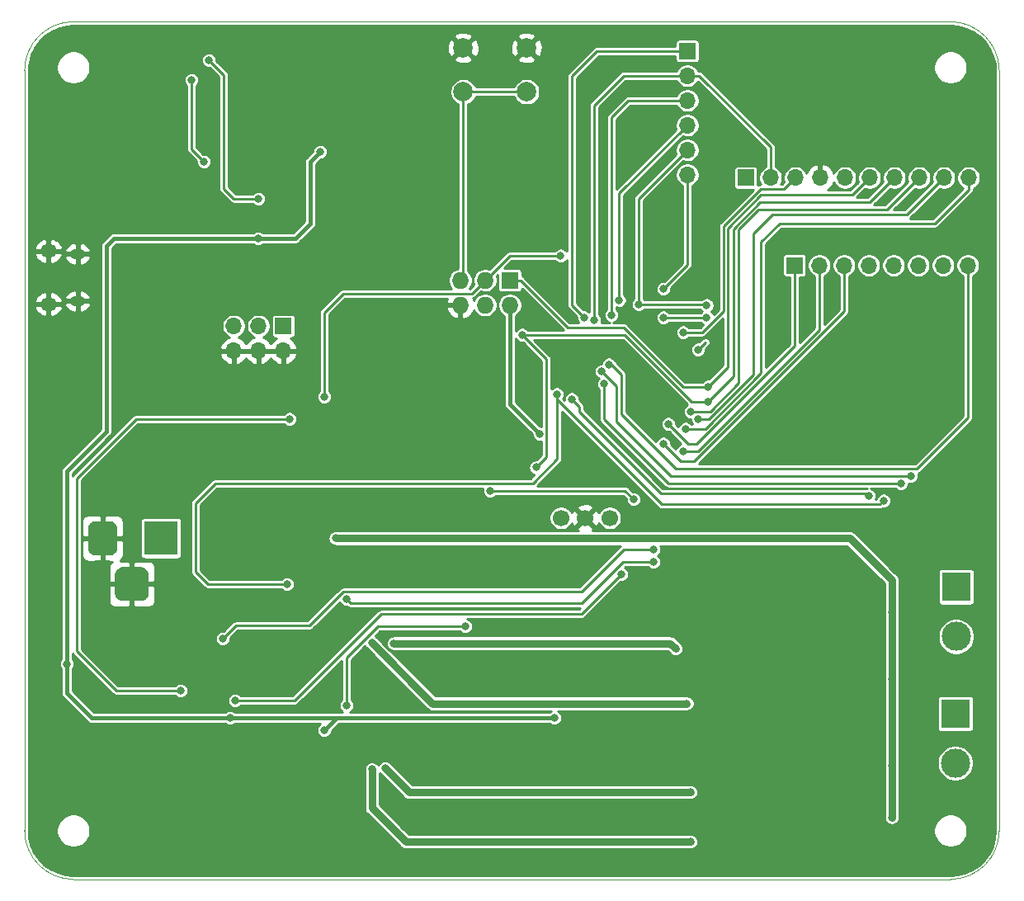
<source format=gbr>
G04 #@! TF.GenerationSoftware,KiCad,Pcbnew,5.1.5-52549c5~86~ubuntu19.10.1*
G04 #@! TF.CreationDate,2020-04-28T12:48:20+02:00*
G04 #@! TF.ProjectId,ArduinoDCC++,41726475-696e-46f4-9443-432b2b2e6b69,v.0.0.1c*
G04 #@! TF.SameCoordinates,Original*
G04 #@! TF.FileFunction,Copper,L2,Bot*
G04 #@! TF.FilePolarity,Positive*
%FSLAX46Y46*%
G04 Gerber Fmt 4.6, Leading zero omitted, Abs format (unit mm)*
G04 Created by KiCad (PCBNEW 5.1.5-52549c5~86~ubuntu19.10.1) date 2020-04-28 12:48:20*
%MOMM*%
%LPD*%
G04 APERTURE LIST*
%ADD10C,0.050000*%
%ADD11C,1.700000*%
%ADD12O,1.700000X1.700000*%
%ADD13R,1.700000X1.700000*%
%ADD14O,1.700000X1.350000*%
%ADD15O,1.500000X1.100000*%
%ADD16C,0.100000*%
%ADD17R,3.500000X3.500000*%
%ADD18C,3.000000*%
%ADD19R,3.000000X3.000000*%
%ADD20C,2.000000*%
%ADD21O,1.727200X1.727200*%
%ADD22R,1.727200X1.727200*%
%ADD23C,0.800000*%
%ADD24C,0.400000*%
%ADD25C,0.250000*%
%ADD26C,0.800000*%
%ADD27C,0.254000*%
G04 APERTURE END LIST*
D10*
X55000000Y-150000000D02*
X145000000Y-150000000D01*
X50000000Y-67000000D02*
X50000000Y-145000000D01*
X145000000Y-62000000D02*
X55000000Y-62000000D01*
X150000000Y-145000000D02*
X150000000Y-67000000D01*
X150000000Y-145000000D02*
G75*
G02X145000000Y-150000000I-5000000J0D01*
G01*
X145000000Y-62000000D02*
G75*
G02X150000000Y-67000000I0J-5000000D01*
G01*
X50000000Y-67000000D02*
G75*
G02X55000000Y-62000000I5000000J0D01*
G01*
X55000000Y-150000000D02*
G75*
G02X50000000Y-145000000I0J5000000D01*
G01*
D11*
X105031000Y-112916000D03*
X107531000Y-112916000D03*
X110031000Y-112916000D03*
D12*
X71463000Y-95771000D03*
X71463000Y-93231000D03*
X74003000Y-95771000D03*
X74003000Y-93231000D03*
X76543000Y-95771000D03*
D13*
X76543000Y-93231000D03*
D14*
X52441000Y-90983000D03*
X52441000Y-85523000D03*
D15*
X55441000Y-90673000D03*
X55441000Y-85833000D03*
G04 #@! TA.AperFunction,ComponentPad*
D16*
G36*
X61960765Y-117954213D02*
G01*
X62045704Y-117966813D01*
X62128999Y-117987677D01*
X62209848Y-118016605D01*
X62287472Y-118053319D01*
X62361124Y-118097464D01*
X62430094Y-118148616D01*
X62493718Y-118206282D01*
X62551384Y-118269906D01*
X62602536Y-118338876D01*
X62646681Y-118412528D01*
X62683395Y-118490152D01*
X62712323Y-118571001D01*
X62733187Y-118654296D01*
X62745787Y-118739235D01*
X62750000Y-118825000D01*
X62750000Y-120575000D01*
X62745787Y-120660765D01*
X62733187Y-120745704D01*
X62712323Y-120828999D01*
X62683395Y-120909848D01*
X62646681Y-120987472D01*
X62602536Y-121061124D01*
X62551384Y-121130094D01*
X62493718Y-121193718D01*
X62430094Y-121251384D01*
X62361124Y-121302536D01*
X62287472Y-121346681D01*
X62209848Y-121383395D01*
X62128999Y-121412323D01*
X62045704Y-121433187D01*
X61960765Y-121445787D01*
X61875000Y-121450000D01*
X60125000Y-121450000D01*
X60039235Y-121445787D01*
X59954296Y-121433187D01*
X59871001Y-121412323D01*
X59790152Y-121383395D01*
X59712528Y-121346681D01*
X59638876Y-121302536D01*
X59569906Y-121251384D01*
X59506282Y-121193718D01*
X59448616Y-121130094D01*
X59397464Y-121061124D01*
X59353319Y-120987472D01*
X59316605Y-120909848D01*
X59287677Y-120828999D01*
X59266813Y-120745704D01*
X59254213Y-120660765D01*
X59250000Y-120575000D01*
X59250000Y-118825000D01*
X59254213Y-118739235D01*
X59266813Y-118654296D01*
X59287677Y-118571001D01*
X59316605Y-118490152D01*
X59353319Y-118412528D01*
X59397464Y-118338876D01*
X59448616Y-118269906D01*
X59506282Y-118206282D01*
X59569906Y-118148616D01*
X59638876Y-118097464D01*
X59712528Y-118053319D01*
X59790152Y-118016605D01*
X59871001Y-117987677D01*
X59954296Y-117966813D01*
X60039235Y-117954213D01*
X60125000Y-117950000D01*
X61875000Y-117950000D01*
X61960765Y-117954213D01*
G37*
G04 #@! TD.AperFunction*
G04 #@! TA.AperFunction,ComponentPad*
G36*
X58823513Y-113253611D02*
G01*
X58896318Y-113264411D01*
X58967714Y-113282295D01*
X59037013Y-113307090D01*
X59103548Y-113338559D01*
X59166678Y-113376398D01*
X59225795Y-113420242D01*
X59280330Y-113469670D01*
X59329758Y-113524205D01*
X59373602Y-113583322D01*
X59411441Y-113646452D01*
X59442910Y-113712987D01*
X59467705Y-113782286D01*
X59485589Y-113853682D01*
X59496389Y-113926487D01*
X59500000Y-114000000D01*
X59500000Y-116000000D01*
X59496389Y-116073513D01*
X59485589Y-116146318D01*
X59467705Y-116217714D01*
X59442910Y-116287013D01*
X59411441Y-116353548D01*
X59373602Y-116416678D01*
X59329758Y-116475795D01*
X59280330Y-116530330D01*
X59225795Y-116579758D01*
X59166678Y-116623602D01*
X59103548Y-116661441D01*
X59037013Y-116692910D01*
X58967714Y-116717705D01*
X58896318Y-116735589D01*
X58823513Y-116746389D01*
X58750000Y-116750000D01*
X57250000Y-116750000D01*
X57176487Y-116746389D01*
X57103682Y-116735589D01*
X57032286Y-116717705D01*
X56962987Y-116692910D01*
X56896452Y-116661441D01*
X56833322Y-116623602D01*
X56774205Y-116579758D01*
X56719670Y-116530330D01*
X56670242Y-116475795D01*
X56626398Y-116416678D01*
X56588559Y-116353548D01*
X56557090Y-116287013D01*
X56532295Y-116217714D01*
X56514411Y-116146318D01*
X56503611Y-116073513D01*
X56500000Y-116000000D01*
X56500000Y-114000000D01*
X56503611Y-113926487D01*
X56514411Y-113853682D01*
X56532295Y-113782286D01*
X56557090Y-113712987D01*
X56588559Y-113646452D01*
X56626398Y-113583322D01*
X56670242Y-113524205D01*
X56719670Y-113469670D01*
X56774205Y-113420242D01*
X56833322Y-113376398D01*
X56896452Y-113338559D01*
X56962987Y-113307090D01*
X57032286Y-113282295D01*
X57103682Y-113264411D01*
X57176487Y-113253611D01*
X57250000Y-113250000D01*
X58750000Y-113250000D01*
X58823513Y-113253611D01*
G37*
G04 #@! TD.AperFunction*
D17*
X64000000Y-115000000D03*
D18*
X145504000Y-138080000D03*
D19*
X145504000Y-133000000D03*
D18*
X145588000Y-125080000D03*
D19*
X145588000Y-120000000D03*
D12*
X118000000Y-77700000D03*
X118000000Y-75160000D03*
X118000000Y-72620000D03*
X118000000Y-70080000D03*
X118000000Y-67540000D03*
D13*
X118000000Y-65000000D03*
D20*
X101500000Y-64684000D03*
X101500000Y-69184000D03*
X95000000Y-64684000D03*
X95000000Y-69184000D03*
D21*
X94704000Y-91072000D03*
X94704000Y-88532000D03*
X97244000Y-91072000D03*
X97244000Y-88532000D03*
X99784000Y-91072000D03*
D22*
X99784000Y-88532000D03*
D12*
X146780000Y-87000000D03*
X144240000Y-87000000D03*
X141700000Y-87000000D03*
X139160000Y-87000000D03*
X136620000Y-87000000D03*
X134080000Y-87000000D03*
X131540000Y-87000000D03*
D13*
X129000000Y-87000000D03*
D12*
X146860000Y-78000000D03*
X144320000Y-78000000D03*
X141780000Y-78000000D03*
X139240000Y-78000000D03*
X136700000Y-78000000D03*
X134160000Y-78000000D03*
X131620000Y-78000000D03*
X129080000Y-78000000D03*
X126540000Y-78000000D03*
D13*
X124000000Y-78000000D03*
D23*
X80342000Y-75330000D03*
X73955000Y-84220000D03*
X102832000Y-104280000D03*
X104356000Y-133442000D03*
X80734000Y-134712000D03*
X71082000Y-133442000D03*
X54318000Y-127902000D03*
X64224000Y-78880000D03*
X89878000Y-83452000D03*
X99530000Y-80404000D03*
X84290000Y-80404000D03*
X86068000Y-129886000D03*
X81242000Y-130902000D03*
X72860000Y-136998000D03*
X112992000Y-96914000D03*
X112992000Y-100216000D03*
X101816000Y-99708000D03*
X103086000Y-92596000D03*
X132296000Y-100470000D03*
X121374000Y-72911000D03*
X130137000Y-90945000D03*
X132804000Y-90183000D03*
X115405000Y-81928000D03*
X113373000Y-73038000D03*
X109563000Y-67196000D03*
X113119000Y-68720000D03*
X104229000Y-88913000D03*
X124803000Y-103518000D03*
X122390000Y-105296000D03*
X118453000Y-113043000D03*
X141821000Y-94628000D03*
X137757000Y-95390000D03*
X120485000Y-97041000D03*
X111849000Y-82944000D03*
X105753000Y-105677000D03*
X108166000Y-107201000D03*
X68912000Y-65932000D03*
X73992000Y-80156000D03*
X67134000Y-67964000D03*
X68404000Y-76346000D03*
X117818000Y-103772000D03*
X111214000Y-118710000D03*
X71590000Y-131664000D03*
X119088000Y-102756000D03*
X70320000Y-125314000D03*
X114516000Y-116170000D03*
X118326000Y-101994000D03*
X120104000Y-100978000D03*
X101054000Y-94120000D03*
X95212000Y-124044000D03*
X83020000Y-132172000D03*
X102464835Y-107732154D03*
X120104000Y-99454000D03*
X119088000Y-95644000D03*
X80734000Y-100470000D03*
X105000014Y-85992000D03*
X117564000Y-93866000D03*
X110198000Y-92088000D03*
X107404000Y-92342000D03*
X111000000Y-90564000D03*
X109944000Y-97167998D03*
X109219000Y-97875870D03*
X140932000Y-108598000D03*
X109476912Y-99159088D03*
X139916000Y-109360000D03*
X104610000Y-100216000D03*
X76924000Y-119726000D03*
X138138000Y-111138000D03*
X106134000Y-100724000D03*
X136614000Y-110630000D03*
X115532000Y-105296000D03*
X97752000Y-110122000D03*
X112484000Y-111011000D03*
X117564000Y-106058000D03*
X116040000Y-103264000D03*
X108420000Y-92596000D03*
X138984000Y-122552000D03*
X81904000Y-115000000D03*
X138984000Y-143634000D03*
X138984000Y-138300000D03*
X138984000Y-129410000D03*
X85635000Y-125747000D03*
X117954500Y-131950000D03*
X87886500Y-125781500D03*
X116801992Y-126330000D03*
X118326000Y-141062000D03*
X87005500Y-138600500D03*
X118326000Y-146142000D03*
X85635000Y-138701000D03*
X115532000Y-92342000D03*
X115532000Y-89421000D03*
X119977004Y-92342000D03*
X113000000Y-91000008D03*
X119977002Y-91072000D03*
X114516000Y-117440000D03*
X83020000Y-121250000D03*
X66002000Y-130648000D03*
X77178000Y-102756000D03*
D24*
X79326000Y-76346000D02*
X79326000Y-82696000D01*
X80342000Y-75330000D02*
X79326000Y-76346000D01*
X79326000Y-82696000D02*
X77802000Y-84220000D01*
X77802000Y-84220000D02*
X73955000Y-84220000D01*
X99784000Y-91072000D02*
X99784000Y-101232000D01*
X99784000Y-101232000D02*
X102832000Y-104280000D01*
X80734000Y-134712000D02*
X82004000Y-133442000D01*
X82004000Y-133442000D02*
X104356000Y-133442000D01*
X82004000Y-133442000D02*
X71082000Y-133442000D01*
X54318000Y-130902000D02*
X56858000Y-133442000D01*
X56858000Y-133442000D02*
X71082000Y-133442000D01*
X73955000Y-84220000D02*
X59138000Y-84220000D01*
X58382000Y-84976000D02*
X58382000Y-104026000D01*
X59138000Y-84220000D02*
X58382000Y-84976000D01*
X58382000Y-104026000D02*
X54318000Y-108090000D01*
X54318000Y-108090000D02*
X54318000Y-130902000D01*
X54318000Y-127902000D02*
X54318000Y-127902000D01*
D25*
X101500000Y-69184000D02*
X95000000Y-69184000D01*
X95000000Y-88236000D02*
X94704000Y-88532000D01*
X95000000Y-69184000D02*
X95000000Y-88236000D01*
X68912000Y-65932000D02*
X70436000Y-67456000D01*
X70436000Y-67456000D02*
X70436000Y-79140000D01*
X70436000Y-79140000D02*
X71452000Y-80156000D01*
X71452000Y-80156000D02*
X73992000Y-80156000D01*
X67134000Y-67964000D02*
X67134000Y-75076000D01*
X67134000Y-75076000D02*
X68404000Y-76346000D01*
X86576000Y-122774000D02*
X77686000Y-131664000D01*
X77686000Y-131664000D02*
X71590000Y-131664000D01*
X111214000Y-118710000D02*
X107150000Y-122774000D01*
X107150000Y-122774000D02*
X86576000Y-122774000D01*
X119852820Y-103772000D02*
X117818000Y-103772000D01*
X125565000Y-98059820D02*
X119852820Y-103772000D01*
X146860000Y-79202081D02*
X143372081Y-82690000D01*
X146860000Y-78000000D02*
X146860000Y-79202081D01*
X143372081Y-82690000D02*
X127470000Y-82690000D01*
X127470000Y-82690000D02*
X125565000Y-84595000D01*
X125565000Y-84595000D02*
X125565000Y-98059820D01*
X107150000Y-120488000D02*
X82708998Y-120488000D01*
X111468000Y-116170000D02*
X107150000Y-120488000D01*
X114516000Y-116170000D02*
X111468000Y-116170000D01*
X71647002Y-123986998D02*
X70320000Y-125314000D01*
X82708998Y-120488000D02*
X79210000Y-123986998D01*
X79210000Y-123986998D02*
X71647002Y-123986998D01*
X144320000Y-78000000D02*
X140519000Y-81801000D01*
X140519000Y-81801000D02*
X126708000Y-81801000D01*
X126708000Y-81801000D02*
X124803000Y-83706000D01*
X119653685Y-102756000D02*
X119088000Y-102756000D01*
X124803000Y-98185410D02*
X120232410Y-102756000D01*
X120232410Y-102756000D02*
X119653685Y-102756000D01*
X124803000Y-83706000D02*
X124803000Y-98185410D01*
X118891685Y-101994000D02*
X118326000Y-101994000D01*
X120358000Y-101994000D02*
X118891685Y-101994000D01*
X141780000Y-78000000D02*
X138487000Y-81293000D01*
X138487000Y-81293000D02*
X125313820Y-81293000D01*
X125313820Y-81293000D02*
X123279000Y-83327820D01*
X123279000Y-83327820D02*
X123279000Y-99073000D01*
X123279000Y-99073000D02*
X120358000Y-101994000D01*
X118451590Y-100978000D02*
X120104000Y-100978000D01*
X111593590Y-94120000D02*
X118451590Y-100978000D01*
X101054000Y-94120000D02*
X111593590Y-94120000D01*
X83020000Y-127265972D02*
X83020000Y-132172000D01*
X95212000Y-124044000D02*
X86241972Y-124044000D01*
X86241972Y-124044000D02*
X83020000Y-127265972D01*
X103557001Y-96623001D02*
X103557001Y-106639988D01*
X103557001Y-106639988D02*
X102864834Y-107332155D01*
X102864834Y-107332155D02*
X102464835Y-107732154D01*
X101054000Y-94120000D02*
X103557001Y-96623001D01*
X122701989Y-83268421D02*
X122701989Y-98380011D01*
X136709000Y-80531000D02*
X125439410Y-80531000D01*
X122701989Y-98380011D02*
X120503999Y-100578001D01*
X125439410Y-80531000D02*
X122701989Y-83268421D01*
X139240000Y-78000000D02*
X136709000Y-80531000D01*
X120503999Y-100578001D02*
X120104000Y-100978000D01*
X100897600Y-88532000D02*
X105723600Y-93358000D01*
X99784000Y-88532000D02*
X100897600Y-88532000D01*
X105723600Y-93358000D02*
X111468000Y-93358000D01*
X117564000Y-99454000D02*
X120104000Y-99454000D01*
X111468000Y-93358000D02*
X117564000Y-99454000D01*
X135850001Y-78849999D02*
X136700000Y-78000000D01*
X125565000Y-79769000D02*
X134931000Y-79769000D01*
X122136000Y-97422000D02*
X122136000Y-83198000D01*
X120104000Y-99454000D02*
X122136000Y-97422000D01*
X134931000Y-79769000D02*
X135850001Y-78849999D01*
X122136000Y-83198000D02*
X125565000Y-79769000D01*
X119088000Y-95644000D02*
X119850000Y-94882000D01*
X97244000Y-88532000D02*
X95892601Y-89883399D01*
X95892601Y-89883399D02*
X82684601Y-89883399D01*
X82684601Y-89883399D02*
X80734000Y-91834000D01*
X80734000Y-91834000D02*
X80734000Y-100470000D01*
X99784000Y-85992000D02*
X105000014Y-85992000D01*
X97244000Y-88532000D02*
X99784000Y-85992000D01*
X128230001Y-78849999D02*
X129080000Y-78000000D01*
X127904999Y-79175001D02*
X128230001Y-78849999D01*
X121685991Y-83011599D02*
X125522589Y-79175001D01*
X125522589Y-79175001D02*
X127904999Y-79175001D01*
X121685990Y-91706016D02*
X121685991Y-83011599D01*
X119526006Y-93866000D02*
X121685990Y-91706016D01*
X117564000Y-93866000D02*
X119526006Y-93866000D01*
X110198000Y-92088000D02*
X110198000Y-71802000D01*
X111920000Y-70080000D02*
X118000000Y-70080000D01*
X110198000Y-71802000D02*
X111920000Y-70080000D01*
X108711000Y-65000000D02*
X118000000Y-65000000D01*
X106134000Y-67577000D02*
X108711000Y-65000000D01*
X106134000Y-91072000D02*
X107404000Y-92342000D01*
X106134000Y-67577000D02*
X106134000Y-91072000D01*
X111000000Y-79620000D02*
X111000000Y-89998315D01*
X111000000Y-89998315D02*
X111000000Y-90564000D01*
X118000000Y-72620000D02*
X111000000Y-79620000D01*
X110197998Y-97167998D02*
X109944000Y-97167998D01*
X116802000Y-107836000D02*
X111214000Y-102248000D01*
X111214000Y-98184000D02*
X110197998Y-97167998D01*
X111214000Y-102248000D02*
X111214000Y-98184000D01*
X146780000Y-87000000D02*
X146780000Y-102623000D01*
X141567000Y-107836000D02*
X116802000Y-107836000D01*
X146780000Y-102623000D02*
X141567000Y-107836000D01*
X109219000Y-97875870D02*
X110706000Y-99362870D01*
X110706000Y-103010000D02*
X116294000Y-108598000D01*
X110706000Y-99362870D02*
X110706000Y-103010000D01*
X116294000Y-108598000D02*
X140932000Y-108598000D01*
X109476912Y-99159088D02*
X109476912Y-102796912D01*
X109476912Y-102796912D02*
X116040000Y-109360000D01*
X139916000Y-109360000D02*
X116040000Y-109360000D01*
X68796000Y-119726000D02*
X76924000Y-119726000D01*
X104610000Y-106877002D02*
X102127002Y-109360000D01*
X104610000Y-100216000D02*
X104610000Y-106877002D01*
X102127002Y-109360000D02*
X69558000Y-109360000D01*
X67526000Y-118456000D02*
X68796000Y-119726000D01*
X69558000Y-109360000D02*
X67526000Y-111392000D01*
X67526000Y-111392000D02*
X67526000Y-118456000D01*
X137757000Y-111519000D02*
X138138000Y-111138000D01*
X115347998Y-111519000D02*
X137757000Y-111519000D01*
X104610000Y-100216000D02*
X104610000Y-100781002D01*
X104610000Y-100781002D02*
X115347998Y-111519000D01*
X106896000Y-101486000D02*
X106134000Y-100724000D01*
X106896000Y-101994000D02*
X106896000Y-101486000D01*
X115278000Y-110376000D02*
X106896000Y-101994000D01*
X115278000Y-110376000D02*
X136360000Y-110376000D01*
X136360000Y-110376000D02*
X136614000Y-110630000D01*
X117056000Y-106820000D02*
X115532000Y-105296000D01*
X134080000Y-91702410D02*
X118708410Y-107074000D01*
X134080000Y-87000000D02*
X134080000Y-91702410D01*
X117310000Y-107074000D02*
X117056000Y-106820000D01*
X118708410Y-107074000D02*
X117310000Y-107074000D01*
X111595000Y-110122000D02*
X112484000Y-111011000D01*
X97752000Y-110122000D02*
X111595000Y-110122000D01*
X117564000Y-106058000D02*
X119088000Y-106058000D01*
X119088000Y-106058000D02*
X119088000Y-106021000D01*
X131540000Y-93606000D02*
X119088000Y-106058000D01*
X131540000Y-87000000D02*
X131540000Y-93606000D01*
X118072000Y-105296000D02*
X116040000Y-103264000D01*
X118965230Y-105296000D02*
X118072000Y-105296000D01*
X129000000Y-95261230D02*
X118965230Y-105296000D01*
X129000000Y-87000000D02*
X129000000Y-95261230D01*
X108420000Y-71000000D02*
X108420000Y-92596000D01*
X108420000Y-70580000D02*
X108420000Y-71000000D01*
X118000000Y-67540000D02*
X111460000Y-67540000D01*
X111460000Y-67540000D02*
X108420000Y-70580000D01*
X126540000Y-76797919D02*
X126540000Y-78000000D01*
X126540000Y-74877919D02*
X126540000Y-76797919D01*
X119202081Y-67540000D02*
X126540000Y-74877919D01*
X118000000Y-67540000D02*
X119202081Y-67540000D01*
D26*
X138984000Y-122552000D02*
X138984000Y-129410000D01*
X138984000Y-119302000D02*
X138984000Y-122552000D01*
X134682000Y-115000000D02*
X138984000Y-119302000D01*
X81904000Y-115000000D02*
X134682000Y-115000000D01*
X138984000Y-138300000D02*
X138984000Y-143634000D01*
X138984000Y-129410000D02*
X138984000Y-138300000D01*
X85635000Y-125747000D02*
X91838000Y-131950000D01*
X91838000Y-131950000D02*
X117954500Y-131950000D01*
X87886500Y-125781500D02*
X116253492Y-125781500D01*
X116253492Y-125781500D02*
X116801992Y-126330000D01*
X89467000Y-141062000D02*
X118326000Y-141062000D01*
X87005500Y-138600500D02*
X89467000Y-141062000D01*
X85635000Y-142661000D02*
X85635000Y-138701000D01*
X89116000Y-146142000D02*
X85635000Y-142661000D01*
X118326000Y-146142000D02*
X89116000Y-146142000D01*
D25*
X118000000Y-77700000D02*
X118000000Y-86953000D01*
X118000000Y-86953000D02*
X115532000Y-89421000D01*
X115532000Y-92342000D02*
X119977004Y-92342000D01*
X113000000Y-80160000D02*
X113000000Y-91000008D01*
X118000000Y-75160000D02*
X113000000Y-80160000D01*
X119905010Y-91000008D02*
X119977002Y-91072000D01*
X113000000Y-91000008D02*
X119905010Y-91000008D01*
X111410998Y-117440000D02*
X107150000Y-121700998D01*
X114516000Y-117440000D02*
X111410998Y-117440000D01*
X107150000Y-121700998D02*
X83470998Y-121700998D01*
X83470998Y-121700998D02*
X83020000Y-121250000D01*
X61430000Y-102756000D02*
X59906000Y-104280000D01*
X77178000Y-102756000D02*
X61430000Y-102756000D01*
X60160000Y-104026000D02*
X59906000Y-104280000D01*
X55334000Y-126584000D02*
X55334000Y-108852000D01*
X55334000Y-108852000D02*
X59906000Y-104280000D01*
X66002000Y-130648000D02*
X59398000Y-130648000D01*
X59398000Y-130648000D02*
X55334000Y-126584000D01*
D27*
G36*
X145813246Y-62480194D02*
G01*
X146600773Y-62695638D01*
X147337716Y-63047141D01*
X148000760Y-63523587D01*
X148568956Y-64109919D01*
X149024338Y-64787600D01*
X149352519Y-65535216D01*
X149543870Y-66332251D01*
X149594001Y-67014906D01*
X149594000Y-144981915D01*
X149519806Y-145813246D01*
X149304362Y-146600774D01*
X148952859Y-147337716D01*
X148476413Y-148000760D01*
X147890081Y-148568956D01*
X147212400Y-149024338D01*
X146464784Y-149352519D01*
X145667749Y-149543870D01*
X144985108Y-149594000D01*
X55018085Y-149594000D01*
X54186754Y-149519806D01*
X53399226Y-149304362D01*
X52662284Y-148952859D01*
X51999240Y-148476413D01*
X51431044Y-147890081D01*
X50975662Y-147212400D01*
X50647481Y-146464784D01*
X50456130Y-145667749D01*
X50406000Y-144985108D01*
X50406000Y-144829511D01*
X53269000Y-144829511D01*
X53269000Y-145170489D01*
X53335521Y-145504914D01*
X53466007Y-145819936D01*
X53655444Y-146103448D01*
X53896552Y-146344556D01*
X54180064Y-146533993D01*
X54495086Y-146664479D01*
X54829511Y-146731000D01*
X55170489Y-146731000D01*
X55504914Y-146664479D01*
X55819936Y-146533993D01*
X56103448Y-146344556D01*
X56344556Y-146103448D01*
X56533993Y-145819936D01*
X56664479Y-145504914D01*
X56731000Y-145170489D01*
X56731000Y-144829511D01*
X56664479Y-144495086D01*
X56533993Y-144180064D01*
X56344556Y-143896552D01*
X56103448Y-143655444D01*
X55819936Y-143466007D01*
X55504914Y-143335521D01*
X55170489Y-143269000D01*
X54829511Y-143269000D01*
X54495086Y-143335521D01*
X54180064Y-143466007D01*
X53896552Y-143655444D01*
X53655444Y-143896552D01*
X53466007Y-144180064D01*
X53335521Y-144495086D01*
X53269000Y-144829511D01*
X50406000Y-144829511D01*
X50406000Y-142661000D01*
X84850222Y-142661000D01*
X84854000Y-142699357D01*
X84854000Y-142699359D01*
X84865301Y-142814102D01*
X84909960Y-142961321D01*
X84909961Y-142961322D01*
X84982481Y-143096999D01*
X85014604Y-143136141D01*
X85080078Y-143215922D01*
X85109878Y-143240378D01*
X88536626Y-146667127D01*
X88561078Y-146696922D01*
X88590873Y-146721374D01*
X88680000Y-146794519D01*
X88754076Y-146834113D01*
X88815678Y-146867040D01*
X88962897Y-146911699D01*
X89077640Y-146923000D01*
X89077650Y-146923000D01*
X89115999Y-146926777D01*
X89154348Y-146923000D01*
X118402922Y-146923000D01*
X118440742Y-146915477D01*
X118479103Y-146911699D01*
X118515987Y-146900510D01*
X118553809Y-146892987D01*
X118589438Y-146878229D01*
X118626322Y-146867040D01*
X118660315Y-146848870D01*
X118695942Y-146834113D01*
X118728006Y-146812689D01*
X118761999Y-146794519D01*
X118791794Y-146770067D01*
X118823859Y-146748642D01*
X118851127Y-146721374D01*
X118880922Y-146696922D01*
X118905374Y-146667127D01*
X118932642Y-146639859D01*
X118954067Y-146607794D01*
X118978519Y-146577999D01*
X118996689Y-146544006D01*
X119018113Y-146511942D01*
X119032870Y-146476315D01*
X119051040Y-146442322D01*
X119062229Y-146405438D01*
X119076987Y-146369809D01*
X119084510Y-146331987D01*
X119095699Y-146295103D01*
X119099477Y-146256743D01*
X119107000Y-146218922D01*
X119107000Y-146180360D01*
X119110778Y-146142000D01*
X119107000Y-146103640D01*
X119107000Y-146065078D01*
X119099477Y-146027257D01*
X119095699Y-145988897D01*
X119084510Y-145952013D01*
X119076987Y-145914191D01*
X119062229Y-145878562D01*
X119051040Y-145841678D01*
X119032870Y-145807685D01*
X119018113Y-145772058D01*
X118996689Y-145739994D01*
X118978519Y-145706001D01*
X118954067Y-145676206D01*
X118932642Y-145644141D01*
X118905374Y-145616873D01*
X118880922Y-145587078D01*
X118851127Y-145562626D01*
X118823859Y-145535358D01*
X118791794Y-145513933D01*
X118761999Y-145489481D01*
X118728006Y-145471311D01*
X118695942Y-145449887D01*
X118660315Y-145435130D01*
X118626322Y-145416960D01*
X118589438Y-145405771D01*
X118553809Y-145391013D01*
X118515987Y-145383490D01*
X118479103Y-145372301D01*
X118440742Y-145368523D01*
X118402922Y-145361000D01*
X89439501Y-145361000D01*
X88908012Y-144829511D01*
X143269000Y-144829511D01*
X143269000Y-145170489D01*
X143335521Y-145504914D01*
X143466007Y-145819936D01*
X143655444Y-146103448D01*
X143896552Y-146344556D01*
X144180064Y-146533993D01*
X144495086Y-146664479D01*
X144829511Y-146731000D01*
X145170489Y-146731000D01*
X145504914Y-146664479D01*
X145819936Y-146533993D01*
X146103448Y-146344556D01*
X146344556Y-146103448D01*
X146533993Y-145819936D01*
X146664479Y-145504914D01*
X146731000Y-145170489D01*
X146731000Y-144829511D01*
X146664479Y-144495086D01*
X146533993Y-144180064D01*
X146344556Y-143896552D01*
X146103448Y-143655444D01*
X145819936Y-143466007D01*
X145504914Y-143335521D01*
X145170489Y-143269000D01*
X144829511Y-143269000D01*
X144495086Y-143335521D01*
X144180064Y-143466007D01*
X143896552Y-143655444D01*
X143655444Y-143896552D01*
X143466007Y-144180064D01*
X143335521Y-144495086D01*
X143269000Y-144829511D01*
X88908012Y-144829511D01*
X86416000Y-142337500D01*
X86416000Y-139115501D01*
X86507641Y-139207142D01*
X86507644Y-139207144D01*
X88887626Y-141587127D01*
X88912078Y-141616922D01*
X89031001Y-141714519D01*
X89166678Y-141787040D01*
X89313897Y-141831699D01*
X89428640Y-141843000D01*
X89428643Y-141843000D01*
X89467000Y-141846778D01*
X89505357Y-141843000D01*
X118402922Y-141843000D01*
X118440742Y-141835477D01*
X118479103Y-141831699D01*
X118515987Y-141820510D01*
X118553809Y-141812987D01*
X118589438Y-141798229D01*
X118626322Y-141787040D01*
X118660315Y-141768870D01*
X118695942Y-141754113D01*
X118728006Y-141732689D01*
X118761999Y-141714519D01*
X118791794Y-141690067D01*
X118823859Y-141668642D01*
X118851127Y-141641374D01*
X118880922Y-141616922D01*
X118905374Y-141587127D01*
X118932642Y-141559859D01*
X118954067Y-141527794D01*
X118978519Y-141497999D01*
X118996689Y-141464006D01*
X119018113Y-141431942D01*
X119032870Y-141396315D01*
X119051040Y-141362322D01*
X119062229Y-141325438D01*
X119076987Y-141289809D01*
X119084510Y-141251987D01*
X119095699Y-141215103D01*
X119099477Y-141176743D01*
X119107000Y-141138922D01*
X119107000Y-141100360D01*
X119110778Y-141062000D01*
X119107000Y-141023640D01*
X119107000Y-140985078D01*
X119099477Y-140947257D01*
X119095699Y-140908897D01*
X119084510Y-140872013D01*
X119076987Y-140834191D01*
X119062229Y-140798562D01*
X119051040Y-140761678D01*
X119032870Y-140727685D01*
X119018113Y-140692058D01*
X118996689Y-140659994D01*
X118978519Y-140626001D01*
X118954067Y-140596206D01*
X118932642Y-140564141D01*
X118905374Y-140536873D01*
X118880922Y-140507078D01*
X118851127Y-140482626D01*
X118823859Y-140455358D01*
X118791794Y-140433933D01*
X118761999Y-140409481D01*
X118728006Y-140391311D01*
X118695942Y-140369887D01*
X118660315Y-140355130D01*
X118626322Y-140336960D01*
X118589438Y-140325771D01*
X118553809Y-140311013D01*
X118515987Y-140303490D01*
X118479103Y-140292301D01*
X118440742Y-140288523D01*
X118402922Y-140281000D01*
X89790501Y-140281000D01*
X87612144Y-138102644D01*
X87612142Y-138102641D01*
X87503359Y-137993858D01*
X87471292Y-137972432D01*
X87441499Y-137947981D01*
X87407508Y-137929812D01*
X87375442Y-137908387D01*
X87339808Y-137893627D01*
X87305820Y-137875460D01*
X87268945Y-137864274D01*
X87233309Y-137849513D01*
X87195476Y-137841988D01*
X87158602Y-137830802D01*
X87120251Y-137827025D01*
X87082422Y-137819500D01*
X87043857Y-137819500D01*
X87005500Y-137815722D01*
X86967143Y-137819500D01*
X86928578Y-137819500D01*
X86890749Y-137827025D01*
X86852398Y-137830802D01*
X86815524Y-137841988D01*
X86777691Y-137849513D01*
X86742055Y-137864274D01*
X86705180Y-137875460D01*
X86671192Y-137893627D01*
X86635558Y-137908387D01*
X86603492Y-137929812D01*
X86569501Y-137947981D01*
X86539709Y-137972431D01*
X86507641Y-137993858D01*
X86480365Y-138021134D01*
X86450579Y-138045579D01*
X86426134Y-138075365D01*
X86398858Y-138102641D01*
X86377431Y-138134709D01*
X86352981Y-138164501D01*
X86334812Y-138198492D01*
X86313387Y-138230558D01*
X86298627Y-138266192D01*
X86293391Y-138275987D01*
X86287519Y-138265001D01*
X86263067Y-138235206D01*
X86241642Y-138203141D01*
X86214374Y-138175873D01*
X86189922Y-138146078D01*
X86160127Y-138121626D01*
X86132859Y-138094358D01*
X86100794Y-138072933D01*
X86070999Y-138048481D01*
X86037006Y-138030311D01*
X86004942Y-138008887D01*
X85969315Y-137994130D01*
X85935322Y-137975960D01*
X85898438Y-137964771D01*
X85862809Y-137950013D01*
X85824987Y-137942490D01*
X85788103Y-137931301D01*
X85749743Y-137927523D01*
X85711922Y-137920000D01*
X85673360Y-137920000D01*
X85635000Y-137916222D01*
X85596641Y-137920000D01*
X85558078Y-137920000D01*
X85520257Y-137927523D01*
X85481898Y-137931301D01*
X85445016Y-137942489D01*
X85407191Y-137950013D01*
X85371559Y-137964772D01*
X85334679Y-137975960D01*
X85300689Y-137994128D01*
X85265058Y-138008887D01*
X85232990Y-138030314D01*
X85199002Y-138048481D01*
X85169212Y-138072929D01*
X85137141Y-138094358D01*
X85109868Y-138121631D01*
X85080079Y-138146078D01*
X85055632Y-138175867D01*
X85028358Y-138203141D01*
X85006928Y-138235213D01*
X84982482Y-138265001D01*
X84964316Y-138298987D01*
X84942887Y-138331058D01*
X84928126Y-138366693D01*
X84909961Y-138400678D01*
X84898775Y-138437553D01*
X84884013Y-138473191D01*
X84876488Y-138511022D01*
X84865302Y-138547897D01*
X84861525Y-138586248D01*
X84854000Y-138624078D01*
X84854000Y-138777922D01*
X84854001Y-138777927D01*
X84854000Y-142622643D01*
X84850222Y-142661000D01*
X50406000Y-142661000D01*
X50406000Y-127825078D01*
X53537000Y-127825078D01*
X53537000Y-127978922D01*
X53567013Y-128129809D01*
X53625887Y-128271942D01*
X53711358Y-128399859D01*
X53737001Y-128425502D01*
X53737001Y-130873450D01*
X53734189Y-130902000D01*
X53745407Y-131015895D01*
X53778629Y-131125414D01*
X53832579Y-131226347D01*
X53844802Y-131241241D01*
X53905184Y-131314817D01*
X53927356Y-131333013D01*
X56426987Y-133832645D01*
X56445183Y-133854817D01*
X56533652Y-133927421D01*
X56634585Y-133981371D01*
X56744104Y-134014593D01*
X56829460Y-134023000D01*
X56829462Y-134023000D01*
X56857999Y-134025811D01*
X56886536Y-134023000D01*
X70558499Y-134023000D01*
X70584141Y-134048642D01*
X70712058Y-134134113D01*
X70854191Y-134192987D01*
X71005078Y-134223000D01*
X71158922Y-134223000D01*
X71309809Y-134192987D01*
X71451942Y-134134113D01*
X71579859Y-134048642D01*
X71605501Y-134023000D01*
X80359399Y-134023000D01*
X80236141Y-134105358D01*
X80127358Y-134214141D01*
X80041887Y-134342058D01*
X79983013Y-134484191D01*
X79953000Y-134635078D01*
X79953000Y-134788922D01*
X79983013Y-134939809D01*
X80041887Y-135081942D01*
X80127358Y-135209859D01*
X80236141Y-135318642D01*
X80364058Y-135404113D01*
X80506191Y-135462987D01*
X80657078Y-135493000D01*
X80810922Y-135493000D01*
X80961809Y-135462987D01*
X81103942Y-135404113D01*
X81231859Y-135318642D01*
X81340642Y-135209859D01*
X81426113Y-135081942D01*
X81484987Y-134939809D01*
X81515000Y-134788922D01*
X81515000Y-134752657D01*
X82244658Y-134023000D01*
X103832499Y-134023000D01*
X103858141Y-134048642D01*
X103986058Y-134134113D01*
X104128191Y-134192987D01*
X104279078Y-134223000D01*
X104432922Y-134223000D01*
X104583809Y-134192987D01*
X104725942Y-134134113D01*
X104853859Y-134048642D01*
X104962642Y-133939859D01*
X105048113Y-133811942D01*
X105106987Y-133669809D01*
X105137000Y-133518922D01*
X105137000Y-133365078D01*
X105106987Y-133214191D01*
X105048113Y-133072058D01*
X104962642Y-132944141D01*
X104853859Y-132835358D01*
X104725942Y-132749887D01*
X104680345Y-132731000D01*
X118031422Y-132731000D01*
X118069242Y-132723477D01*
X118107603Y-132719699D01*
X118144487Y-132708510D01*
X118182309Y-132700987D01*
X118217938Y-132686229D01*
X118254822Y-132675040D01*
X118288815Y-132656870D01*
X118324442Y-132642113D01*
X118356506Y-132620689D01*
X118390499Y-132602519D01*
X118420294Y-132578067D01*
X118452359Y-132556642D01*
X118479627Y-132529374D01*
X118509422Y-132504922D01*
X118533874Y-132475127D01*
X118561142Y-132447859D01*
X118582567Y-132415794D01*
X118607019Y-132385999D01*
X118625189Y-132352006D01*
X118646613Y-132319942D01*
X118661370Y-132284315D01*
X118679540Y-132250322D01*
X118690729Y-132213438D01*
X118705487Y-132177809D01*
X118713010Y-132139987D01*
X118724199Y-132103103D01*
X118727977Y-132064743D01*
X118735500Y-132026922D01*
X118735500Y-131988360D01*
X118739278Y-131950000D01*
X118735500Y-131911640D01*
X118735500Y-131873078D01*
X118727977Y-131835257D01*
X118724199Y-131796897D01*
X118713010Y-131760013D01*
X118705487Y-131722191D01*
X118690729Y-131686562D01*
X118679540Y-131649678D01*
X118661370Y-131615685D01*
X118646613Y-131580058D01*
X118625189Y-131547994D01*
X118607019Y-131514001D01*
X118582567Y-131484206D01*
X118561142Y-131452141D01*
X118533874Y-131424873D01*
X118509422Y-131395078D01*
X118479627Y-131370626D01*
X118452359Y-131343358D01*
X118420294Y-131321933D01*
X118390499Y-131297481D01*
X118356506Y-131279311D01*
X118324442Y-131257887D01*
X118288815Y-131243130D01*
X118254822Y-131224960D01*
X118217938Y-131213771D01*
X118182309Y-131199013D01*
X118144487Y-131191490D01*
X118107603Y-131180301D01*
X118069242Y-131176523D01*
X118031422Y-131169000D01*
X92161501Y-131169000D01*
X86774001Y-125781500D01*
X87101722Y-125781500D01*
X87105500Y-125819860D01*
X87105500Y-125858422D01*
X87113023Y-125896243D01*
X87116801Y-125934603D01*
X87127990Y-125971487D01*
X87135513Y-126009309D01*
X87150271Y-126044938D01*
X87161460Y-126081822D01*
X87179630Y-126115815D01*
X87194387Y-126151442D01*
X87215811Y-126183506D01*
X87233981Y-126217499D01*
X87258433Y-126247294D01*
X87279858Y-126279359D01*
X87307124Y-126306625D01*
X87331578Y-126336422D01*
X87361373Y-126360874D01*
X87388641Y-126388142D01*
X87420706Y-126409567D01*
X87450501Y-126434019D01*
X87484494Y-126452189D01*
X87516558Y-126473613D01*
X87552185Y-126488370D01*
X87586178Y-126506540D01*
X87623062Y-126517729D01*
X87658691Y-126532487D01*
X87696513Y-126540010D01*
X87733397Y-126551199D01*
X87771758Y-126554977D01*
X87809578Y-126562500D01*
X115929992Y-126562500D01*
X116195348Y-126827856D01*
X116195350Y-126827859D01*
X116304133Y-126936642D01*
X116336196Y-126958066D01*
X116365992Y-126982519D01*
X116399989Y-127000691D01*
X116432050Y-127022113D01*
X116467676Y-127036870D01*
X116501670Y-127055040D01*
X116538551Y-127066228D01*
X116574183Y-127080987D01*
X116612012Y-127088512D01*
X116648889Y-127099698D01*
X116687242Y-127103476D01*
X116725070Y-127111000D01*
X116763634Y-127111000D01*
X116801991Y-127114778D01*
X116840348Y-127111000D01*
X116878914Y-127111000D01*
X116916743Y-127103475D01*
X116955094Y-127099698D01*
X116991968Y-127088512D01*
X117029801Y-127080987D01*
X117065437Y-127066226D01*
X117102312Y-127055040D01*
X117136300Y-127036873D01*
X117171934Y-127022113D01*
X117204000Y-127000688D01*
X117237991Y-126982519D01*
X117267783Y-126958069D01*
X117299851Y-126936642D01*
X117327127Y-126909366D01*
X117356913Y-126884921D01*
X117381358Y-126855135D01*
X117408634Y-126827859D01*
X117430061Y-126795791D01*
X117454511Y-126765999D01*
X117472680Y-126732008D01*
X117494105Y-126699942D01*
X117508865Y-126664308D01*
X117527032Y-126630320D01*
X117538218Y-126593445D01*
X117552979Y-126557809D01*
X117560504Y-126519976D01*
X117571690Y-126483102D01*
X117575467Y-126444751D01*
X117582992Y-126406922D01*
X117582992Y-126368356D01*
X117586770Y-126329999D01*
X117582992Y-126291642D01*
X117582992Y-126253078D01*
X117575468Y-126215250D01*
X117571690Y-126176897D01*
X117560504Y-126140020D01*
X117552979Y-126102191D01*
X117538220Y-126066559D01*
X117527032Y-126029678D01*
X117508862Y-125995684D01*
X117494105Y-125960058D01*
X117472683Y-125927997D01*
X117454511Y-125894000D01*
X117430058Y-125864204D01*
X117408634Y-125832141D01*
X117299851Y-125723358D01*
X117299848Y-125723356D01*
X116832870Y-125256378D01*
X116808414Y-125226578D01*
X116689491Y-125128981D01*
X116553814Y-125056460D01*
X116406595Y-125011801D01*
X116291852Y-125000500D01*
X116291849Y-125000500D01*
X116253492Y-124996722D01*
X116215135Y-125000500D01*
X87809578Y-125000500D01*
X87771758Y-125008023D01*
X87733397Y-125011801D01*
X87696513Y-125022990D01*
X87658691Y-125030513D01*
X87623062Y-125045271D01*
X87586178Y-125056460D01*
X87552185Y-125074630D01*
X87516558Y-125089387D01*
X87484494Y-125110811D01*
X87450501Y-125128981D01*
X87420706Y-125153433D01*
X87388641Y-125174858D01*
X87361374Y-125202125D01*
X87331578Y-125226578D01*
X87307126Y-125256373D01*
X87279858Y-125283641D01*
X87258433Y-125315706D01*
X87233981Y-125345501D01*
X87215811Y-125379494D01*
X87194387Y-125411558D01*
X87179630Y-125447185D01*
X87161460Y-125481178D01*
X87150271Y-125518062D01*
X87135513Y-125553691D01*
X87127990Y-125591513D01*
X87116801Y-125628397D01*
X87113023Y-125666757D01*
X87105500Y-125704578D01*
X87105500Y-125743140D01*
X87101722Y-125781500D01*
X86774001Y-125781500D01*
X86241644Y-125249144D01*
X86241642Y-125249141D01*
X86132859Y-125140358D01*
X86100792Y-125118932D01*
X86070999Y-125094481D01*
X86037008Y-125076312D01*
X86004942Y-125054887D01*
X85969308Y-125040127D01*
X85964179Y-125037385D01*
X86451564Y-124550000D01*
X94613499Y-124550000D01*
X94714141Y-124650642D01*
X94842058Y-124736113D01*
X94984191Y-124794987D01*
X95135078Y-124825000D01*
X95288922Y-124825000D01*
X95439809Y-124794987D01*
X95581942Y-124736113D01*
X95709859Y-124650642D01*
X95818642Y-124541859D01*
X95904113Y-124413942D01*
X95962987Y-124271809D01*
X95993000Y-124120922D01*
X95993000Y-123967078D01*
X95962987Y-123816191D01*
X95904113Y-123674058D01*
X95818642Y-123546141D01*
X95709859Y-123437358D01*
X95581942Y-123351887D01*
X95439809Y-123293013D01*
X95374388Y-123280000D01*
X107125154Y-123280000D01*
X107150000Y-123282447D01*
X107174846Y-123280000D01*
X107174854Y-123280000D01*
X107249193Y-123272678D01*
X107344575Y-123243745D01*
X107432479Y-123196759D01*
X107509527Y-123133527D01*
X107525376Y-123114215D01*
X111148592Y-119491000D01*
X111290922Y-119491000D01*
X111441809Y-119460987D01*
X111583942Y-119402113D01*
X111711859Y-119316642D01*
X111820642Y-119207859D01*
X111906113Y-119079942D01*
X111964987Y-118937809D01*
X111995000Y-118786922D01*
X111995000Y-118633078D01*
X111964987Y-118482191D01*
X111906113Y-118340058D01*
X111820642Y-118212141D01*
X111711859Y-118103358D01*
X111583942Y-118017887D01*
X111559024Y-118007566D01*
X111620590Y-117946000D01*
X113917499Y-117946000D01*
X114018141Y-118046642D01*
X114146058Y-118132113D01*
X114288191Y-118190987D01*
X114439078Y-118221000D01*
X114592922Y-118221000D01*
X114743809Y-118190987D01*
X114885942Y-118132113D01*
X115013859Y-118046642D01*
X115122642Y-117937859D01*
X115208113Y-117809942D01*
X115266987Y-117667809D01*
X115297000Y-117516922D01*
X115297000Y-117363078D01*
X115266987Y-117212191D01*
X115208113Y-117070058D01*
X115122642Y-116942141D01*
X115013859Y-116833358D01*
X114971418Y-116805000D01*
X115013859Y-116776642D01*
X115122642Y-116667859D01*
X115208113Y-116539942D01*
X115266987Y-116397809D01*
X115297000Y-116246922D01*
X115297000Y-116093078D01*
X115266987Y-115942191D01*
X115208113Y-115800058D01*
X115195379Y-115781000D01*
X134358500Y-115781000D01*
X138203000Y-119625501D01*
X138203001Y-122475073D01*
X138203000Y-122475078D01*
X138203000Y-122513641D01*
X138203001Y-129333073D01*
X138203000Y-129333078D01*
X138203000Y-129371641D01*
X138203001Y-138223073D01*
X138203000Y-138223078D01*
X138203000Y-138261641D01*
X138203001Y-143557073D01*
X138203000Y-143557078D01*
X138203000Y-143710922D01*
X138210525Y-143748752D01*
X138214302Y-143787103D01*
X138225488Y-143823978D01*
X138233013Y-143861809D01*
X138247775Y-143897447D01*
X138258961Y-143934322D01*
X138277126Y-143968307D01*
X138291887Y-144003942D01*
X138313316Y-144036013D01*
X138331482Y-144069999D01*
X138355928Y-144099787D01*
X138377358Y-144131859D01*
X138404632Y-144159133D01*
X138429079Y-144188922D01*
X138458868Y-144213369D01*
X138486141Y-144240642D01*
X138518212Y-144262071D01*
X138548002Y-144286519D01*
X138581990Y-144304686D01*
X138614058Y-144326113D01*
X138649689Y-144340872D01*
X138683679Y-144359040D01*
X138720559Y-144370228D01*
X138756191Y-144384987D01*
X138794016Y-144392511D01*
X138830898Y-144403699D01*
X138869257Y-144407477D01*
X138907078Y-144415000D01*
X138945641Y-144415000D01*
X138984000Y-144418778D01*
X139022360Y-144415000D01*
X139060922Y-144415000D01*
X139098743Y-144407477D01*
X139137103Y-144403699D01*
X139173987Y-144392510D01*
X139211809Y-144384987D01*
X139247438Y-144370229D01*
X139284322Y-144359040D01*
X139318315Y-144340870D01*
X139353942Y-144326113D01*
X139386006Y-144304689D01*
X139419999Y-144286519D01*
X139449794Y-144262067D01*
X139481859Y-144240642D01*
X139509127Y-144213374D01*
X139538922Y-144188922D01*
X139563374Y-144159127D01*
X139590642Y-144131859D01*
X139612067Y-144099794D01*
X139636519Y-144069999D01*
X139654689Y-144036006D01*
X139676113Y-144003942D01*
X139690870Y-143968315D01*
X139709040Y-143934322D01*
X139720229Y-143897438D01*
X139734987Y-143861809D01*
X139742510Y-143823987D01*
X139753699Y-143787103D01*
X139757477Y-143748742D01*
X139765000Y-143710922D01*
X139765000Y-137894738D01*
X143623000Y-137894738D01*
X143623000Y-138265262D01*
X143695286Y-138628667D01*
X143837080Y-138970987D01*
X144042932Y-139279067D01*
X144304933Y-139541068D01*
X144613013Y-139746920D01*
X144955333Y-139888714D01*
X145318738Y-139961000D01*
X145689262Y-139961000D01*
X146052667Y-139888714D01*
X146394987Y-139746920D01*
X146703067Y-139541068D01*
X146965068Y-139279067D01*
X147170920Y-138970987D01*
X147312714Y-138628667D01*
X147385000Y-138265262D01*
X147385000Y-137894738D01*
X147312714Y-137531333D01*
X147170920Y-137189013D01*
X146965068Y-136880933D01*
X146703067Y-136618932D01*
X146394987Y-136413080D01*
X146052667Y-136271286D01*
X145689262Y-136199000D01*
X145318738Y-136199000D01*
X144955333Y-136271286D01*
X144613013Y-136413080D01*
X144304933Y-136618932D01*
X144042932Y-136880933D01*
X143837080Y-137189013D01*
X143695286Y-137531333D01*
X143623000Y-137894738D01*
X139765000Y-137894738D01*
X139765000Y-131500000D01*
X143621157Y-131500000D01*
X143621157Y-134500000D01*
X143628513Y-134574689D01*
X143650299Y-134646508D01*
X143685678Y-134712696D01*
X143733289Y-134770711D01*
X143791304Y-134818322D01*
X143857492Y-134853701D01*
X143929311Y-134875487D01*
X144004000Y-134882843D01*
X147004000Y-134882843D01*
X147078689Y-134875487D01*
X147150508Y-134853701D01*
X147216696Y-134818322D01*
X147274711Y-134770711D01*
X147322322Y-134712696D01*
X147357701Y-134646508D01*
X147379487Y-134574689D01*
X147386843Y-134500000D01*
X147386843Y-131500000D01*
X147379487Y-131425311D01*
X147357701Y-131353492D01*
X147322322Y-131287304D01*
X147274711Y-131229289D01*
X147216696Y-131181678D01*
X147150508Y-131146299D01*
X147078689Y-131124513D01*
X147004000Y-131117157D01*
X144004000Y-131117157D01*
X143929311Y-131124513D01*
X143857492Y-131146299D01*
X143791304Y-131181678D01*
X143733289Y-131229289D01*
X143685678Y-131287304D01*
X143650299Y-131353492D01*
X143628513Y-131425311D01*
X143621157Y-131500000D01*
X139765000Y-131500000D01*
X139765000Y-124894738D01*
X143707000Y-124894738D01*
X143707000Y-125265262D01*
X143779286Y-125628667D01*
X143921080Y-125970987D01*
X144126932Y-126279067D01*
X144388933Y-126541068D01*
X144697013Y-126746920D01*
X145039333Y-126888714D01*
X145402738Y-126961000D01*
X145773262Y-126961000D01*
X146136667Y-126888714D01*
X146478987Y-126746920D01*
X146787067Y-126541068D01*
X147049068Y-126279067D01*
X147254920Y-125970987D01*
X147396714Y-125628667D01*
X147469000Y-125265262D01*
X147469000Y-124894738D01*
X147396714Y-124531333D01*
X147254920Y-124189013D01*
X147049068Y-123880933D01*
X146787067Y-123618932D01*
X146478987Y-123413080D01*
X146136667Y-123271286D01*
X145773262Y-123199000D01*
X145402738Y-123199000D01*
X145039333Y-123271286D01*
X144697013Y-123413080D01*
X144388933Y-123618932D01*
X144126932Y-123880933D01*
X143921080Y-124189013D01*
X143779286Y-124531333D01*
X143707000Y-124894738D01*
X139765000Y-124894738D01*
X139765000Y-119340357D01*
X139768778Y-119302000D01*
X139765000Y-119263640D01*
X139753699Y-119148897D01*
X139709040Y-119001678D01*
X139668453Y-118925745D01*
X139636519Y-118866000D01*
X139563375Y-118776874D01*
X139563374Y-118776873D01*
X139538922Y-118747078D01*
X139509128Y-118722627D01*
X139286501Y-118500000D01*
X143705157Y-118500000D01*
X143705157Y-121500000D01*
X143712513Y-121574689D01*
X143734299Y-121646508D01*
X143769678Y-121712696D01*
X143817289Y-121770711D01*
X143875304Y-121818322D01*
X143941492Y-121853701D01*
X144013311Y-121875487D01*
X144088000Y-121882843D01*
X147088000Y-121882843D01*
X147162689Y-121875487D01*
X147234508Y-121853701D01*
X147300696Y-121818322D01*
X147358711Y-121770711D01*
X147406322Y-121712696D01*
X147441701Y-121646508D01*
X147463487Y-121574689D01*
X147470843Y-121500000D01*
X147470843Y-118500000D01*
X147463487Y-118425311D01*
X147441701Y-118353492D01*
X147406322Y-118287304D01*
X147358711Y-118229289D01*
X147300696Y-118181678D01*
X147234508Y-118146299D01*
X147162689Y-118124513D01*
X147088000Y-118117157D01*
X144088000Y-118117157D01*
X144013311Y-118124513D01*
X143941492Y-118146299D01*
X143875304Y-118181678D01*
X143817289Y-118229289D01*
X143769678Y-118287304D01*
X143734299Y-118353492D01*
X143712513Y-118425311D01*
X143705157Y-118500000D01*
X139286501Y-118500000D01*
X135261378Y-114474878D01*
X135236922Y-114445078D01*
X135117999Y-114347481D01*
X134982322Y-114274960D01*
X134835103Y-114230301D01*
X134720360Y-114219000D01*
X134720357Y-114219000D01*
X134682000Y-114215222D01*
X134643643Y-114219000D01*
X108254397Y-114219000D01*
X108302157Y-114193472D01*
X108379792Y-113944397D01*
X107531000Y-113095605D01*
X106682208Y-113944397D01*
X106759843Y-114193472D01*
X106813381Y-114219000D01*
X81827078Y-114219000D01*
X81789258Y-114226523D01*
X81750897Y-114230301D01*
X81714013Y-114241490D01*
X81676191Y-114249013D01*
X81640562Y-114263771D01*
X81603678Y-114274960D01*
X81569685Y-114293130D01*
X81534058Y-114307887D01*
X81501994Y-114329311D01*
X81468001Y-114347481D01*
X81438206Y-114371933D01*
X81406141Y-114393358D01*
X81378874Y-114420625D01*
X81349078Y-114445078D01*
X81324626Y-114474873D01*
X81297358Y-114502141D01*
X81275933Y-114534206D01*
X81251481Y-114564001D01*
X81233311Y-114597994D01*
X81211887Y-114630058D01*
X81197130Y-114665685D01*
X81178960Y-114699678D01*
X81167771Y-114736562D01*
X81153013Y-114772191D01*
X81145490Y-114810013D01*
X81134301Y-114846897D01*
X81130523Y-114885257D01*
X81123000Y-114923078D01*
X81123000Y-114961640D01*
X81119222Y-115000000D01*
X81123000Y-115038360D01*
X81123000Y-115076922D01*
X81130523Y-115114743D01*
X81134301Y-115153103D01*
X81145490Y-115189987D01*
X81153013Y-115227809D01*
X81167771Y-115263438D01*
X81178960Y-115300322D01*
X81197130Y-115334315D01*
X81211887Y-115369942D01*
X81233311Y-115402006D01*
X81251481Y-115435999D01*
X81275933Y-115465794D01*
X81297358Y-115497859D01*
X81324624Y-115525125D01*
X81349078Y-115554922D01*
X81378873Y-115579374D01*
X81406141Y-115606642D01*
X81438206Y-115628067D01*
X81468001Y-115652519D01*
X81501994Y-115670689D01*
X81534058Y-115692113D01*
X81569685Y-115706870D01*
X81603678Y-115725040D01*
X81640562Y-115736229D01*
X81676191Y-115750987D01*
X81714013Y-115758510D01*
X81750897Y-115769699D01*
X81789258Y-115773477D01*
X81827078Y-115781000D01*
X111144386Y-115781000D01*
X111108473Y-115810473D01*
X111092628Y-115829780D01*
X106940409Y-119982000D01*
X82733843Y-119982000D01*
X82708997Y-119979553D01*
X82684151Y-119982000D01*
X82684144Y-119982000D01*
X82619692Y-119988348D01*
X82609804Y-119989322D01*
X82587605Y-119996056D01*
X82514423Y-120018255D01*
X82426519Y-120065241D01*
X82349471Y-120128473D01*
X82333627Y-120147779D01*
X79000409Y-123480998D01*
X71671847Y-123480998D01*
X71647001Y-123478551D01*
X71622155Y-123480998D01*
X71622148Y-123480998D01*
X71557696Y-123487346D01*
X71547808Y-123488320D01*
X71452427Y-123517253D01*
X71364523Y-123564239D01*
X71287475Y-123627471D01*
X71271631Y-123646777D01*
X70385409Y-124533000D01*
X70243078Y-124533000D01*
X70092191Y-124563013D01*
X69950058Y-124621887D01*
X69822141Y-124707358D01*
X69713358Y-124816141D01*
X69627887Y-124944058D01*
X69569013Y-125086191D01*
X69539000Y-125237078D01*
X69539000Y-125390922D01*
X69569013Y-125541809D01*
X69627887Y-125683942D01*
X69713358Y-125811859D01*
X69822141Y-125920642D01*
X69950058Y-126006113D01*
X70092191Y-126064987D01*
X70243078Y-126095000D01*
X70396922Y-126095000D01*
X70547809Y-126064987D01*
X70689942Y-126006113D01*
X70817859Y-125920642D01*
X70926642Y-125811859D01*
X71012113Y-125683942D01*
X71070987Y-125541809D01*
X71101000Y-125390922D01*
X71101000Y-125248591D01*
X71856594Y-124492998D01*
X79185154Y-124492998D01*
X79210000Y-124495445D01*
X79234846Y-124492998D01*
X79234854Y-124492998D01*
X79309193Y-124485676D01*
X79404575Y-124456743D01*
X79492479Y-124409757D01*
X79569527Y-124346525D01*
X79585376Y-124327213D01*
X82317566Y-121595024D01*
X82327887Y-121619942D01*
X82413358Y-121747859D01*
X82522141Y-121856642D01*
X82650058Y-121942113D01*
X82792191Y-122000987D01*
X82943078Y-122031000D01*
X83085408Y-122031000D01*
X83095626Y-122041218D01*
X83111471Y-122060525D01*
X83188519Y-122123757D01*
X83276423Y-122170743D01*
X83349605Y-122192942D01*
X83371804Y-122199676D01*
X83381692Y-122200650D01*
X83446144Y-122206998D01*
X83446151Y-122206998D01*
X83470997Y-122209445D01*
X83495843Y-122206998D01*
X107001411Y-122206998D01*
X106940409Y-122268000D01*
X86600854Y-122268000D01*
X86576000Y-122265552D01*
X86551146Y-122268000D01*
X86476807Y-122275322D01*
X86381425Y-122304255D01*
X86293521Y-122351241D01*
X86216473Y-122414473D01*
X86200629Y-122433779D01*
X77476409Y-131158000D01*
X72188501Y-131158000D01*
X72087859Y-131057358D01*
X71959942Y-130971887D01*
X71817809Y-130913013D01*
X71666922Y-130883000D01*
X71513078Y-130883000D01*
X71362191Y-130913013D01*
X71220058Y-130971887D01*
X71092141Y-131057358D01*
X70983358Y-131166141D01*
X70897887Y-131294058D01*
X70839013Y-131436191D01*
X70809000Y-131587078D01*
X70809000Y-131740922D01*
X70839013Y-131891809D01*
X70897887Y-132033942D01*
X70983358Y-132161859D01*
X71092141Y-132270642D01*
X71220058Y-132356113D01*
X71362191Y-132414987D01*
X71513078Y-132445000D01*
X71666922Y-132445000D01*
X71817809Y-132414987D01*
X71959942Y-132356113D01*
X72087859Y-132270642D01*
X72188501Y-132170000D01*
X77661154Y-132170000D01*
X77686000Y-132172447D01*
X77710846Y-132170000D01*
X77710854Y-132170000D01*
X77785193Y-132162678D01*
X77880575Y-132133745D01*
X77968479Y-132086759D01*
X78045527Y-132023527D01*
X78061376Y-132004215D01*
X82514000Y-127551591D01*
X82514001Y-131573498D01*
X82413358Y-131674141D01*
X82327887Y-131802058D01*
X82269013Y-131944191D01*
X82239000Y-132095078D01*
X82239000Y-132248922D01*
X82269013Y-132399809D01*
X82327887Y-132541942D01*
X82413358Y-132669859D01*
X82522141Y-132778642D01*
X82645399Y-132861000D01*
X82032536Y-132861000D01*
X82003999Y-132858189D01*
X81975462Y-132861000D01*
X71605501Y-132861000D01*
X71579859Y-132835358D01*
X71451942Y-132749887D01*
X71309809Y-132691013D01*
X71158922Y-132661000D01*
X71005078Y-132661000D01*
X70854191Y-132691013D01*
X70712058Y-132749887D01*
X70584141Y-132835358D01*
X70558499Y-132861000D01*
X57098658Y-132861000D01*
X54899000Y-130661343D01*
X54899000Y-128425501D01*
X54924642Y-128399859D01*
X55010113Y-128271942D01*
X55068987Y-128129809D01*
X55099000Y-127978922D01*
X55099000Y-127825078D01*
X55068987Y-127674191D01*
X55010113Y-127532058D01*
X54924642Y-127404141D01*
X54899000Y-127378499D01*
X54899000Y-126843578D01*
X54911241Y-126866479D01*
X54974473Y-126943527D01*
X54993785Y-126959376D01*
X59022628Y-130988220D01*
X59038473Y-131007527D01*
X59115521Y-131070759D01*
X59202325Y-131117157D01*
X59203425Y-131117745D01*
X59298807Y-131146678D01*
X59398000Y-131156448D01*
X59422854Y-131154000D01*
X65403499Y-131154000D01*
X65504141Y-131254642D01*
X65632058Y-131340113D01*
X65774191Y-131398987D01*
X65925078Y-131429000D01*
X66078922Y-131429000D01*
X66229809Y-131398987D01*
X66371942Y-131340113D01*
X66499859Y-131254642D01*
X66608642Y-131145859D01*
X66694113Y-131017942D01*
X66752987Y-130875809D01*
X66783000Y-130724922D01*
X66783000Y-130571078D01*
X66752987Y-130420191D01*
X66694113Y-130278058D01*
X66608642Y-130150141D01*
X66499859Y-130041358D01*
X66371942Y-129955887D01*
X66229809Y-129897013D01*
X66078922Y-129867000D01*
X65925078Y-129867000D01*
X65774191Y-129897013D01*
X65632058Y-129955887D01*
X65504141Y-130041358D01*
X65403499Y-130142000D01*
X59607592Y-130142000D01*
X55840000Y-126374409D01*
X55840000Y-121450000D01*
X58611928Y-121450000D01*
X58624188Y-121574482D01*
X58660498Y-121694180D01*
X58719463Y-121804494D01*
X58798815Y-121901185D01*
X58895506Y-121980537D01*
X59005820Y-122039502D01*
X59125518Y-122075812D01*
X59250000Y-122088072D01*
X60714250Y-122085000D01*
X60873000Y-121926250D01*
X60873000Y-119827000D01*
X61127000Y-119827000D01*
X61127000Y-121926250D01*
X61285750Y-122085000D01*
X62750000Y-122088072D01*
X62874482Y-122075812D01*
X62994180Y-122039502D01*
X63104494Y-121980537D01*
X63201185Y-121901185D01*
X63280537Y-121804494D01*
X63339502Y-121694180D01*
X63375812Y-121574482D01*
X63388072Y-121450000D01*
X63385000Y-119985750D01*
X63226250Y-119827000D01*
X61127000Y-119827000D01*
X60873000Y-119827000D01*
X58773750Y-119827000D01*
X58615000Y-119985750D01*
X58611928Y-121450000D01*
X55840000Y-121450000D01*
X55840000Y-116750000D01*
X55861928Y-116750000D01*
X55874188Y-116874482D01*
X55910498Y-116994180D01*
X55969463Y-117104494D01*
X56048815Y-117201185D01*
X56145506Y-117280537D01*
X56255820Y-117339502D01*
X56375518Y-117375812D01*
X56500000Y-117388072D01*
X57714250Y-117385000D01*
X57873000Y-117226250D01*
X57873000Y-115127000D01*
X58127000Y-115127000D01*
X58127000Y-117226250D01*
X58285750Y-117385000D01*
X58956805Y-117386698D01*
X58895506Y-117419463D01*
X58798815Y-117498815D01*
X58719463Y-117595506D01*
X58660498Y-117705820D01*
X58624188Y-117825518D01*
X58611928Y-117950000D01*
X58615000Y-119414250D01*
X58773750Y-119573000D01*
X60873000Y-119573000D01*
X60873000Y-117473750D01*
X61127000Y-117473750D01*
X61127000Y-119573000D01*
X63226250Y-119573000D01*
X63385000Y-119414250D01*
X63388072Y-117950000D01*
X63375812Y-117825518D01*
X63339502Y-117705820D01*
X63280537Y-117595506D01*
X63201185Y-117498815D01*
X63104494Y-117419463D01*
X62994180Y-117360498D01*
X62874482Y-117324188D01*
X62750000Y-117311928D01*
X61285750Y-117315000D01*
X61127000Y-117473750D01*
X60873000Y-117473750D01*
X60714250Y-117315000D01*
X59793633Y-117313069D01*
X59854494Y-117280537D01*
X59951185Y-117201185D01*
X60030537Y-117104494D01*
X60089502Y-116994180D01*
X60125812Y-116874482D01*
X60138072Y-116750000D01*
X60135000Y-115285750D01*
X59976250Y-115127000D01*
X58127000Y-115127000D01*
X57873000Y-115127000D01*
X56023750Y-115127000D01*
X55865000Y-115285750D01*
X55861928Y-116750000D01*
X55840000Y-116750000D01*
X55840000Y-113250000D01*
X55861928Y-113250000D01*
X55865000Y-114714250D01*
X56023750Y-114873000D01*
X57873000Y-114873000D01*
X57873000Y-112773750D01*
X58127000Y-112773750D01*
X58127000Y-114873000D01*
X59976250Y-114873000D01*
X60135000Y-114714250D01*
X60138072Y-113250000D01*
X61867157Y-113250000D01*
X61867157Y-116750000D01*
X61874513Y-116824689D01*
X61896299Y-116896508D01*
X61931678Y-116962696D01*
X61979289Y-117020711D01*
X62037304Y-117068322D01*
X62103492Y-117103701D01*
X62175311Y-117125487D01*
X62250000Y-117132843D01*
X65750000Y-117132843D01*
X65824689Y-117125487D01*
X65896508Y-117103701D01*
X65962696Y-117068322D01*
X66020711Y-117020711D01*
X66068322Y-116962696D01*
X66103701Y-116896508D01*
X66125487Y-116824689D01*
X66132843Y-116750000D01*
X66132843Y-113250000D01*
X66125487Y-113175311D01*
X66103701Y-113103492D01*
X66068322Y-113037304D01*
X66020711Y-112979289D01*
X65962696Y-112931678D01*
X65896508Y-112896299D01*
X65824689Y-112874513D01*
X65750000Y-112867157D01*
X62250000Y-112867157D01*
X62175311Y-112874513D01*
X62103492Y-112896299D01*
X62037304Y-112931678D01*
X61979289Y-112979289D01*
X61931678Y-113037304D01*
X61896299Y-113103492D01*
X61874513Y-113175311D01*
X61867157Y-113250000D01*
X60138072Y-113250000D01*
X60125812Y-113125518D01*
X60089502Y-113005820D01*
X60030537Y-112895506D01*
X59951185Y-112798815D01*
X59854494Y-112719463D01*
X59744180Y-112660498D01*
X59624482Y-112624188D01*
X59500000Y-112611928D01*
X58285750Y-112615000D01*
X58127000Y-112773750D01*
X57873000Y-112773750D01*
X57714250Y-112615000D01*
X56500000Y-112611928D01*
X56375518Y-112624188D01*
X56255820Y-112660498D01*
X56145506Y-112719463D01*
X56048815Y-112798815D01*
X55969463Y-112895506D01*
X55910498Y-113005820D01*
X55874188Y-113125518D01*
X55861928Y-113250000D01*
X55840000Y-113250000D01*
X55840000Y-111392000D01*
X67017553Y-111392000D01*
X67020000Y-111416846D01*
X67020001Y-118431144D01*
X67017553Y-118456000D01*
X67027322Y-118555192D01*
X67056255Y-118650574D01*
X67056256Y-118650575D01*
X67103242Y-118738479D01*
X67166474Y-118815527D01*
X67185780Y-118831371D01*
X68420628Y-120066220D01*
X68436473Y-120085527D01*
X68513521Y-120148759D01*
X68601425Y-120195745D01*
X68696806Y-120224678D01*
X68706694Y-120225652D01*
X68771146Y-120232000D01*
X68771153Y-120232000D01*
X68795999Y-120234447D01*
X68820845Y-120232000D01*
X76325499Y-120232000D01*
X76426141Y-120332642D01*
X76554058Y-120418113D01*
X76696191Y-120476987D01*
X76847078Y-120507000D01*
X77000922Y-120507000D01*
X77151809Y-120476987D01*
X77293942Y-120418113D01*
X77421859Y-120332642D01*
X77530642Y-120223859D01*
X77616113Y-120095942D01*
X77674987Y-119953809D01*
X77705000Y-119802922D01*
X77705000Y-119649078D01*
X77674987Y-119498191D01*
X77616113Y-119356058D01*
X77530642Y-119228141D01*
X77421859Y-119119358D01*
X77293942Y-119033887D01*
X77151809Y-118975013D01*
X77000922Y-118945000D01*
X76847078Y-118945000D01*
X76696191Y-118975013D01*
X76554058Y-119033887D01*
X76426141Y-119119358D01*
X76325499Y-119220000D01*
X69005592Y-119220000D01*
X68032000Y-118246409D01*
X68032000Y-112794757D01*
X103800000Y-112794757D01*
X103800000Y-113037243D01*
X103847307Y-113275069D01*
X103940102Y-113499097D01*
X104074820Y-113700717D01*
X104246283Y-113872180D01*
X104447903Y-114006898D01*
X104671931Y-114099693D01*
X104909757Y-114147000D01*
X105152243Y-114147000D01*
X105390069Y-114099693D01*
X105614097Y-114006898D01*
X105815717Y-113872180D01*
X105987180Y-113700717D01*
X106121898Y-113499097D01*
X106143587Y-113446734D01*
X106180081Y-113549747D01*
X106253528Y-113687157D01*
X106502603Y-113764792D01*
X107351395Y-112916000D01*
X107710605Y-112916000D01*
X108559397Y-113764792D01*
X108808472Y-113687157D01*
X108920596Y-113452006D01*
X108940102Y-113499097D01*
X109074820Y-113700717D01*
X109246283Y-113872180D01*
X109447903Y-114006898D01*
X109671931Y-114099693D01*
X109909757Y-114147000D01*
X110152243Y-114147000D01*
X110390069Y-114099693D01*
X110614097Y-114006898D01*
X110815717Y-113872180D01*
X110987180Y-113700717D01*
X111121898Y-113499097D01*
X111214693Y-113275069D01*
X111262000Y-113037243D01*
X111262000Y-112794757D01*
X111214693Y-112556931D01*
X111121898Y-112332903D01*
X110987180Y-112131283D01*
X110815717Y-111959820D01*
X110614097Y-111825102D01*
X110390069Y-111732307D01*
X110152243Y-111685000D01*
X109909757Y-111685000D01*
X109671931Y-111732307D01*
X109447903Y-111825102D01*
X109246283Y-111959820D01*
X109074820Y-112131283D01*
X108940102Y-112332903D01*
X108918413Y-112385266D01*
X108881919Y-112282253D01*
X108808472Y-112144843D01*
X108559397Y-112067208D01*
X107710605Y-112916000D01*
X107351395Y-112916000D01*
X106502603Y-112067208D01*
X106253528Y-112144843D01*
X106141404Y-112379994D01*
X106121898Y-112332903D01*
X105987180Y-112131283D01*
X105815717Y-111959820D01*
X105707637Y-111887603D01*
X106682208Y-111887603D01*
X107531000Y-112736395D01*
X108379792Y-111887603D01*
X108302157Y-111638528D01*
X108038117Y-111512629D01*
X107754589Y-111440661D01*
X107462469Y-111425389D01*
X107172981Y-111467401D01*
X106897253Y-111565081D01*
X106759843Y-111638528D01*
X106682208Y-111887603D01*
X105707637Y-111887603D01*
X105614097Y-111825102D01*
X105390069Y-111732307D01*
X105152243Y-111685000D01*
X104909757Y-111685000D01*
X104671931Y-111732307D01*
X104447903Y-111825102D01*
X104246283Y-111959820D01*
X104074820Y-112131283D01*
X103940102Y-112332903D01*
X103847307Y-112556931D01*
X103800000Y-112794757D01*
X68032000Y-112794757D01*
X68032000Y-111601591D01*
X69767592Y-109866000D01*
X97012690Y-109866000D01*
X97001013Y-109894191D01*
X96971000Y-110045078D01*
X96971000Y-110198922D01*
X97001013Y-110349809D01*
X97059887Y-110491942D01*
X97145358Y-110619859D01*
X97254141Y-110728642D01*
X97382058Y-110814113D01*
X97524191Y-110872987D01*
X97675078Y-110903000D01*
X97828922Y-110903000D01*
X97979809Y-110872987D01*
X98121942Y-110814113D01*
X98249859Y-110728642D01*
X98350501Y-110628000D01*
X111385409Y-110628000D01*
X111703000Y-110945592D01*
X111703000Y-111087922D01*
X111733013Y-111238809D01*
X111791887Y-111380942D01*
X111877358Y-111508859D01*
X111986141Y-111617642D01*
X112114058Y-111703113D01*
X112256191Y-111761987D01*
X112407078Y-111792000D01*
X112560922Y-111792000D01*
X112711809Y-111761987D01*
X112853942Y-111703113D01*
X112981859Y-111617642D01*
X113090642Y-111508859D01*
X113176113Y-111380942D01*
X113234987Y-111238809D01*
X113265000Y-111087922D01*
X113265000Y-110934078D01*
X113234987Y-110783191D01*
X113176113Y-110641058D01*
X113090642Y-110513141D01*
X112981859Y-110404358D01*
X112853942Y-110318887D01*
X112711809Y-110260013D01*
X112560922Y-110230000D01*
X112418592Y-110230000D01*
X111970376Y-109781785D01*
X111954527Y-109762473D01*
X111877479Y-109699241D01*
X111789575Y-109652255D01*
X111694193Y-109623322D01*
X111619854Y-109616000D01*
X111619846Y-109616000D01*
X111595000Y-109613553D01*
X111570154Y-109616000D01*
X102586593Y-109616000D01*
X104950220Y-107252374D01*
X104969527Y-107236529D01*
X105032759Y-107159481D01*
X105079745Y-107071577D01*
X105108678Y-106976195D01*
X105116000Y-106901856D01*
X105116000Y-106901849D01*
X105118447Y-106877003D01*
X105116000Y-106852157D01*
X105116000Y-102002593D01*
X114972626Y-111859220D01*
X114988471Y-111878527D01*
X115065519Y-111941759D01*
X115153423Y-111988745D01*
X115226605Y-112010944D01*
X115248804Y-112017678D01*
X115258692Y-112018652D01*
X115323144Y-112025000D01*
X115323151Y-112025000D01*
X115347997Y-112027447D01*
X115372843Y-112025000D01*
X137732154Y-112025000D01*
X137757000Y-112027447D01*
X137781846Y-112025000D01*
X137781854Y-112025000D01*
X137856193Y-112017678D01*
X137951575Y-111988745D01*
X138039479Y-111941759D01*
X138067211Y-111919000D01*
X138214922Y-111919000D01*
X138365809Y-111888987D01*
X138507942Y-111830113D01*
X138635859Y-111744642D01*
X138744642Y-111635859D01*
X138830113Y-111507942D01*
X138888987Y-111365809D01*
X138919000Y-111214922D01*
X138919000Y-111061078D01*
X138888987Y-110910191D01*
X138830113Y-110768058D01*
X138744642Y-110640141D01*
X138635859Y-110531358D01*
X138507942Y-110445887D01*
X138365809Y-110387013D01*
X138214922Y-110357000D01*
X138061078Y-110357000D01*
X137910191Y-110387013D01*
X137768058Y-110445887D01*
X137640141Y-110531358D01*
X137531358Y-110640141D01*
X137445887Y-110768058D01*
X137387013Y-110910191D01*
X137366563Y-111013000D01*
X137297388Y-111013000D01*
X137306113Y-110999942D01*
X137364987Y-110857809D01*
X137395000Y-110706922D01*
X137395000Y-110553078D01*
X137364987Y-110402191D01*
X137306113Y-110260058D01*
X137220642Y-110132141D01*
X137111859Y-110023358D01*
X136983942Y-109937887D01*
X136841809Y-109879013D01*
X136776388Y-109866000D01*
X139317499Y-109866000D01*
X139418141Y-109966642D01*
X139546058Y-110052113D01*
X139688191Y-110110987D01*
X139839078Y-110141000D01*
X139992922Y-110141000D01*
X140143809Y-110110987D01*
X140285942Y-110052113D01*
X140413859Y-109966642D01*
X140522642Y-109857859D01*
X140608113Y-109729942D01*
X140666987Y-109587809D01*
X140697000Y-109436922D01*
X140697000Y-109346008D01*
X140704191Y-109348987D01*
X140855078Y-109379000D01*
X141008922Y-109379000D01*
X141159809Y-109348987D01*
X141301942Y-109290113D01*
X141429859Y-109204642D01*
X141538642Y-109095859D01*
X141624113Y-108967942D01*
X141682987Y-108825809D01*
X141713000Y-108674922D01*
X141713000Y-108521078D01*
X141682987Y-108370191D01*
X141668044Y-108334116D01*
X141761575Y-108305745D01*
X141849479Y-108258759D01*
X141926527Y-108195527D01*
X141942376Y-108176215D01*
X147120220Y-102998372D01*
X147139527Y-102982527D01*
X147202759Y-102905479D01*
X147249745Y-102817575D01*
X147278678Y-102722193D01*
X147286000Y-102647854D01*
X147286000Y-102647847D01*
X147288447Y-102623001D01*
X147286000Y-102598155D01*
X147286000Y-88122832D01*
X147363097Y-88090898D01*
X147564717Y-87956180D01*
X147736180Y-87784717D01*
X147870898Y-87583097D01*
X147963693Y-87359069D01*
X148011000Y-87121243D01*
X148011000Y-86878757D01*
X147963693Y-86640931D01*
X147870898Y-86416903D01*
X147736180Y-86215283D01*
X147564717Y-86043820D01*
X147363097Y-85909102D01*
X147139069Y-85816307D01*
X146901243Y-85769000D01*
X146658757Y-85769000D01*
X146420931Y-85816307D01*
X146196903Y-85909102D01*
X145995283Y-86043820D01*
X145823820Y-86215283D01*
X145689102Y-86416903D01*
X145596307Y-86640931D01*
X145549000Y-86878757D01*
X145549000Y-87121243D01*
X145596307Y-87359069D01*
X145689102Y-87583097D01*
X145823820Y-87784717D01*
X145995283Y-87956180D01*
X146196903Y-88090898D01*
X146274000Y-88122833D01*
X146274001Y-102413407D01*
X141357409Y-107330000D01*
X119168001Y-107330000D01*
X134420220Y-92077782D01*
X134439527Y-92061937D01*
X134502759Y-91984889D01*
X134549745Y-91896985D01*
X134578678Y-91801603D01*
X134586000Y-91727264D01*
X134586000Y-91727257D01*
X134588447Y-91702411D01*
X134586000Y-91677565D01*
X134586000Y-88122832D01*
X134663097Y-88090898D01*
X134864717Y-87956180D01*
X135036180Y-87784717D01*
X135170898Y-87583097D01*
X135263693Y-87359069D01*
X135311000Y-87121243D01*
X135311000Y-86878757D01*
X135389000Y-86878757D01*
X135389000Y-87121243D01*
X135436307Y-87359069D01*
X135529102Y-87583097D01*
X135663820Y-87784717D01*
X135835283Y-87956180D01*
X136036903Y-88090898D01*
X136260931Y-88183693D01*
X136498757Y-88231000D01*
X136741243Y-88231000D01*
X136979069Y-88183693D01*
X137203097Y-88090898D01*
X137404717Y-87956180D01*
X137576180Y-87784717D01*
X137710898Y-87583097D01*
X137803693Y-87359069D01*
X137851000Y-87121243D01*
X137851000Y-86878757D01*
X137929000Y-86878757D01*
X137929000Y-87121243D01*
X137976307Y-87359069D01*
X138069102Y-87583097D01*
X138203820Y-87784717D01*
X138375283Y-87956180D01*
X138576903Y-88090898D01*
X138800931Y-88183693D01*
X139038757Y-88231000D01*
X139281243Y-88231000D01*
X139519069Y-88183693D01*
X139743097Y-88090898D01*
X139944717Y-87956180D01*
X140116180Y-87784717D01*
X140250898Y-87583097D01*
X140343693Y-87359069D01*
X140391000Y-87121243D01*
X140391000Y-86878757D01*
X140469000Y-86878757D01*
X140469000Y-87121243D01*
X140516307Y-87359069D01*
X140609102Y-87583097D01*
X140743820Y-87784717D01*
X140915283Y-87956180D01*
X141116903Y-88090898D01*
X141340931Y-88183693D01*
X141578757Y-88231000D01*
X141821243Y-88231000D01*
X142059069Y-88183693D01*
X142283097Y-88090898D01*
X142484717Y-87956180D01*
X142656180Y-87784717D01*
X142790898Y-87583097D01*
X142883693Y-87359069D01*
X142931000Y-87121243D01*
X142931000Y-86878757D01*
X143009000Y-86878757D01*
X143009000Y-87121243D01*
X143056307Y-87359069D01*
X143149102Y-87583097D01*
X143283820Y-87784717D01*
X143455283Y-87956180D01*
X143656903Y-88090898D01*
X143880931Y-88183693D01*
X144118757Y-88231000D01*
X144361243Y-88231000D01*
X144599069Y-88183693D01*
X144823097Y-88090898D01*
X145024717Y-87956180D01*
X145196180Y-87784717D01*
X145330898Y-87583097D01*
X145423693Y-87359069D01*
X145471000Y-87121243D01*
X145471000Y-86878757D01*
X145423693Y-86640931D01*
X145330898Y-86416903D01*
X145196180Y-86215283D01*
X145024717Y-86043820D01*
X144823097Y-85909102D01*
X144599069Y-85816307D01*
X144361243Y-85769000D01*
X144118757Y-85769000D01*
X143880931Y-85816307D01*
X143656903Y-85909102D01*
X143455283Y-86043820D01*
X143283820Y-86215283D01*
X143149102Y-86416903D01*
X143056307Y-86640931D01*
X143009000Y-86878757D01*
X142931000Y-86878757D01*
X142883693Y-86640931D01*
X142790898Y-86416903D01*
X142656180Y-86215283D01*
X142484717Y-86043820D01*
X142283097Y-85909102D01*
X142059069Y-85816307D01*
X141821243Y-85769000D01*
X141578757Y-85769000D01*
X141340931Y-85816307D01*
X141116903Y-85909102D01*
X140915283Y-86043820D01*
X140743820Y-86215283D01*
X140609102Y-86416903D01*
X140516307Y-86640931D01*
X140469000Y-86878757D01*
X140391000Y-86878757D01*
X140343693Y-86640931D01*
X140250898Y-86416903D01*
X140116180Y-86215283D01*
X139944717Y-86043820D01*
X139743097Y-85909102D01*
X139519069Y-85816307D01*
X139281243Y-85769000D01*
X139038757Y-85769000D01*
X138800931Y-85816307D01*
X138576903Y-85909102D01*
X138375283Y-86043820D01*
X138203820Y-86215283D01*
X138069102Y-86416903D01*
X137976307Y-86640931D01*
X137929000Y-86878757D01*
X137851000Y-86878757D01*
X137803693Y-86640931D01*
X137710898Y-86416903D01*
X137576180Y-86215283D01*
X137404717Y-86043820D01*
X137203097Y-85909102D01*
X136979069Y-85816307D01*
X136741243Y-85769000D01*
X136498757Y-85769000D01*
X136260931Y-85816307D01*
X136036903Y-85909102D01*
X135835283Y-86043820D01*
X135663820Y-86215283D01*
X135529102Y-86416903D01*
X135436307Y-86640931D01*
X135389000Y-86878757D01*
X135311000Y-86878757D01*
X135263693Y-86640931D01*
X135170898Y-86416903D01*
X135036180Y-86215283D01*
X134864717Y-86043820D01*
X134663097Y-85909102D01*
X134439069Y-85816307D01*
X134201243Y-85769000D01*
X133958757Y-85769000D01*
X133720931Y-85816307D01*
X133496903Y-85909102D01*
X133295283Y-86043820D01*
X133123820Y-86215283D01*
X132989102Y-86416903D01*
X132896307Y-86640931D01*
X132849000Y-86878757D01*
X132849000Y-87121243D01*
X132896307Y-87359069D01*
X132989102Y-87583097D01*
X133123820Y-87784717D01*
X133295283Y-87956180D01*
X133496903Y-88090898D01*
X133574000Y-88122833D01*
X133574001Y-91492817D01*
X132046000Y-93020818D01*
X132046000Y-88122832D01*
X132123097Y-88090898D01*
X132324717Y-87956180D01*
X132496180Y-87784717D01*
X132630898Y-87583097D01*
X132723693Y-87359069D01*
X132771000Y-87121243D01*
X132771000Y-86878757D01*
X132723693Y-86640931D01*
X132630898Y-86416903D01*
X132496180Y-86215283D01*
X132324717Y-86043820D01*
X132123097Y-85909102D01*
X131899069Y-85816307D01*
X131661243Y-85769000D01*
X131418757Y-85769000D01*
X131180931Y-85816307D01*
X130956903Y-85909102D01*
X130755283Y-86043820D01*
X130583820Y-86215283D01*
X130449102Y-86416903D01*
X130356307Y-86640931D01*
X130309000Y-86878757D01*
X130309000Y-87121243D01*
X130356307Y-87359069D01*
X130449102Y-87583097D01*
X130583820Y-87784717D01*
X130755283Y-87956180D01*
X130956903Y-88090898D01*
X131034000Y-88122833D01*
X131034001Y-93396407D01*
X129506000Y-94924408D01*
X129506000Y-88232843D01*
X129850000Y-88232843D01*
X129924689Y-88225487D01*
X129996508Y-88203701D01*
X130062696Y-88168322D01*
X130120711Y-88120711D01*
X130168322Y-88062696D01*
X130203701Y-87996508D01*
X130225487Y-87924689D01*
X130232843Y-87850000D01*
X130232843Y-86150000D01*
X130225487Y-86075311D01*
X130203701Y-86003492D01*
X130168322Y-85937304D01*
X130120711Y-85879289D01*
X130062696Y-85831678D01*
X129996508Y-85796299D01*
X129924689Y-85774513D01*
X129850000Y-85767157D01*
X128150000Y-85767157D01*
X128075311Y-85774513D01*
X128003492Y-85796299D01*
X127937304Y-85831678D01*
X127879289Y-85879289D01*
X127831678Y-85937304D01*
X127796299Y-86003492D01*
X127774513Y-86075311D01*
X127767157Y-86150000D01*
X127767157Y-87850000D01*
X127774513Y-87924689D01*
X127796299Y-87996508D01*
X127831678Y-88062696D01*
X127879289Y-88120711D01*
X127937304Y-88168322D01*
X128003492Y-88203701D01*
X128075311Y-88225487D01*
X128150000Y-88232843D01*
X128494000Y-88232843D01*
X128494001Y-95051637D01*
X126071000Y-97474638D01*
X126071000Y-84804591D01*
X127679592Y-83196000D01*
X143347235Y-83196000D01*
X143372081Y-83198447D01*
X143396927Y-83196000D01*
X143396935Y-83196000D01*
X143471274Y-83188678D01*
X143566656Y-83159745D01*
X143654560Y-83112759D01*
X143731608Y-83049527D01*
X143747457Y-83030215D01*
X147200220Y-79577453D01*
X147219527Y-79561608D01*
X147282759Y-79484560D01*
X147329745Y-79396656D01*
X147358678Y-79301274D01*
X147366000Y-79226935D01*
X147366000Y-79226928D01*
X147368447Y-79202082D01*
X147366000Y-79177236D01*
X147366000Y-79122832D01*
X147443097Y-79090898D01*
X147644717Y-78956180D01*
X147816180Y-78784717D01*
X147950898Y-78583097D01*
X148043693Y-78359069D01*
X148091000Y-78121243D01*
X148091000Y-77878757D01*
X148043693Y-77640931D01*
X147950898Y-77416903D01*
X147816180Y-77215283D01*
X147644717Y-77043820D01*
X147443097Y-76909102D01*
X147219069Y-76816307D01*
X146981243Y-76769000D01*
X146738757Y-76769000D01*
X146500931Y-76816307D01*
X146276903Y-76909102D01*
X146075283Y-77043820D01*
X145903820Y-77215283D01*
X145769102Y-77416903D01*
X145676307Y-77640931D01*
X145629000Y-77878757D01*
X145629000Y-78121243D01*
X145676307Y-78359069D01*
X145769102Y-78583097D01*
X145903820Y-78784717D01*
X146075283Y-78956180D01*
X146264127Y-79082362D01*
X143162490Y-82184000D01*
X140849925Y-82184000D01*
X140878527Y-82160527D01*
X140894376Y-82141215D01*
X143883833Y-79151758D01*
X143960931Y-79183693D01*
X144198757Y-79231000D01*
X144441243Y-79231000D01*
X144679069Y-79183693D01*
X144903097Y-79090898D01*
X145104717Y-78956180D01*
X145276180Y-78784717D01*
X145410898Y-78583097D01*
X145503693Y-78359069D01*
X145551000Y-78121243D01*
X145551000Y-77878757D01*
X145503693Y-77640931D01*
X145410898Y-77416903D01*
X145276180Y-77215283D01*
X145104717Y-77043820D01*
X144903097Y-76909102D01*
X144679069Y-76816307D01*
X144441243Y-76769000D01*
X144198757Y-76769000D01*
X143960931Y-76816307D01*
X143736903Y-76909102D01*
X143535283Y-77043820D01*
X143363820Y-77215283D01*
X143229102Y-77416903D01*
X143136307Y-77640931D01*
X143089000Y-77878757D01*
X143089000Y-78121243D01*
X143136307Y-78359069D01*
X143168242Y-78436167D01*
X140309409Y-81295000D01*
X139200591Y-81295000D01*
X141343833Y-79151758D01*
X141420931Y-79183693D01*
X141658757Y-79231000D01*
X141901243Y-79231000D01*
X142139069Y-79183693D01*
X142363097Y-79090898D01*
X142564717Y-78956180D01*
X142736180Y-78784717D01*
X142870898Y-78583097D01*
X142963693Y-78359069D01*
X143011000Y-78121243D01*
X143011000Y-77878757D01*
X142963693Y-77640931D01*
X142870898Y-77416903D01*
X142736180Y-77215283D01*
X142564717Y-77043820D01*
X142363097Y-76909102D01*
X142139069Y-76816307D01*
X141901243Y-76769000D01*
X141658757Y-76769000D01*
X141420931Y-76816307D01*
X141196903Y-76909102D01*
X140995283Y-77043820D01*
X140823820Y-77215283D01*
X140689102Y-77416903D01*
X140596307Y-77640931D01*
X140549000Y-77878757D01*
X140549000Y-78121243D01*
X140596307Y-78359069D01*
X140628242Y-78436167D01*
X138277409Y-80787000D01*
X137168591Y-80787000D01*
X138803833Y-79151758D01*
X138880931Y-79183693D01*
X139118757Y-79231000D01*
X139361243Y-79231000D01*
X139599069Y-79183693D01*
X139823097Y-79090898D01*
X140024717Y-78956180D01*
X140196180Y-78784717D01*
X140330898Y-78583097D01*
X140423693Y-78359069D01*
X140471000Y-78121243D01*
X140471000Y-77878757D01*
X140423693Y-77640931D01*
X140330898Y-77416903D01*
X140196180Y-77215283D01*
X140024717Y-77043820D01*
X139823097Y-76909102D01*
X139599069Y-76816307D01*
X139361243Y-76769000D01*
X139118757Y-76769000D01*
X138880931Y-76816307D01*
X138656903Y-76909102D01*
X138455283Y-77043820D01*
X138283820Y-77215283D01*
X138149102Y-77416903D01*
X138056307Y-77640931D01*
X138009000Y-77878757D01*
X138009000Y-78121243D01*
X138056307Y-78359069D01*
X138088242Y-78436167D01*
X136499409Y-80025000D01*
X135390591Y-80025000D01*
X136225371Y-79190221D01*
X136225375Y-79190216D01*
X136263833Y-79151758D01*
X136340931Y-79183693D01*
X136578757Y-79231000D01*
X136821243Y-79231000D01*
X137059069Y-79183693D01*
X137283097Y-79090898D01*
X137484717Y-78956180D01*
X137656180Y-78784717D01*
X137790898Y-78583097D01*
X137883693Y-78359069D01*
X137931000Y-78121243D01*
X137931000Y-77878757D01*
X137883693Y-77640931D01*
X137790898Y-77416903D01*
X137656180Y-77215283D01*
X137484717Y-77043820D01*
X137283097Y-76909102D01*
X137059069Y-76816307D01*
X136821243Y-76769000D01*
X136578757Y-76769000D01*
X136340931Y-76816307D01*
X136116903Y-76909102D01*
X135915283Y-77043820D01*
X135743820Y-77215283D01*
X135609102Y-77416903D01*
X135516307Y-77640931D01*
X135469000Y-77878757D01*
X135469000Y-78121243D01*
X135516307Y-78359069D01*
X135548242Y-78436167D01*
X135509784Y-78474625D01*
X135509779Y-78474629D01*
X134721409Y-79263000D01*
X132398505Y-79263000D01*
X132620269Y-79097588D01*
X132815178Y-78881355D01*
X132964157Y-78631252D01*
X133021772Y-78468832D01*
X133069102Y-78583097D01*
X133203820Y-78784717D01*
X133375283Y-78956180D01*
X133576903Y-79090898D01*
X133800931Y-79183693D01*
X134038757Y-79231000D01*
X134281243Y-79231000D01*
X134519069Y-79183693D01*
X134743097Y-79090898D01*
X134944717Y-78956180D01*
X135116180Y-78784717D01*
X135250898Y-78583097D01*
X135343693Y-78359069D01*
X135391000Y-78121243D01*
X135391000Y-77878757D01*
X135343693Y-77640931D01*
X135250898Y-77416903D01*
X135116180Y-77215283D01*
X134944717Y-77043820D01*
X134743097Y-76909102D01*
X134519069Y-76816307D01*
X134281243Y-76769000D01*
X134038757Y-76769000D01*
X133800931Y-76816307D01*
X133576903Y-76909102D01*
X133375283Y-77043820D01*
X133203820Y-77215283D01*
X133069102Y-77416903D01*
X133021772Y-77531168D01*
X132964157Y-77368748D01*
X132815178Y-77118645D01*
X132620269Y-76902412D01*
X132386920Y-76728359D01*
X132124099Y-76603175D01*
X131976890Y-76558524D01*
X131747000Y-76679845D01*
X131747000Y-77873000D01*
X131767000Y-77873000D01*
X131767000Y-78127000D01*
X131747000Y-78127000D01*
X131747000Y-78147000D01*
X131493000Y-78147000D01*
X131493000Y-78127000D01*
X131473000Y-78127000D01*
X131473000Y-77873000D01*
X131493000Y-77873000D01*
X131493000Y-76679845D01*
X131263110Y-76558524D01*
X131115901Y-76603175D01*
X130853080Y-76728359D01*
X130619731Y-76902412D01*
X130424822Y-77118645D01*
X130275843Y-77368748D01*
X130218228Y-77531168D01*
X130170898Y-77416903D01*
X130036180Y-77215283D01*
X129864717Y-77043820D01*
X129663097Y-76909102D01*
X129439069Y-76816307D01*
X129201243Y-76769000D01*
X128958757Y-76769000D01*
X128720931Y-76816307D01*
X128496903Y-76909102D01*
X128295283Y-77043820D01*
X128123820Y-77215283D01*
X127989102Y-77416903D01*
X127896307Y-77640931D01*
X127849000Y-77878757D01*
X127849000Y-78121243D01*
X127896307Y-78359069D01*
X127928242Y-78436167D01*
X127695408Y-78669001D01*
X127573499Y-78669001D01*
X127630898Y-78583097D01*
X127723693Y-78359069D01*
X127771000Y-78121243D01*
X127771000Y-77878757D01*
X127723693Y-77640931D01*
X127630898Y-77416903D01*
X127496180Y-77215283D01*
X127324717Y-77043820D01*
X127123097Y-76909102D01*
X127046000Y-76877168D01*
X127046000Y-74902773D01*
X127048448Y-74877919D01*
X127038678Y-74778726D01*
X127009745Y-74683344D01*
X126993655Y-74653242D01*
X126962759Y-74595440D01*
X126899527Y-74518392D01*
X126880220Y-74502547D01*
X119577457Y-67199785D01*
X119561608Y-67180473D01*
X119484560Y-67117241D01*
X119396656Y-67070255D01*
X119301274Y-67041322D01*
X119226935Y-67034000D01*
X119226927Y-67034000D01*
X119202081Y-67031553D01*
X119177235Y-67034000D01*
X119122832Y-67034000D01*
X119090898Y-66956903D01*
X118956180Y-66755283D01*
X118784717Y-66583820D01*
X118679493Y-66513511D01*
X143269000Y-66513511D01*
X143269000Y-66854489D01*
X143335521Y-67188914D01*
X143466007Y-67503936D01*
X143655444Y-67787448D01*
X143896552Y-68028556D01*
X144180064Y-68217993D01*
X144495086Y-68348479D01*
X144829511Y-68415000D01*
X145170489Y-68415000D01*
X145504914Y-68348479D01*
X145819936Y-68217993D01*
X146103448Y-68028556D01*
X146344556Y-67787448D01*
X146533993Y-67503936D01*
X146664479Y-67188914D01*
X146731000Y-66854489D01*
X146731000Y-66513511D01*
X146664479Y-66179086D01*
X146533993Y-65864064D01*
X146344556Y-65580552D01*
X146103448Y-65339444D01*
X145819936Y-65150007D01*
X145504914Y-65019521D01*
X145170489Y-64953000D01*
X144829511Y-64953000D01*
X144495086Y-65019521D01*
X144180064Y-65150007D01*
X143896552Y-65339444D01*
X143655444Y-65580552D01*
X143466007Y-65864064D01*
X143335521Y-66179086D01*
X143269000Y-66513511D01*
X118679493Y-66513511D01*
X118583097Y-66449102D01*
X118359069Y-66356307D01*
X118121243Y-66309000D01*
X117878757Y-66309000D01*
X117640931Y-66356307D01*
X117416903Y-66449102D01*
X117215283Y-66583820D01*
X117043820Y-66755283D01*
X116909102Y-66956903D01*
X116877168Y-67034000D01*
X111484845Y-67034000D01*
X111459999Y-67031553D01*
X111435153Y-67034000D01*
X111435146Y-67034000D01*
X111370694Y-67040348D01*
X111360806Y-67041322D01*
X111271039Y-67068552D01*
X111265425Y-67070255D01*
X111177521Y-67117241D01*
X111100473Y-67180473D01*
X111084628Y-67199780D01*
X108079785Y-70204624D01*
X108060473Y-70220473D01*
X107997241Y-70297521D01*
X107950255Y-70385426D01*
X107921322Y-70480808D01*
X107914000Y-70555147D01*
X107914000Y-70555154D01*
X107911553Y-70580000D01*
X107914000Y-70604846D01*
X107914000Y-70975147D01*
X107914001Y-91747500D01*
X107901859Y-91735358D01*
X107773942Y-91649887D01*
X107631809Y-91591013D01*
X107480922Y-91561000D01*
X107338592Y-91561000D01*
X106640000Y-90862409D01*
X106640000Y-67786591D01*
X108920592Y-65506000D01*
X116767157Y-65506000D01*
X116767157Y-65850000D01*
X116774513Y-65924689D01*
X116796299Y-65996508D01*
X116831678Y-66062696D01*
X116879289Y-66120711D01*
X116937304Y-66168322D01*
X117003492Y-66203701D01*
X117075311Y-66225487D01*
X117150000Y-66232843D01*
X118850000Y-66232843D01*
X118924689Y-66225487D01*
X118996508Y-66203701D01*
X119062696Y-66168322D01*
X119120711Y-66120711D01*
X119168322Y-66062696D01*
X119203701Y-65996508D01*
X119225487Y-65924689D01*
X119232843Y-65850000D01*
X119232843Y-64150000D01*
X119225487Y-64075311D01*
X119203701Y-64003492D01*
X119168322Y-63937304D01*
X119120711Y-63879289D01*
X119062696Y-63831678D01*
X118996508Y-63796299D01*
X118924689Y-63774513D01*
X118850000Y-63767157D01*
X117150000Y-63767157D01*
X117075311Y-63774513D01*
X117003492Y-63796299D01*
X116937304Y-63831678D01*
X116879289Y-63879289D01*
X116831678Y-63937304D01*
X116796299Y-64003492D01*
X116774513Y-64075311D01*
X116767157Y-64150000D01*
X116767157Y-64494000D01*
X108735845Y-64494000D01*
X108710999Y-64491553D01*
X108686153Y-64494000D01*
X108686146Y-64494000D01*
X108621694Y-64500348D01*
X108611806Y-64501322D01*
X108601676Y-64504395D01*
X108516425Y-64530255D01*
X108428521Y-64577241D01*
X108351473Y-64640473D01*
X108335628Y-64659780D01*
X105793785Y-67201624D01*
X105774473Y-67217473D01*
X105711241Y-67294521D01*
X105664255Y-67382426D01*
X105635322Y-67477808D01*
X105628000Y-67552147D01*
X105628000Y-67552154D01*
X105625553Y-67577000D01*
X105628000Y-67601846D01*
X105628001Y-85526086D01*
X105606656Y-85494141D01*
X105497873Y-85385358D01*
X105369956Y-85299887D01*
X105227823Y-85241013D01*
X105076936Y-85211000D01*
X104923092Y-85211000D01*
X104772205Y-85241013D01*
X104630072Y-85299887D01*
X104502155Y-85385358D01*
X104401513Y-85486000D01*
X99808845Y-85486000D01*
X99783999Y-85483553D01*
X99759153Y-85486000D01*
X99759146Y-85486000D01*
X99694694Y-85492348D01*
X99684806Y-85493322D01*
X99662607Y-85500056D01*
X99589425Y-85522255D01*
X99501521Y-85569241D01*
X99424473Y-85632473D01*
X99408628Y-85651780D01*
X97690576Y-87369833D01*
X97607036Y-87335229D01*
X97366582Y-87287400D01*
X97121418Y-87287400D01*
X96880964Y-87335229D01*
X96654461Y-87429050D01*
X96450614Y-87565256D01*
X96277256Y-87738614D01*
X96141050Y-87942461D01*
X96047229Y-88168964D01*
X95999400Y-88409418D01*
X95999400Y-88654582D01*
X96047229Y-88895036D01*
X96081833Y-88978576D01*
X95683010Y-89377399D01*
X95618731Y-89377399D01*
X95670744Y-89325386D01*
X95806950Y-89121539D01*
X95900771Y-88895036D01*
X95948600Y-88654582D01*
X95948600Y-88409418D01*
X95900771Y-88168964D01*
X95806950Y-87942461D01*
X95670744Y-87738614D01*
X95506000Y-87573870D01*
X95506000Y-70469192D01*
X95654149Y-70407826D01*
X95880336Y-70256693D01*
X96072693Y-70064336D01*
X96223826Y-69838149D01*
X96285192Y-69690000D01*
X100214808Y-69690000D01*
X100276174Y-69838149D01*
X100427307Y-70064336D01*
X100619664Y-70256693D01*
X100845851Y-70407826D01*
X101097177Y-70511929D01*
X101363983Y-70565000D01*
X101636017Y-70565000D01*
X101902823Y-70511929D01*
X102154149Y-70407826D01*
X102380336Y-70256693D01*
X102572693Y-70064336D01*
X102723826Y-69838149D01*
X102827929Y-69586823D01*
X102881000Y-69320017D01*
X102881000Y-69047983D01*
X102827929Y-68781177D01*
X102723826Y-68529851D01*
X102572693Y-68303664D01*
X102380336Y-68111307D01*
X102154149Y-67960174D01*
X101902823Y-67856071D01*
X101636017Y-67803000D01*
X101363983Y-67803000D01*
X101097177Y-67856071D01*
X100845851Y-67960174D01*
X100619664Y-68111307D01*
X100427307Y-68303664D01*
X100276174Y-68529851D01*
X100214808Y-68678000D01*
X96285192Y-68678000D01*
X96223826Y-68529851D01*
X96072693Y-68303664D01*
X95880336Y-68111307D01*
X95654149Y-67960174D01*
X95402823Y-67856071D01*
X95136017Y-67803000D01*
X94863983Y-67803000D01*
X94597177Y-67856071D01*
X94345851Y-67960174D01*
X94119664Y-68111307D01*
X93927307Y-68303664D01*
X93776174Y-68529851D01*
X93672071Y-68781177D01*
X93619000Y-69047983D01*
X93619000Y-69320017D01*
X93672071Y-69586823D01*
X93776174Y-69838149D01*
X93927307Y-70064336D01*
X94119664Y-70256693D01*
X94345851Y-70407826D01*
X94494000Y-70469192D01*
X94494001Y-87304788D01*
X94340964Y-87335229D01*
X94114461Y-87429050D01*
X93910614Y-87565256D01*
X93737256Y-87738614D01*
X93601050Y-87942461D01*
X93507229Y-88168964D01*
X93459400Y-88409418D01*
X93459400Y-88654582D01*
X93507229Y-88895036D01*
X93601050Y-89121539D01*
X93737256Y-89325386D01*
X93789269Y-89377399D01*
X82709446Y-89377399D01*
X82684600Y-89374952D01*
X82659754Y-89377399D01*
X82659747Y-89377399D01*
X82595295Y-89383747D01*
X82585407Y-89384721D01*
X82563208Y-89391455D01*
X82490026Y-89413654D01*
X82402122Y-89460640D01*
X82325074Y-89523872D01*
X82309230Y-89543178D01*
X80393785Y-91458624D01*
X80374473Y-91474473D01*
X80311241Y-91551521D01*
X80264255Y-91639426D01*
X80235322Y-91734808D01*
X80228000Y-91809147D01*
X80228000Y-91809154D01*
X80225553Y-91834000D01*
X80228000Y-91858846D01*
X80228001Y-99871498D01*
X80127358Y-99972141D01*
X80041887Y-100100058D01*
X79983013Y-100242191D01*
X79953000Y-100393078D01*
X79953000Y-100546922D01*
X79983013Y-100697809D01*
X80041887Y-100839942D01*
X80127358Y-100967859D01*
X80236141Y-101076642D01*
X80364058Y-101162113D01*
X80506191Y-101220987D01*
X80657078Y-101251000D01*
X80810922Y-101251000D01*
X80961809Y-101220987D01*
X81103942Y-101162113D01*
X81231859Y-101076642D01*
X81340642Y-100967859D01*
X81426113Y-100839942D01*
X81484987Y-100697809D01*
X81515000Y-100546922D01*
X81515000Y-100393078D01*
X81484987Y-100242191D01*
X81426113Y-100100058D01*
X81340642Y-99972141D01*
X81240000Y-99871499D01*
X81240000Y-92043591D01*
X81852564Y-91431027D01*
X93249037Y-91431027D01*
X93347036Y-91707978D01*
X93497183Y-91960488D01*
X93693707Y-92178854D01*
X93929056Y-92354684D01*
X94194186Y-92481222D01*
X94344974Y-92526958D01*
X94577000Y-92405817D01*
X94577000Y-91199000D01*
X93369536Y-91199000D01*
X93249037Y-91431027D01*
X81852564Y-91431027D01*
X82894193Y-90389399D01*
X93374759Y-90389399D01*
X93347036Y-90436022D01*
X93249037Y-90712973D01*
X93369536Y-90945000D01*
X94577000Y-90945000D01*
X94577000Y-90925000D01*
X94831000Y-90925000D01*
X94831000Y-90945000D01*
X94851000Y-90945000D01*
X94851000Y-91199000D01*
X94831000Y-91199000D01*
X94831000Y-92405817D01*
X95063026Y-92526958D01*
X95213814Y-92481222D01*
X95478944Y-92354684D01*
X95714293Y-92178854D01*
X95910817Y-91960488D01*
X96060964Y-91707978D01*
X96106722Y-91578664D01*
X96141050Y-91661539D01*
X96277256Y-91865386D01*
X96450614Y-92038744D01*
X96654461Y-92174950D01*
X96880964Y-92268771D01*
X97121418Y-92316600D01*
X97366582Y-92316600D01*
X97607036Y-92268771D01*
X97833539Y-92174950D01*
X98037386Y-92038744D01*
X98210744Y-91865386D01*
X98346950Y-91661539D01*
X98440771Y-91435036D01*
X98488600Y-91194582D01*
X98488600Y-90949418D01*
X98440771Y-90708964D01*
X98346950Y-90482461D01*
X98210744Y-90278614D01*
X98037386Y-90105256D01*
X97833539Y-89969050D01*
X97607036Y-89875229D01*
X97366582Y-89827400D01*
X97121418Y-89827400D01*
X96880964Y-89875229D01*
X96654461Y-89969050D01*
X96450614Y-90105256D01*
X96277256Y-90278614D01*
X96141050Y-90482461D01*
X96106722Y-90565336D01*
X96060964Y-90436022D01*
X96023219Y-90372545D01*
X96087176Y-90353144D01*
X96175080Y-90306158D01*
X96252128Y-90242926D01*
X96267977Y-90223614D01*
X96797424Y-89694167D01*
X96880964Y-89728771D01*
X97121418Y-89776600D01*
X97366582Y-89776600D01*
X97607036Y-89728771D01*
X97833539Y-89634950D01*
X98037386Y-89498744D01*
X98210744Y-89325386D01*
X98346950Y-89121539D01*
X98440771Y-88895036D01*
X98488600Y-88654582D01*
X98488600Y-88409418D01*
X98440771Y-88168964D01*
X98406167Y-88085424D01*
X98537557Y-87954034D01*
X98537557Y-89395600D01*
X98544913Y-89470289D01*
X98566699Y-89542108D01*
X98602078Y-89608296D01*
X98649689Y-89666311D01*
X98707704Y-89713922D01*
X98773892Y-89749301D01*
X98845711Y-89771087D01*
X98920400Y-89778443D01*
X100647600Y-89778443D01*
X100722289Y-89771087D01*
X100794108Y-89749301D01*
X100860296Y-89713922D01*
X100918311Y-89666311D01*
X100965922Y-89608296D01*
X101001301Y-89542108D01*
X101023087Y-89470289D01*
X101030443Y-89395600D01*
X101030443Y-89380434D01*
X105264008Y-93614000D01*
X101652501Y-93614000D01*
X101551859Y-93513358D01*
X101423942Y-93427887D01*
X101281809Y-93369013D01*
X101130922Y-93339000D01*
X100977078Y-93339000D01*
X100826191Y-93369013D01*
X100684058Y-93427887D01*
X100556141Y-93513358D01*
X100447358Y-93622141D01*
X100365000Y-93745399D01*
X100365000Y-92178487D01*
X100373539Y-92174950D01*
X100577386Y-92038744D01*
X100750744Y-91865386D01*
X100886950Y-91661539D01*
X100980771Y-91435036D01*
X101028600Y-91194582D01*
X101028600Y-90949418D01*
X100980771Y-90708964D01*
X100886950Y-90482461D01*
X100750744Y-90278614D01*
X100577386Y-90105256D01*
X100373539Y-89969050D01*
X100147036Y-89875229D01*
X99906582Y-89827400D01*
X99661418Y-89827400D01*
X99420964Y-89875229D01*
X99194461Y-89969050D01*
X98990614Y-90105256D01*
X98817256Y-90278614D01*
X98681050Y-90482461D01*
X98587229Y-90708964D01*
X98539400Y-90949418D01*
X98539400Y-91194582D01*
X98587229Y-91435036D01*
X98681050Y-91661539D01*
X98817256Y-91865386D01*
X98990614Y-92038744D01*
X99194461Y-92174950D01*
X99203000Y-92178487D01*
X99203001Y-101203450D01*
X99200189Y-101232000D01*
X99211407Y-101345895D01*
X99244629Y-101455414D01*
X99298579Y-101556347D01*
X99298580Y-101556348D01*
X99371184Y-101644817D01*
X99393356Y-101663013D01*
X102051000Y-104320658D01*
X102051000Y-104356922D01*
X102081013Y-104507809D01*
X102139887Y-104649942D01*
X102225358Y-104777859D01*
X102334141Y-104886642D01*
X102462058Y-104972113D01*
X102604191Y-105030987D01*
X102755078Y-105061000D01*
X102908922Y-105061000D01*
X103051002Y-105032739D01*
X103051002Y-106430395D01*
X102530244Y-106951154D01*
X102387913Y-106951154D01*
X102237026Y-106981167D01*
X102094893Y-107040041D01*
X101966976Y-107125512D01*
X101858193Y-107234295D01*
X101772722Y-107362212D01*
X101713848Y-107504345D01*
X101683835Y-107655232D01*
X101683835Y-107809076D01*
X101713848Y-107959963D01*
X101772722Y-108102096D01*
X101858193Y-108230013D01*
X101966976Y-108338796D01*
X102094893Y-108424267D01*
X102237026Y-108483141D01*
X102279768Y-108491643D01*
X101917411Y-108854000D01*
X69582846Y-108854000D01*
X69558000Y-108851553D01*
X69533154Y-108854000D01*
X69533146Y-108854000D01*
X69458807Y-108861322D01*
X69363425Y-108890255D01*
X69275521Y-108937241D01*
X69198473Y-109000473D01*
X69182630Y-109019778D01*
X67185785Y-111016624D01*
X67166473Y-111032473D01*
X67103241Y-111109521D01*
X67056255Y-111197426D01*
X67027322Y-111292808D01*
X67020000Y-111367147D01*
X67020000Y-111367154D01*
X67017553Y-111392000D01*
X55840000Y-111392000D01*
X55840000Y-109061591D01*
X60281370Y-104620222D01*
X60281374Y-104620217D01*
X61639592Y-103262000D01*
X76579499Y-103262000D01*
X76680141Y-103362642D01*
X76808058Y-103448113D01*
X76950191Y-103506987D01*
X77101078Y-103537000D01*
X77254922Y-103537000D01*
X77405809Y-103506987D01*
X77547942Y-103448113D01*
X77675859Y-103362642D01*
X77784642Y-103253859D01*
X77870113Y-103125942D01*
X77928987Y-102983809D01*
X77959000Y-102832922D01*
X77959000Y-102679078D01*
X77928987Y-102528191D01*
X77870113Y-102386058D01*
X77784642Y-102258141D01*
X77675859Y-102149358D01*
X77547942Y-102063887D01*
X77405809Y-102005013D01*
X77254922Y-101975000D01*
X77101078Y-101975000D01*
X76950191Y-102005013D01*
X76808058Y-102063887D01*
X76680141Y-102149358D01*
X76579499Y-102250000D01*
X61454845Y-102250000D01*
X61429999Y-102247553D01*
X61405153Y-102250000D01*
X61405146Y-102250000D01*
X61340694Y-102256348D01*
X61330806Y-102257322D01*
X61310526Y-102263474D01*
X61235425Y-102286255D01*
X61147521Y-102333241D01*
X61070473Y-102396473D01*
X61054629Y-102415779D01*
X59819779Y-103650630D01*
X59565784Y-103904625D01*
X59565778Y-103904630D01*
X54993781Y-108476628D01*
X54974474Y-108492473D01*
X54911242Y-108569521D01*
X54899000Y-108592424D01*
X54899000Y-108330657D01*
X58772645Y-104457013D01*
X58794817Y-104438817D01*
X58867421Y-104350348D01*
X58921371Y-104249415D01*
X58954593Y-104139896D01*
X58963000Y-104054540D01*
X58965811Y-104026000D01*
X58963000Y-103997460D01*
X58963000Y-96127891D01*
X70021519Y-96127891D01*
X70118843Y-96402252D01*
X70267822Y-96652355D01*
X70462731Y-96868588D01*
X70696080Y-97042641D01*
X70958901Y-97167825D01*
X71106110Y-97212476D01*
X71336000Y-97091155D01*
X71336000Y-95898000D01*
X71590000Y-95898000D01*
X71590000Y-97091155D01*
X71819890Y-97212476D01*
X71967099Y-97167825D01*
X72229920Y-97042641D01*
X72463269Y-96868588D01*
X72658178Y-96652355D01*
X72733000Y-96526745D01*
X72807822Y-96652355D01*
X73002731Y-96868588D01*
X73236080Y-97042641D01*
X73498901Y-97167825D01*
X73646110Y-97212476D01*
X73876000Y-97091155D01*
X73876000Y-95898000D01*
X74130000Y-95898000D01*
X74130000Y-97091155D01*
X74359890Y-97212476D01*
X74507099Y-97167825D01*
X74769920Y-97042641D01*
X75003269Y-96868588D01*
X75198178Y-96652355D01*
X75273000Y-96526745D01*
X75347822Y-96652355D01*
X75542731Y-96868588D01*
X75776080Y-97042641D01*
X76038901Y-97167825D01*
X76186110Y-97212476D01*
X76416000Y-97091155D01*
X76416000Y-95898000D01*
X76670000Y-95898000D01*
X76670000Y-97091155D01*
X76899890Y-97212476D01*
X77047099Y-97167825D01*
X77309920Y-97042641D01*
X77543269Y-96868588D01*
X77738178Y-96652355D01*
X77887157Y-96402252D01*
X77984481Y-96127891D01*
X77863814Y-95898000D01*
X76670000Y-95898000D01*
X76416000Y-95898000D01*
X74130000Y-95898000D01*
X73876000Y-95898000D01*
X71590000Y-95898000D01*
X71336000Y-95898000D01*
X70142186Y-95898000D01*
X70021519Y-96127891D01*
X58963000Y-96127891D01*
X58963000Y-95414109D01*
X70021519Y-95414109D01*
X70142186Y-95644000D01*
X71336000Y-95644000D01*
X71336000Y-95624000D01*
X71590000Y-95624000D01*
X71590000Y-95644000D01*
X73876000Y-95644000D01*
X73876000Y-95624000D01*
X74130000Y-95624000D01*
X74130000Y-95644000D01*
X76416000Y-95644000D01*
X76416000Y-95624000D01*
X76670000Y-95624000D01*
X76670000Y-95644000D01*
X77863814Y-95644000D01*
X77984481Y-95414109D01*
X77887157Y-95139748D01*
X77738178Y-94889645D01*
X77543269Y-94673412D01*
X77309920Y-94499359D01*
X77235355Y-94463843D01*
X77393000Y-94463843D01*
X77467689Y-94456487D01*
X77539508Y-94434701D01*
X77605696Y-94399322D01*
X77663711Y-94351711D01*
X77711322Y-94293696D01*
X77746701Y-94227508D01*
X77768487Y-94155689D01*
X77775843Y-94081000D01*
X77775843Y-92381000D01*
X77768487Y-92306311D01*
X77746701Y-92234492D01*
X77711322Y-92168304D01*
X77663711Y-92110289D01*
X77605696Y-92062678D01*
X77539508Y-92027299D01*
X77467689Y-92005513D01*
X77393000Y-91998157D01*
X75693000Y-91998157D01*
X75618311Y-92005513D01*
X75546492Y-92027299D01*
X75480304Y-92062678D01*
X75422289Y-92110289D01*
X75374678Y-92168304D01*
X75339299Y-92234492D01*
X75317513Y-92306311D01*
X75310157Y-92381000D01*
X75310157Y-94081000D01*
X75317513Y-94155689D01*
X75339299Y-94227508D01*
X75374678Y-94293696D01*
X75422289Y-94351711D01*
X75480304Y-94399322D01*
X75546492Y-94434701D01*
X75618311Y-94456487D01*
X75693000Y-94463843D01*
X75850645Y-94463843D01*
X75776080Y-94499359D01*
X75542731Y-94673412D01*
X75347822Y-94889645D01*
X75273000Y-95015255D01*
X75198178Y-94889645D01*
X75003269Y-94673412D01*
X74769920Y-94499359D01*
X74507099Y-94374175D01*
X74479846Y-94365909D01*
X74586097Y-94321898D01*
X74787717Y-94187180D01*
X74959180Y-94015717D01*
X75093898Y-93814097D01*
X75186693Y-93590069D01*
X75234000Y-93352243D01*
X75234000Y-93109757D01*
X75186693Y-92871931D01*
X75093898Y-92647903D01*
X74959180Y-92446283D01*
X74787717Y-92274820D01*
X74586097Y-92140102D01*
X74362069Y-92047307D01*
X74124243Y-92000000D01*
X73881757Y-92000000D01*
X73643931Y-92047307D01*
X73419903Y-92140102D01*
X73218283Y-92274820D01*
X73046820Y-92446283D01*
X72912102Y-92647903D01*
X72819307Y-92871931D01*
X72772000Y-93109757D01*
X72772000Y-93352243D01*
X72819307Y-93590069D01*
X72912102Y-93814097D01*
X73046820Y-94015717D01*
X73218283Y-94187180D01*
X73419903Y-94321898D01*
X73526154Y-94365909D01*
X73498901Y-94374175D01*
X73236080Y-94499359D01*
X73002731Y-94673412D01*
X72807822Y-94889645D01*
X72733000Y-95015255D01*
X72658178Y-94889645D01*
X72463269Y-94673412D01*
X72229920Y-94499359D01*
X71967099Y-94374175D01*
X71939846Y-94365909D01*
X72046097Y-94321898D01*
X72247717Y-94187180D01*
X72419180Y-94015717D01*
X72553898Y-93814097D01*
X72646693Y-93590069D01*
X72694000Y-93352243D01*
X72694000Y-93109757D01*
X72646693Y-92871931D01*
X72553898Y-92647903D01*
X72419180Y-92446283D01*
X72247717Y-92274820D01*
X72046097Y-92140102D01*
X71822069Y-92047307D01*
X71584243Y-92000000D01*
X71341757Y-92000000D01*
X71103931Y-92047307D01*
X70879903Y-92140102D01*
X70678283Y-92274820D01*
X70506820Y-92446283D01*
X70372102Y-92647903D01*
X70279307Y-92871931D01*
X70232000Y-93109757D01*
X70232000Y-93352243D01*
X70279307Y-93590069D01*
X70372102Y-93814097D01*
X70506820Y-94015717D01*
X70678283Y-94187180D01*
X70879903Y-94321898D01*
X70986154Y-94365909D01*
X70958901Y-94374175D01*
X70696080Y-94499359D01*
X70462731Y-94673412D01*
X70267822Y-94889645D01*
X70118843Y-95139748D01*
X70021519Y-95414109D01*
X58963000Y-95414109D01*
X58963000Y-85216657D01*
X59378658Y-84801000D01*
X73431499Y-84801000D01*
X73457141Y-84826642D01*
X73585058Y-84912113D01*
X73727191Y-84970987D01*
X73878078Y-85001000D01*
X74031922Y-85001000D01*
X74182809Y-84970987D01*
X74324942Y-84912113D01*
X74452859Y-84826642D01*
X74478501Y-84801000D01*
X77773460Y-84801000D01*
X77802000Y-84803811D01*
X77830540Y-84801000D01*
X77915896Y-84792593D01*
X78025415Y-84759371D01*
X78126348Y-84705421D01*
X78214817Y-84632817D01*
X78233017Y-84610640D01*
X79716645Y-83127013D01*
X79738817Y-83108817D01*
X79811421Y-83020348D01*
X79865371Y-82919415D01*
X79898593Y-82809896D01*
X79907000Y-82724540D01*
X79907000Y-82724538D01*
X79909811Y-82696001D01*
X79907000Y-82667464D01*
X79907000Y-76586657D01*
X80382658Y-76111000D01*
X80418922Y-76111000D01*
X80569809Y-76080987D01*
X80711942Y-76022113D01*
X80839859Y-75936642D01*
X80948642Y-75827859D01*
X81034113Y-75699942D01*
X81092987Y-75557809D01*
X81123000Y-75406922D01*
X81123000Y-75253078D01*
X81092987Y-75102191D01*
X81034113Y-74960058D01*
X80948642Y-74832141D01*
X80839859Y-74723358D01*
X80711942Y-74637887D01*
X80569809Y-74579013D01*
X80418922Y-74549000D01*
X80265078Y-74549000D01*
X80114191Y-74579013D01*
X79972058Y-74637887D01*
X79844141Y-74723358D01*
X79735358Y-74832141D01*
X79649887Y-74960058D01*
X79591013Y-75102191D01*
X79561000Y-75253078D01*
X79561000Y-75289342D01*
X78935360Y-75914983D01*
X78913183Y-75933183D01*
X78853607Y-76005778D01*
X78840579Y-76021653D01*
X78786629Y-76122586D01*
X78753407Y-76232105D01*
X78742189Y-76346000D01*
X78745000Y-76374540D01*
X78745001Y-82455341D01*
X77561343Y-83639000D01*
X74478501Y-83639000D01*
X74452859Y-83613358D01*
X74324942Y-83527887D01*
X74182809Y-83469013D01*
X74031922Y-83439000D01*
X73878078Y-83439000D01*
X73727191Y-83469013D01*
X73585058Y-83527887D01*
X73457141Y-83613358D01*
X73431499Y-83639000D01*
X59166536Y-83639000D01*
X59137999Y-83636189D01*
X59109462Y-83639000D01*
X59109460Y-83639000D01*
X59024104Y-83647407D01*
X58914585Y-83680629D01*
X58813652Y-83734579D01*
X58725183Y-83807183D01*
X58706990Y-83829352D01*
X57991360Y-84544983D01*
X57969183Y-84563183D01*
X57912038Y-84632816D01*
X57896579Y-84651653D01*
X57842629Y-84752586D01*
X57809407Y-84862105D01*
X57798189Y-84976000D01*
X57801000Y-85004540D01*
X57801001Y-103785341D01*
X53927360Y-107658983D01*
X53905183Y-107677183D01*
X53841393Y-107754913D01*
X53832579Y-107765653D01*
X53778629Y-107866586D01*
X53745407Y-107976105D01*
X53734189Y-108090000D01*
X53737000Y-108118540D01*
X53737001Y-127378498D01*
X53711358Y-127404141D01*
X53625887Y-127532058D01*
X53567013Y-127674191D01*
X53537000Y-127825078D01*
X50406000Y-127825078D01*
X50406000Y-91312400D01*
X50998090Y-91312400D01*
X51001143Y-91336029D01*
X51094319Y-91576007D01*
X51232522Y-91793196D01*
X51410441Y-91979250D01*
X51621239Y-92127019D01*
X51856815Y-92230824D01*
X52108116Y-92286675D01*
X52314000Y-92136573D01*
X52314000Y-91110000D01*
X52568000Y-91110000D01*
X52568000Y-92136573D01*
X52773884Y-92286675D01*
X53025185Y-92230824D01*
X53260761Y-92127019D01*
X53471559Y-91979250D01*
X53649478Y-91793196D01*
X53787681Y-91576007D01*
X53880857Y-91336029D01*
X53883910Y-91312400D01*
X53760224Y-91110000D01*
X52568000Y-91110000D01*
X52314000Y-91110000D01*
X51121776Y-91110000D01*
X50998090Y-91312400D01*
X50406000Y-91312400D01*
X50406000Y-90982744D01*
X54097197Y-90982744D01*
X54101989Y-91021526D01*
X54191869Y-91237039D01*
X54322066Y-91430877D01*
X54487578Y-91595590D01*
X54682043Y-91724848D01*
X54897989Y-91813684D01*
X55127116Y-91858684D01*
X55314000Y-91703152D01*
X55314000Y-90800000D01*
X55568000Y-90800000D01*
X55568000Y-91703152D01*
X55754884Y-91858684D01*
X55984011Y-91813684D01*
X56199957Y-91724848D01*
X56394422Y-91595590D01*
X56559934Y-91430877D01*
X56690131Y-91237039D01*
X56780011Y-91021526D01*
X56784803Y-90982744D01*
X56659361Y-90800000D01*
X55568000Y-90800000D01*
X55314000Y-90800000D01*
X54222639Y-90800000D01*
X54097197Y-90982744D01*
X50406000Y-90982744D01*
X50406000Y-90653600D01*
X50998090Y-90653600D01*
X51121776Y-90856000D01*
X52314000Y-90856000D01*
X52314000Y-89829427D01*
X52568000Y-89829427D01*
X52568000Y-90856000D01*
X53760224Y-90856000D01*
X53883910Y-90653600D01*
X53880857Y-90629971D01*
X53787681Y-90389993D01*
X53770668Y-90363256D01*
X54097197Y-90363256D01*
X54222639Y-90546000D01*
X55314000Y-90546000D01*
X55314000Y-89642848D01*
X55568000Y-89642848D01*
X55568000Y-90546000D01*
X56659361Y-90546000D01*
X56784803Y-90363256D01*
X56780011Y-90324474D01*
X56690131Y-90108961D01*
X56559934Y-89915123D01*
X56394422Y-89750410D01*
X56199957Y-89621152D01*
X55984011Y-89532316D01*
X55754884Y-89487316D01*
X55568000Y-89642848D01*
X55314000Y-89642848D01*
X55127116Y-89487316D01*
X54897989Y-89532316D01*
X54682043Y-89621152D01*
X54487578Y-89750410D01*
X54322066Y-89915123D01*
X54191869Y-90108961D01*
X54101989Y-90324474D01*
X54097197Y-90363256D01*
X53770668Y-90363256D01*
X53649478Y-90172804D01*
X53471559Y-89986750D01*
X53260761Y-89838981D01*
X53025185Y-89735176D01*
X52773884Y-89679325D01*
X52568000Y-89829427D01*
X52314000Y-89829427D01*
X52108116Y-89679325D01*
X51856815Y-89735176D01*
X51621239Y-89838981D01*
X51410441Y-89986750D01*
X51232522Y-90172804D01*
X51094319Y-90389993D01*
X51001143Y-90629971D01*
X50998090Y-90653600D01*
X50406000Y-90653600D01*
X50406000Y-85852400D01*
X50998090Y-85852400D01*
X51001143Y-85876029D01*
X51094319Y-86116007D01*
X51232522Y-86333196D01*
X51410441Y-86519250D01*
X51621239Y-86667019D01*
X51856815Y-86770824D01*
X52108116Y-86826675D01*
X52314000Y-86676573D01*
X52314000Y-85650000D01*
X52568000Y-85650000D01*
X52568000Y-86676573D01*
X52773884Y-86826675D01*
X53025185Y-86770824D01*
X53260761Y-86667019D01*
X53471559Y-86519250D01*
X53649478Y-86333196D01*
X53770667Y-86142744D01*
X54097197Y-86142744D01*
X54101989Y-86181526D01*
X54191869Y-86397039D01*
X54322066Y-86590877D01*
X54487578Y-86755590D01*
X54682043Y-86884848D01*
X54897989Y-86973684D01*
X55127116Y-87018684D01*
X55314000Y-86863152D01*
X55314000Y-85960000D01*
X55568000Y-85960000D01*
X55568000Y-86863152D01*
X55754884Y-87018684D01*
X55984011Y-86973684D01*
X56199957Y-86884848D01*
X56394422Y-86755590D01*
X56559934Y-86590877D01*
X56690131Y-86397039D01*
X56780011Y-86181526D01*
X56784803Y-86142744D01*
X56659361Y-85960000D01*
X55568000Y-85960000D01*
X55314000Y-85960000D01*
X54222639Y-85960000D01*
X54097197Y-86142744D01*
X53770667Y-86142744D01*
X53787681Y-86116007D01*
X53880857Y-85876029D01*
X53883910Y-85852400D01*
X53760224Y-85650000D01*
X52568000Y-85650000D01*
X52314000Y-85650000D01*
X51121776Y-85650000D01*
X50998090Y-85852400D01*
X50406000Y-85852400D01*
X50406000Y-85523256D01*
X54097197Y-85523256D01*
X54222639Y-85706000D01*
X55314000Y-85706000D01*
X55314000Y-84802848D01*
X55568000Y-84802848D01*
X55568000Y-85706000D01*
X56659361Y-85706000D01*
X56784803Y-85523256D01*
X56780011Y-85484474D01*
X56690131Y-85268961D01*
X56559934Y-85075123D01*
X56394422Y-84910410D01*
X56199957Y-84781152D01*
X55984011Y-84692316D01*
X55754884Y-84647316D01*
X55568000Y-84802848D01*
X55314000Y-84802848D01*
X55127116Y-84647316D01*
X54897989Y-84692316D01*
X54682043Y-84781152D01*
X54487578Y-84910410D01*
X54322066Y-85075123D01*
X54191869Y-85268961D01*
X54101989Y-85484474D01*
X54097197Y-85523256D01*
X50406000Y-85523256D01*
X50406000Y-85193600D01*
X50998090Y-85193600D01*
X51121776Y-85396000D01*
X52314000Y-85396000D01*
X52314000Y-84369427D01*
X52568000Y-84369427D01*
X52568000Y-85396000D01*
X53760224Y-85396000D01*
X53883910Y-85193600D01*
X53880857Y-85169971D01*
X53787681Y-84929993D01*
X53649478Y-84712804D01*
X53471559Y-84526750D01*
X53260761Y-84378981D01*
X53025185Y-84275176D01*
X52773884Y-84219325D01*
X52568000Y-84369427D01*
X52314000Y-84369427D01*
X52108116Y-84219325D01*
X51856815Y-84275176D01*
X51621239Y-84378981D01*
X51410441Y-84526750D01*
X51232522Y-84712804D01*
X51094319Y-84929993D01*
X51001143Y-85169971D01*
X50998090Y-85193600D01*
X50406000Y-85193600D01*
X50406000Y-67018085D01*
X50451031Y-66513511D01*
X53269000Y-66513511D01*
X53269000Y-66854489D01*
X53335521Y-67188914D01*
X53466007Y-67503936D01*
X53655444Y-67787448D01*
X53896552Y-68028556D01*
X54180064Y-68217993D01*
X54495086Y-68348479D01*
X54829511Y-68415000D01*
X55170489Y-68415000D01*
X55504914Y-68348479D01*
X55819936Y-68217993D01*
X56103448Y-68028556D01*
X56244926Y-67887078D01*
X66353000Y-67887078D01*
X66353000Y-68040922D01*
X66383013Y-68191809D01*
X66441887Y-68333942D01*
X66527358Y-68461859D01*
X66628000Y-68562501D01*
X66628001Y-75051144D01*
X66625553Y-75076000D01*
X66635322Y-75175192D01*
X66664255Y-75270574D01*
X66664256Y-75270575D01*
X66711242Y-75358479D01*
X66774474Y-75435527D01*
X66793780Y-75451371D01*
X67623000Y-76280592D01*
X67623000Y-76422922D01*
X67653013Y-76573809D01*
X67711887Y-76715942D01*
X67797358Y-76843859D01*
X67906141Y-76952642D01*
X68034058Y-77038113D01*
X68176191Y-77096987D01*
X68327078Y-77127000D01*
X68480922Y-77127000D01*
X68631809Y-77096987D01*
X68773942Y-77038113D01*
X68901859Y-76952642D01*
X69010642Y-76843859D01*
X69096113Y-76715942D01*
X69154987Y-76573809D01*
X69185000Y-76422922D01*
X69185000Y-76269078D01*
X69154987Y-76118191D01*
X69096113Y-75976058D01*
X69010642Y-75848141D01*
X68901859Y-75739358D01*
X68773942Y-75653887D01*
X68631809Y-75595013D01*
X68480922Y-75565000D01*
X68338592Y-75565000D01*
X67640000Y-74866409D01*
X67640000Y-68562501D01*
X67740642Y-68461859D01*
X67826113Y-68333942D01*
X67884987Y-68191809D01*
X67915000Y-68040922D01*
X67915000Y-67887078D01*
X67884987Y-67736191D01*
X67826113Y-67594058D01*
X67740642Y-67466141D01*
X67631859Y-67357358D01*
X67503942Y-67271887D01*
X67361809Y-67213013D01*
X67210922Y-67183000D01*
X67057078Y-67183000D01*
X66906191Y-67213013D01*
X66764058Y-67271887D01*
X66636141Y-67357358D01*
X66527358Y-67466141D01*
X66441887Y-67594058D01*
X66383013Y-67736191D01*
X66353000Y-67887078D01*
X56244926Y-67887078D01*
X56344556Y-67787448D01*
X56533993Y-67503936D01*
X56664479Y-67188914D01*
X56731000Y-66854489D01*
X56731000Y-66513511D01*
X56664479Y-66179086D01*
X56533993Y-65864064D01*
X56527989Y-65855078D01*
X68131000Y-65855078D01*
X68131000Y-66008922D01*
X68161013Y-66159809D01*
X68219887Y-66301942D01*
X68305358Y-66429859D01*
X68414141Y-66538642D01*
X68542058Y-66624113D01*
X68684191Y-66682987D01*
X68835078Y-66713000D01*
X68977409Y-66713000D01*
X69930000Y-67665592D01*
X69930001Y-79115144D01*
X69927553Y-79140000D01*
X69937322Y-79239192D01*
X69966255Y-79334574D01*
X69987864Y-79375000D01*
X70013242Y-79422479D01*
X70076474Y-79499527D01*
X70095780Y-79515371D01*
X71076628Y-80496220D01*
X71092473Y-80515527D01*
X71169521Y-80578759D01*
X71257425Y-80625745D01*
X71352807Y-80654678D01*
X71427146Y-80662000D01*
X71427154Y-80662000D01*
X71452000Y-80664447D01*
X71476846Y-80662000D01*
X73393499Y-80662000D01*
X73494141Y-80762642D01*
X73622058Y-80848113D01*
X73764191Y-80906987D01*
X73915078Y-80937000D01*
X74068922Y-80937000D01*
X74219809Y-80906987D01*
X74361942Y-80848113D01*
X74489859Y-80762642D01*
X74598642Y-80653859D01*
X74684113Y-80525942D01*
X74742987Y-80383809D01*
X74773000Y-80232922D01*
X74773000Y-80079078D01*
X74742987Y-79928191D01*
X74684113Y-79786058D01*
X74598642Y-79658141D01*
X74489859Y-79549358D01*
X74361942Y-79463887D01*
X74219809Y-79405013D01*
X74068922Y-79375000D01*
X73915078Y-79375000D01*
X73764191Y-79405013D01*
X73622058Y-79463887D01*
X73494141Y-79549358D01*
X73393499Y-79650000D01*
X71661592Y-79650000D01*
X70942000Y-78930409D01*
X70942000Y-67480845D01*
X70944447Y-67455999D01*
X70942000Y-67431153D01*
X70942000Y-67431146D01*
X70934678Y-67356807D01*
X70931226Y-67345425D01*
X70924150Y-67322101D01*
X70905745Y-67261425D01*
X70858759Y-67173521D01*
X70795527Y-67096473D01*
X70776220Y-67080628D01*
X69693000Y-65997409D01*
X69693000Y-65855078D01*
X69685906Y-65819413D01*
X94044192Y-65819413D01*
X94139956Y-66083814D01*
X94429571Y-66224704D01*
X94741108Y-66306384D01*
X95062595Y-66325718D01*
X95381675Y-66281961D01*
X95686088Y-66176795D01*
X95860044Y-66083814D01*
X95955808Y-65819413D01*
X100544192Y-65819413D01*
X100639956Y-66083814D01*
X100929571Y-66224704D01*
X101241108Y-66306384D01*
X101562595Y-66325718D01*
X101881675Y-66281961D01*
X102186088Y-66176795D01*
X102360044Y-66083814D01*
X102455808Y-65819413D01*
X101500000Y-64863605D01*
X100544192Y-65819413D01*
X95955808Y-65819413D01*
X95000000Y-64863605D01*
X94044192Y-65819413D01*
X69685906Y-65819413D01*
X69662987Y-65704191D01*
X69604113Y-65562058D01*
X69518642Y-65434141D01*
X69409859Y-65325358D01*
X69281942Y-65239887D01*
X69139809Y-65181013D01*
X68988922Y-65151000D01*
X68835078Y-65151000D01*
X68684191Y-65181013D01*
X68542058Y-65239887D01*
X68414141Y-65325358D01*
X68305358Y-65434141D01*
X68219887Y-65562058D01*
X68161013Y-65704191D01*
X68131000Y-65855078D01*
X56527989Y-65855078D01*
X56344556Y-65580552D01*
X56103448Y-65339444D01*
X55819936Y-65150007D01*
X55504914Y-65019521D01*
X55170489Y-64953000D01*
X54829511Y-64953000D01*
X54495086Y-65019521D01*
X54180064Y-65150007D01*
X53896552Y-65339444D01*
X53655444Y-65580552D01*
X53466007Y-65864064D01*
X53335521Y-66179086D01*
X53269000Y-66513511D01*
X50451031Y-66513511D01*
X50480194Y-66186754D01*
X50695638Y-65399227D01*
X51006926Y-64746595D01*
X93358282Y-64746595D01*
X93402039Y-65065675D01*
X93507205Y-65370088D01*
X93600186Y-65544044D01*
X93864587Y-65639808D01*
X94820395Y-64684000D01*
X95179605Y-64684000D01*
X96135413Y-65639808D01*
X96399814Y-65544044D01*
X96540704Y-65254429D01*
X96622384Y-64942892D01*
X96634189Y-64746595D01*
X99858282Y-64746595D01*
X99902039Y-65065675D01*
X100007205Y-65370088D01*
X100100186Y-65544044D01*
X100364587Y-65639808D01*
X101320395Y-64684000D01*
X101679605Y-64684000D01*
X102635413Y-65639808D01*
X102899814Y-65544044D01*
X103040704Y-65254429D01*
X103122384Y-64942892D01*
X103141718Y-64621405D01*
X103097961Y-64302325D01*
X102992795Y-63997912D01*
X102899814Y-63823956D01*
X102635413Y-63728192D01*
X101679605Y-64684000D01*
X101320395Y-64684000D01*
X100364587Y-63728192D01*
X100100186Y-63823956D01*
X99959296Y-64113571D01*
X99877616Y-64425108D01*
X99858282Y-64746595D01*
X96634189Y-64746595D01*
X96641718Y-64621405D01*
X96597961Y-64302325D01*
X96492795Y-63997912D01*
X96399814Y-63823956D01*
X96135413Y-63728192D01*
X95179605Y-64684000D01*
X94820395Y-64684000D01*
X93864587Y-63728192D01*
X93600186Y-63823956D01*
X93459296Y-64113571D01*
X93377616Y-64425108D01*
X93358282Y-64746595D01*
X51006926Y-64746595D01*
X51047141Y-64662284D01*
X51523587Y-63999240D01*
X51988624Y-63548587D01*
X94044192Y-63548587D01*
X95000000Y-64504395D01*
X95955808Y-63548587D01*
X100544192Y-63548587D01*
X101500000Y-64504395D01*
X102455808Y-63548587D01*
X102360044Y-63284186D01*
X102070429Y-63143296D01*
X101758892Y-63061616D01*
X101437405Y-63042282D01*
X101118325Y-63086039D01*
X100813912Y-63191205D01*
X100639956Y-63284186D01*
X100544192Y-63548587D01*
X95955808Y-63548587D01*
X95860044Y-63284186D01*
X95570429Y-63143296D01*
X95258892Y-63061616D01*
X94937405Y-63042282D01*
X94618325Y-63086039D01*
X94313912Y-63191205D01*
X94139956Y-63284186D01*
X94044192Y-63548587D01*
X51988624Y-63548587D01*
X52109919Y-63431044D01*
X52787600Y-62975662D01*
X53535216Y-62647481D01*
X54332251Y-62456130D01*
X55014892Y-62406000D01*
X144981915Y-62406000D01*
X145813246Y-62480194D01*
G37*
X145813246Y-62480194D02*
X146600773Y-62695638D01*
X147337716Y-63047141D01*
X148000760Y-63523587D01*
X148568956Y-64109919D01*
X149024338Y-64787600D01*
X149352519Y-65535216D01*
X149543870Y-66332251D01*
X149594001Y-67014906D01*
X149594000Y-144981915D01*
X149519806Y-145813246D01*
X149304362Y-146600774D01*
X148952859Y-147337716D01*
X148476413Y-148000760D01*
X147890081Y-148568956D01*
X147212400Y-149024338D01*
X146464784Y-149352519D01*
X145667749Y-149543870D01*
X144985108Y-149594000D01*
X55018085Y-149594000D01*
X54186754Y-149519806D01*
X53399226Y-149304362D01*
X52662284Y-148952859D01*
X51999240Y-148476413D01*
X51431044Y-147890081D01*
X50975662Y-147212400D01*
X50647481Y-146464784D01*
X50456130Y-145667749D01*
X50406000Y-144985108D01*
X50406000Y-144829511D01*
X53269000Y-144829511D01*
X53269000Y-145170489D01*
X53335521Y-145504914D01*
X53466007Y-145819936D01*
X53655444Y-146103448D01*
X53896552Y-146344556D01*
X54180064Y-146533993D01*
X54495086Y-146664479D01*
X54829511Y-146731000D01*
X55170489Y-146731000D01*
X55504914Y-146664479D01*
X55819936Y-146533993D01*
X56103448Y-146344556D01*
X56344556Y-146103448D01*
X56533993Y-145819936D01*
X56664479Y-145504914D01*
X56731000Y-145170489D01*
X56731000Y-144829511D01*
X56664479Y-144495086D01*
X56533993Y-144180064D01*
X56344556Y-143896552D01*
X56103448Y-143655444D01*
X55819936Y-143466007D01*
X55504914Y-143335521D01*
X55170489Y-143269000D01*
X54829511Y-143269000D01*
X54495086Y-143335521D01*
X54180064Y-143466007D01*
X53896552Y-143655444D01*
X53655444Y-143896552D01*
X53466007Y-144180064D01*
X53335521Y-144495086D01*
X53269000Y-144829511D01*
X50406000Y-144829511D01*
X50406000Y-142661000D01*
X84850222Y-142661000D01*
X84854000Y-142699357D01*
X84854000Y-142699359D01*
X84865301Y-142814102D01*
X84909960Y-142961321D01*
X84909961Y-142961322D01*
X84982481Y-143096999D01*
X85014604Y-143136141D01*
X85080078Y-143215922D01*
X85109878Y-143240378D01*
X88536626Y-146667127D01*
X88561078Y-146696922D01*
X88590873Y-146721374D01*
X88680000Y-146794519D01*
X88754076Y-146834113D01*
X88815678Y-146867040D01*
X88962897Y-146911699D01*
X89077640Y-146923000D01*
X89077650Y-146923000D01*
X89115999Y-146926777D01*
X89154348Y-146923000D01*
X118402922Y-146923000D01*
X118440742Y-146915477D01*
X118479103Y-146911699D01*
X118515987Y-146900510D01*
X118553809Y-146892987D01*
X118589438Y-146878229D01*
X118626322Y-146867040D01*
X118660315Y-146848870D01*
X118695942Y-146834113D01*
X118728006Y-146812689D01*
X118761999Y-146794519D01*
X118791794Y-146770067D01*
X118823859Y-146748642D01*
X118851127Y-146721374D01*
X118880922Y-146696922D01*
X118905374Y-146667127D01*
X118932642Y-146639859D01*
X118954067Y-146607794D01*
X118978519Y-146577999D01*
X118996689Y-146544006D01*
X119018113Y-146511942D01*
X119032870Y-146476315D01*
X119051040Y-146442322D01*
X119062229Y-146405438D01*
X119076987Y-146369809D01*
X119084510Y-146331987D01*
X119095699Y-146295103D01*
X119099477Y-146256743D01*
X119107000Y-146218922D01*
X119107000Y-146180360D01*
X119110778Y-146142000D01*
X119107000Y-146103640D01*
X119107000Y-146065078D01*
X119099477Y-146027257D01*
X119095699Y-145988897D01*
X119084510Y-145952013D01*
X119076987Y-145914191D01*
X119062229Y-145878562D01*
X119051040Y-145841678D01*
X119032870Y-145807685D01*
X119018113Y-145772058D01*
X118996689Y-145739994D01*
X118978519Y-145706001D01*
X118954067Y-145676206D01*
X118932642Y-145644141D01*
X118905374Y-145616873D01*
X118880922Y-145587078D01*
X118851127Y-145562626D01*
X118823859Y-145535358D01*
X118791794Y-145513933D01*
X118761999Y-145489481D01*
X118728006Y-145471311D01*
X118695942Y-145449887D01*
X118660315Y-145435130D01*
X118626322Y-145416960D01*
X118589438Y-145405771D01*
X118553809Y-145391013D01*
X118515987Y-145383490D01*
X118479103Y-145372301D01*
X118440742Y-145368523D01*
X118402922Y-145361000D01*
X89439501Y-145361000D01*
X88908012Y-144829511D01*
X143269000Y-144829511D01*
X143269000Y-145170489D01*
X143335521Y-145504914D01*
X143466007Y-145819936D01*
X143655444Y-146103448D01*
X143896552Y-146344556D01*
X144180064Y-146533993D01*
X144495086Y-146664479D01*
X144829511Y-146731000D01*
X145170489Y-146731000D01*
X145504914Y-146664479D01*
X145819936Y-146533993D01*
X146103448Y-146344556D01*
X146344556Y-146103448D01*
X146533993Y-145819936D01*
X146664479Y-145504914D01*
X146731000Y-145170489D01*
X146731000Y-144829511D01*
X146664479Y-144495086D01*
X146533993Y-144180064D01*
X146344556Y-143896552D01*
X146103448Y-143655444D01*
X145819936Y-143466007D01*
X145504914Y-143335521D01*
X145170489Y-143269000D01*
X144829511Y-143269000D01*
X144495086Y-143335521D01*
X144180064Y-143466007D01*
X143896552Y-143655444D01*
X143655444Y-143896552D01*
X143466007Y-144180064D01*
X143335521Y-144495086D01*
X143269000Y-144829511D01*
X88908012Y-144829511D01*
X86416000Y-142337500D01*
X86416000Y-139115501D01*
X86507641Y-139207142D01*
X86507644Y-139207144D01*
X88887626Y-141587127D01*
X88912078Y-141616922D01*
X89031001Y-141714519D01*
X89166678Y-141787040D01*
X89313897Y-141831699D01*
X89428640Y-141843000D01*
X89428643Y-141843000D01*
X89467000Y-141846778D01*
X89505357Y-141843000D01*
X118402922Y-141843000D01*
X118440742Y-141835477D01*
X118479103Y-141831699D01*
X118515987Y-141820510D01*
X118553809Y-141812987D01*
X118589438Y-141798229D01*
X118626322Y-141787040D01*
X118660315Y-141768870D01*
X118695942Y-141754113D01*
X118728006Y-141732689D01*
X118761999Y-141714519D01*
X118791794Y-141690067D01*
X118823859Y-141668642D01*
X118851127Y-141641374D01*
X118880922Y-141616922D01*
X118905374Y-141587127D01*
X118932642Y-141559859D01*
X118954067Y-141527794D01*
X118978519Y-141497999D01*
X118996689Y-141464006D01*
X119018113Y-141431942D01*
X119032870Y-141396315D01*
X119051040Y-141362322D01*
X119062229Y-141325438D01*
X119076987Y-141289809D01*
X119084510Y-141251987D01*
X119095699Y-141215103D01*
X119099477Y-141176743D01*
X119107000Y-141138922D01*
X119107000Y-141100360D01*
X119110778Y-141062000D01*
X119107000Y-141023640D01*
X119107000Y-140985078D01*
X119099477Y-140947257D01*
X119095699Y-140908897D01*
X119084510Y-140872013D01*
X119076987Y-140834191D01*
X119062229Y-140798562D01*
X119051040Y-140761678D01*
X119032870Y-140727685D01*
X119018113Y-140692058D01*
X118996689Y-140659994D01*
X118978519Y-140626001D01*
X118954067Y-140596206D01*
X118932642Y-140564141D01*
X118905374Y-140536873D01*
X118880922Y-140507078D01*
X118851127Y-140482626D01*
X118823859Y-140455358D01*
X118791794Y-140433933D01*
X118761999Y-140409481D01*
X118728006Y-140391311D01*
X118695942Y-140369887D01*
X118660315Y-140355130D01*
X118626322Y-140336960D01*
X118589438Y-140325771D01*
X118553809Y-140311013D01*
X118515987Y-140303490D01*
X118479103Y-140292301D01*
X118440742Y-140288523D01*
X118402922Y-140281000D01*
X89790501Y-140281000D01*
X87612144Y-138102644D01*
X87612142Y-138102641D01*
X87503359Y-137993858D01*
X87471292Y-137972432D01*
X87441499Y-137947981D01*
X87407508Y-137929812D01*
X87375442Y-137908387D01*
X87339808Y-137893627D01*
X87305820Y-137875460D01*
X87268945Y-137864274D01*
X87233309Y-137849513D01*
X87195476Y-137841988D01*
X87158602Y-137830802D01*
X87120251Y-137827025D01*
X87082422Y-137819500D01*
X87043857Y-137819500D01*
X87005500Y-137815722D01*
X86967143Y-137819500D01*
X86928578Y-137819500D01*
X86890749Y-137827025D01*
X86852398Y-137830802D01*
X86815524Y-137841988D01*
X86777691Y-137849513D01*
X86742055Y-137864274D01*
X86705180Y-137875460D01*
X86671192Y-137893627D01*
X86635558Y-137908387D01*
X86603492Y-137929812D01*
X86569501Y-137947981D01*
X86539709Y-137972431D01*
X86507641Y-137993858D01*
X86480365Y-138021134D01*
X86450579Y-138045579D01*
X86426134Y-138075365D01*
X86398858Y-138102641D01*
X86377431Y-138134709D01*
X86352981Y-138164501D01*
X86334812Y-138198492D01*
X86313387Y-138230558D01*
X86298627Y-138266192D01*
X86293391Y-138275987D01*
X86287519Y-138265001D01*
X86263067Y-138235206D01*
X86241642Y-138203141D01*
X86214374Y-138175873D01*
X86189922Y-138146078D01*
X86160127Y-138121626D01*
X86132859Y-138094358D01*
X86100794Y-138072933D01*
X86070999Y-138048481D01*
X86037006Y-138030311D01*
X86004942Y-138008887D01*
X85969315Y-137994130D01*
X85935322Y-137975960D01*
X85898438Y-137964771D01*
X85862809Y-137950013D01*
X85824987Y-137942490D01*
X85788103Y-137931301D01*
X85749743Y-137927523D01*
X85711922Y-137920000D01*
X85673360Y-137920000D01*
X85635000Y-137916222D01*
X85596641Y-137920000D01*
X85558078Y-137920000D01*
X85520257Y-137927523D01*
X85481898Y-137931301D01*
X85445016Y-137942489D01*
X85407191Y-137950013D01*
X85371559Y-137964772D01*
X85334679Y-137975960D01*
X85300689Y-137994128D01*
X85265058Y-138008887D01*
X85232990Y-138030314D01*
X85199002Y-138048481D01*
X85169212Y-138072929D01*
X85137141Y-138094358D01*
X85109868Y-138121631D01*
X85080079Y-138146078D01*
X85055632Y-138175867D01*
X85028358Y-138203141D01*
X85006928Y-138235213D01*
X84982482Y-138265001D01*
X84964316Y-138298987D01*
X84942887Y-138331058D01*
X84928126Y-138366693D01*
X84909961Y-138400678D01*
X84898775Y-138437553D01*
X84884013Y-138473191D01*
X84876488Y-138511022D01*
X84865302Y-138547897D01*
X84861525Y-138586248D01*
X84854000Y-138624078D01*
X84854000Y-138777922D01*
X84854001Y-138777927D01*
X84854000Y-142622643D01*
X84850222Y-142661000D01*
X50406000Y-142661000D01*
X50406000Y-127825078D01*
X53537000Y-127825078D01*
X53537000Y-127978922D01*
X53567013Y-128129809D01*
X53625887Y-128271942D01*
X53711358Y-128399859D01*
X53737001Y-128425502D01*
X53737001Y-130873450D01*
X53734189Y-130902000D01*
X53745407Y-131015895D01*
X53778629Y-131125414D01*
X53832579Y-131226347D01*
X53844802Y-131241241D01*
X53905184Y-131314817D01*
X53927356Y-131333013D01*
X56426987Y-133832645D01*
X56445183Y-133854817D01*
X56533652Y-133927421D01*
X56634585Y-133981371D01*
X56744104Y-134014593D01*
X56829460Y-134023000D01*
X56829462Y-134023000D01*
X56857999Y-134025811D01*
X56886536Y-134023000D01*
X70558499Y-134023000D01*
X70584141Y-134048642D01*
X70712058Y-134134113D01*
X70854191Y-134192987D01*
X71005078Y-134223000D01*
X71158922Y-134223000D01*
X71309809Y-134192987D01*
X71451942Y-134134113D01*
X71579859Y-134048642D01*
X71605501Y-134023000D01*
X80359399Y-134023000D01*
X80236141Y-134105358D01*
X80127358Y-134214141D01*
X80041887Y-134342058D01*
X79983013Y-134484191D01*
X79953000Y-134635078D01*
X79953000Y-134788922D01*
X79983013Y-134939809D01*
X80041887Y-135081942D01*
X80127358Y-135209859D01*
X80236141Y-135318642D01*
X80364058Y-135404113D01*
X80506191Y-135462987D01*
X80657078Y-135493000D01*
X80810922Y-135493000D01*
X80961809Y-135462987D01*
X81103942Y-135404113D01*
X81231859Y-135318642D01*
X81340642Y-135209859D01*
X81426113Y-135081942D01*
X81484987Y-134939809D01*
X81515000Y-134788922D01*
X81515000Y-134752657D01*
X82244658Y-134023000D01*
X103832499Y-134023000D01*
X103858141Y-134048642D01*
X103986058Y-134134113D01*
X104128191Y-134192987D01*
X104279078Y-134223000D01*
X104432922Y-134223000D01*
X104583809Y-134192987D01*
X104725942Y-134134113D01*
X104853859Y-134048642D01*
X104962642Y-133939859D01*
X105048113Y-133811942D01*
X105106987Y-133669809D01*
X105137000Y-133518922D01*
X105137000Y-133365078D01*
X105106987Y-133214191D01*
X105048113Y-133072058D01*
X104962642Y-132944141D01*
X104853859Y-132835358D01*
X104725942Y-132749887D01*
X104680345Y-132731000D01*
X118031422Y-132731000D01*
X118069242Y-132723477D01*
X118107603Y-132719699D01*
X118144487Y-132708510D01*
X118182309Y-132700987D01*
X118217938Y-132686229D01*
X118254822Y-132675040D01*
X118288815Y-132656870D01*
X118324442Y-132642113D01*
X118356506Y-132620689D01*
X118390499Y-132602519D01*
X118420294Y-132578067D01*
X118452359Y-132556642D01*
X118479627Y-132529374D01*
X118509422Y-132504922D01*
X118533874Y-132475127D01*
X118561142Y-132447859D01*
X118582567Y-132415794D01*
X118607019Y-132385999D01*
X118625189Y-132352006D01*
X118646613Y-132319942D01*
X118661370Y-132284315D01*
X118679540Y-132250322D01*
X118690729Y-132213438D01*
X118705487Y-132177809D01*
X118713010Y-132139987D01*
X118724199Y-132103103D01*
X118727977Y-132064743D01*
X118735500Y-132026922D01*
X118735500Y-131988360D01*
X118739278Y-131950000D01*
X118735500Y-131911640D01*
X118735500Y-131873078D01*
X118727977Y-131835257D01*
X118724199Y-131796897D01*
X118713010Y-131760013D01*
X118705487Y-131722191D01*
X118690729Y-131686562D01*
X118679540Y-131649678D01*
X118661370Y-131615685D01*
X118646613Y-131580058D01*
X118625189Y-131547994D01*
X118607019Y-131514001D01*
X118582567Y-131484206D01*
X118561142Y-131452141D01*
X118533874Y-131424873D01*
X118509422Y-131395078D01*
X118479627Y-131370626D01*
X118452359Y-131343358D01*
X118420294Y-131321933D01*
X118390499Y-131297481D01*
X118356506Y-131279311D01*
X118324442Y-131257887D01*
X118288815Y-131243130D01*
X118254822Y-131224960D01*
X118217938Y-131213771D01*
X118182309Y-131199013D01*
X118144487Y-131191490D01*
X118107603Y-131180301D01*
X118069242Y-131176523D01*
X118031422Y-131169000D01*
X92161501Y-131169000D01*
X86774001Y-125781500D01*
X87101722Y-125781500D01*
X87105500Y-125819860D01*
X87105500Y-125858422D01*
X87113023Y-125896243D01*
X87116801Y-125934603D01*
X87127990Y-125971487D01*
X87135513Y-126009309D01*
X87150271Y-126044938D01*
X87161460Y-126081822D01*
X87179630Y-126115815D01*
X87194387Y-126151442D01*
X87215811Y-126183506D01*
X87233981Y-126217499D01*
X87258433Y-126247294D01*
X87279858Y-126279359D01*
X87307124Y-126306625D01*
X87331578Y-126336422D01*
X87361373Y-126360874D01*
X87388641Y-126388142D01*
X87420706Y-126409567D01*
X87450501Y-126434019D01*
X87484494Y-126452189D01*
X87516558Y-126473613D01*
X87552185Y-126488370D01*
X87586178Y-126506540D01*
X87623062Y-126517729D01*
X87658691Y-126532487D01*
X87696513Y-126540010D01*
X87733397Y-126551199D01*
X87771758Y-126554977D01*
X87809578Y-126562500D01*
X115929992Y-126562500D01*
X116195348Y-126827856D01*
X116195350Y-126827859D01*
X116304133Y-126936642D01*
X116336196Y-126958066D01*
X116365992Y-126982519D01*
X116399989Y-127000691D01*
X116432050Y-127022113D01*
X116467676Y-127036870D01*
X116501670Y-127055040D01*
X116538551Y-127066228D01*
X116574183Y-127080987D01*
X116612012Y-127088512D01*
X116648889Y-127099698D01*
X116687242Y-127103476D01*
X116725070Y-127111000D01*
X116763634Y-127111000D01*
X116801991Y-127114778D01*
X116840348Y-127111000D01*
X116878914Y-127111000D01*
X116916743Y-127103475D01*
X116955094Y-127099698D01*
X116991968Y-127088512D01*
X117029801Y-127080987D01*
X117065437Y-127066226D01*
X117102312Y-127055040D01*
X117136300Y-127036873D01*
X117171934Y-127022113D01*
X117204000Y-127000688D01*
X117237991Y-126982519D01*
X117267783Y-126958069D01*
X117299851Y-126936642D01*
X117327127Y-126909366D01*
X117356913Y-126884921D01*
X117381358Y-126855135D01*
X117408634Y-126827859D01*
X117430061Y-126795791D01*
X117454511Y-126765999D01*
X117472680Y-126732008D01*
X117494105Y-126699942D01*
X117508865Y-126664308D01*
X117527032Y-126630320D01*
X117538218Y-126593445D01*
X117552979Y-126557809D01*
X117560504Y-126519976D01*
X117571690Y-126483102D01*
X117575467Y-126444751D01*
X117582992Y-126406922D01*
X117582992Y-126368356D01*
X117586770Y-126329999D01*
X117582992Y-126291642D01*
X117582992Y-126253078D01*
X117575468Y-126215250D01*
X117571690Y-126176897D01*
X117560504Y-126140020D01*
X117552979Y-126102191D01*
X117538220Y-126066559D01*
X117527032Y-126029678D01*
X117508862Y-125995684D01*
X117494105Y-125960058D01*
X117472683Y-125927997D01*
X117454511Y-125894000D01*
X117430058Y-125864204D01*
X117408634Y-125832141D01*
X117299851Y-125723358D01*
X117299848Y-125723356D01*
X116832870Y-125256378D01*
X116808414Y-125226578D01*
X116689491Y-125128981D01*
X116553814Y-125056460D01*
X116406595Y-125011801D01*
X116291852Y-125000500D01*
X116291849Y-125000500D01*
X116253492Y-124996722D01*
X116215135Y-125000500D01*
X87809578Y-125000500D01*
X87771758Y-125008023D01*
X87733397Y-125011801D01*
X87696513Y-125022990D01*
X87658691Y-125030513D01*
X87623062Y-125045271D01*
X87586178Y-125056460D01*
X87552185Y-125074630D01*
X87516558Y-125089387D01*
X87484494Y-125110811D01*
X87450501Y-125128981D01*
X87420706Y-125153433D01*
X87388641Y-125174858D01*
X87361374Y-125202125D01*
X87331578Y-125226578D01*
X87307126Y-125256373D01*
X87279858Y-125283641D01*
X87258433Y-125315706D01*
X87233981Y-125345501D01*
X87215811Y-125379494D01*
X87194387Y-125411558D01*
X87179630Y-125447185D01*
X87161460Y-125481178D01*
X87150271Y-125518062D01*
X87135513Y-125553691D01*
X87127990Y-125591513D01*
X87116801Y-125628397D01*
X87113023Y-125666757D01*
X87105500Y-125704578D01*
X87105500Y-125743140D01*
X87101722Y-125781500D01*
X86774001Y-125781500D01*
X86241644Y-125249144D01*
X86241642Y-125249141D01*
X86132859Y-125140358D01*
X86100792Y-125118932D01*
X86070999Y-125094481D01*
X86037008Y-125076312D01*
X86004942Y-125054887D01*
X85969308Y-125040127D01*
X85964179Y-125037385D01*
X86451564Y-124550000D01*
X94613499Y-124550000D01*
X94714141Y-124650642D01*
X94842058Y-124736113D01*
X94984191Y-124794987D01*
X95135078Y-124825000D01*
X95288922Y-124825000D01*
X95439809Y-124794987D01*
X95581942Y-124736113D01*
X95709859Y-124650642D01*
X95818642Y-124541859D01*
X95904113Y-124413942D01*
X95962987Y-124271809D01*
X95993000Y-124120922D01*
X95993000Y-123967078D01*
X95962987Y-123816191D01*
X95904113Y-123674058D01*
X95818642Y-123546141D01*
X95709859Y-123437358D01*
X95581942Y-123351887D01*
X95439809Y-123293013D01*
X95374388Y-123280000D01*
X107125154Y-123280000D01*
X107150000Y-123282447D01*
X107174846Y-123280000D01*
X107174854Y-123280000D01*
X107249193Y-123272678D01*
X107344575Y-123243745D01*
X107432479Y-123196759D01*
X107509527Y-123133527D01*
X107525376Y-123114215D01*
X111148592Y-119491000D01*
X111290922Y-119491000D01*
X111441809Y-119460987D01*
X111583942Y-119402113D01*
X111711859Y-119316642D01*
X111820642Y-119207859D01*
X111906113Y-119079942D01*
X111964987Y-118937809D01*
X111995000Y-118786922D01*
X111995000Y-118633078D01*
X111964987Y-118482191D01*
X111906113Y-118340058D01*
X111820642Y-118212141D01*
X111711859Y-118103358D01*
X111583942Y-118017887D01*
X111559024Y-118007566D01*
X111620590Y-117946000D01*
X113917499Y-117946000D01*
X114018141Y-118046642D01*
X114146058Y-118132113D01*
X114288191Y-118190987D01*
X114439078Y-118221000D01*
X114592922Y-118221000D01*
X114743809Y-118190987D01*
X114885942Y-118132113D01*
X115013859Y-118046642D01*
X115122642Y-117937859D01*
X115208113Y-117809942D01*
X115266987Y-117667809D01*
X115297000Y-117516922D01*
X115297000Y-117363078D01*
X115266987Y-117212191D01*
X115208113Y-117070058D01*
X115122642Y-116942141D01*
X115013859Y-116833358D01*
X114971418Y-116805000D01*
X115013859Y-116776642D01*
X115122642Y-116667859D01*
X115208113Y-116539942D01*
X115266987Y-116397809D01*
X115297000Y-116246922D01*
X115297000Y-116093078D01*
X115266987Y-115942191D01*
X115208113Y-115800058D01*
X115195379Y-115781000D01*
X134358500Y-115781000D01*
X138203000Y-119625501D01*
X138203001Y-122475073D01*
X138203000Y-122475078D01*
X138203000Y-122513641D01*
X138203001Y-129333073D01*
X138203000Y-129333078D01*
X138203000Y-129371641D01*
X138203001Y-138223073D01*
X138203000Y-138223078D01*
X138203000Y-138261641D01*
X138203001Y-143557073D01*
X138203000Y-143557078D01*
X138203000Y-143710922D01*
X138210525Y-143748752D01*
X138214302Y-143787103D01*
X138225488Y-143823978D01*
X138233013Y-143861809D01*
X138247775Y-143897447D01*
X138258961Y-143934322D01*
X138277126Y-143968307D01*
X138291887Y-144003942D01*
X138313316Y-144036013D01*
X138331482Y-144069999D01*
X138355928Y-144099787D01*
X138377358Y-144131859D01*
X138404632Y-144159133D01*
X138429079Y-144188922D01*
X138458868Y-144213369D01*
X138486141Y-144240642D01*
X138518212Y-144262071D01*
X138548002Y-144286519D01*
X138581990Y-144304686D01*
X138614058Y-144326113D01*
X138649689Y-144340872D01*
X138683679Y-144359040D01*
X138720559Y-144370228D01*
X138756191Y-144384987D01*
X138794016Y-144392511D01*
X138830898Y-144403699D01*
X138869257Y-144407477D01*
X138907078Y-144415000D01*
X138945641Y-144415000D01*
X138984000Y-144418778D01*
X139022360Y-144415000D01*
X139060922Y-144415000D01*
X139098743Y-144407477D01*
X139137103Y-144403699D01*
X139173987Y-144392510D01*
X139211809Y-144384987D01*
X139247438Y-144370229D01*
X139284322Y-144359040D01*
X139318315Y-144340870D01*
X139353942Y-144326113D01*
X139386006Y-144304689D01*
X139419999Y-144286519D01*
X139449794Y-144262067D01*
X139481859Y-144240642D01*
X139509127Y-144213374D01*
X139538922Y-144188922D01*
X139563374Y-144159127D01*
X139590642Y-144131859D01*
X139612067Y-144099794D01*
X139636519Y-144069999D01*
X139654689Y-144036006D01*
X139676113Y-144003942D01*
X139690870Y-143968315D01*
X139709040Y-143934322D01*
X139720229Y-143897438D01*
X139734987Y-143861809D01*
X139742510Y-143823987D01*
X139753699Y-143787103D01*
X139757477Y-143748742D01*
X139765000Y-143710922D01*
X139765000Y-137894738D01*
X143623000Y-137894738D01*
X143623000Y-138265262D01*
X143695286Y-138628667D01*
X143837080Y-138970987D01*
X144042932Y-139279067D01*
X144304933Y-139541068D01*
X144613013Y-139746920D01*
X144955333Y-139888714D01*
X145318738Y-139961000D01*
X145689262Y-139961000D01*
X146052667Y-139888714D01*
X146394987Y-139746920D01*
X146703067Y-139541068D01*
X146965068Y-139279067D01*
X147170920Y-138970987D01*
X147312714Y-138628667D01*
X147385000Y-138265262D01*
X147385000Y-137894738D01*
X147312714Y-137531333D01*
X147170920Y-137189013D01*
X146965068Y-136880933D01*
X146703067Y-136618932D01*
X146394987Y-136413080D01*
X146052667Y-136271286D01*
X145689262Y-136199000D01*
X145318738Y-136199000D01*
X144955333Y-136271286D01*
X144613013Y-136413080D01*
X144304933Y-136618932D01*
X144042932Y-136880933D01*
X143837080Y-137189013D01*
X143695286Y-137531333D01*
X143623000Y-137894738D01*
X139765000Y-137894738D01*
X139765000Y-131500000D01*
X143621157Y-131500000D01*
X143621157Y-134500000D01*
X143628513Y-134574689D01*
X143650299Y-134646508D01*
X143685678Y-134712696D01*
X143733289Y-134770711D01*
X143791304Y-134818322D01*
X143857492Y-134853701D01*
X143929311Y-134875487D01*
X144004000Y-134882843D01*
X147004000Y-134882843D01*
X147078689Y-134875487D01*
X147150508Y-134853701D01*
X147216696Y-134818322D01*
X147274711Y-134770711D01*
X147322322Y-134712696D01*
X147357701Y-134646508D01*
X147379487Y-134574689D01*
X147386843Y-134500000D01*
X147386843Y-131500000D01*
X147379487Y-131425311D01*
X147357701Y-131353492D01*
X147322322Y-131287304D01*
X147274711Y-131229289D01*
X147216696Y-131181678D01*
X147150508Y-131146299D01*
X147078689Y-131124513D01*
X147004000Y-131117157D01*
X144004000Y-131117157D01*
X143929311Y-131124513D01*
X143857492Y-131146299D01*
X143791304Y-131181678D01*
X143733289Y-131229289D01*
X143685678Y-131287304D01*
X143650299Y-131353492D01*
X143628513Y-131425311D01*
X143621157Y-131500000D01*
X139765000Y-131500000D01*
X139765000Y-124894738D01*
X143707000Y-124894738D01*
X143707000Y-125265262D01*
X143779286Y-125628667D01*
X143921080Y-125970987D01*
X144126932Y-126279067D01*
X144388933Y-126541068D01*
X144697013Y-126746920D01*
X145039333Y-126888714D01*
X145402738Y-126961000D01*
X145773262Y-126961000D01*
X146136667Y-126888714D01*
X146478987Y-126746920D01*
X146787067Y-126541068D01*
X147049068Y-126279067D01*
X147254920Y-125970987D01*
X147396714Y-125628667D01*
X147469000Y-125265262D01*
X147469000Y-124894738D01*
X147396714Y-124531333D01*
X147254920Y-124189013D01*
X147049068Y-123880933D01*
X146787067Y-123618932D01*
X146478987Y-123413080D01*
X146136667Y-123271286D01*
X145773262Y-123199000D01*
X145402738Y-123199000D01*
X145039333Y-123271286D01*
X144697013Y-123413080D01*
X144388933Y-123618932D01*
X144126932Y-123880933D01*
X143921080Y-124189013D01*
X143779286Y-124531333D01*
X143707000Y-124894738D01*
X139765000Y-124894738D01*
X139765000Y-119340357D01*
X139768778Y-119302000D01*
X139765000Y-119263640D01*
X139753699Y-119148897D01*
X139709040Y-119001678D01*
X139668453Y-118925745D01*
X139636519Y-118866000D01*
X139563375Y-118776874D01*
X139563374Y-118776873D01*
X139538922Y-118747078D01*
X139509128Y-118722627D01*
X139286501Y-118500000D01*
X143705157Y-118500000D01*
X143705157Y-121500000D01*
X143712513Y-121574689D01*
X143734299Y-121646508D01*
X143769678Y-121712696D01*
X143817289Y-121770711D01*
X143875304Y-121818322D01*
X143941492Y-121853701D01*
X144013311Y-121875487D01*
X144088000Y-121882843D01*
X147088000Y-121882843D01*
X147162689Y-121875487D01*
X147234508Y-121853701D01*
X147300696Y-121818322D01*
X147358711Y-121770711D01*
X147406322Y-121712696D01*
X147441701Y-121646508D01*
X147463487Y-121574689D01*
X147470843Y-121500000D01*
X147470843Y-118500000D01*
X147463487Y-118425311D01*
X147441701Y-118353492D01*
X147406322Y-118287304D01*
X147358711Y-118229289D01*
X147300696Y-118181678D01*
X147234508Y-118146299D01*
X147162689Y-118124513D01*
X147088000Y-118117157D01*
X144088000Y-118117157D01*
X144013311Y-118124513D01*
X143941492Y-118146299D01*
X143875304Y-118181678D01*
X143817289Y-118229289D01*
X143769678Y-118287304D01*
X143734299Y-118353492D01*
X143712513Y-118425311D01*
X143705157Y-118500000D01*
X139286501Y-118500000D01*
X135261378Y-114474878D01*
X135236922Y-114445078D01*
X135117999Y-114347481D01*
X134982322Y-114274960D01*
X134835103Y-114230301D01*
X134720360Y-114219000D01*
X134720357Y-114219000D01*
X134682000Y-114215222D01*
X134643643Y-114219000D01*
X108254397Y-114219000D01*
X108302157Y-114193472D01*
X108379792Y-113944397D01*
X107531000Y-113095605D01*
X106682208Y-113944397D01*
X106759843Y-114193472D01*
X106813381Y-114219000D01*
X81827078Y-114219000D01*
X81789258Y-114226523D01*
X81750897Y-114230301D01*
X81714013Y-114241490D01*
X81676191Y-114249013D01*
X81640562Y-114263771D01*
X81603678Y-114274960D01*
X81569685Y-114293130D01*
X81534058Y-114307887D01*
X81501994Y-114329311D01*
X81468001Y-114347481D01*
X81438206Y-114371933D01*
X81406141Y-114393358D01*
X81378874Y-114420625D01*
X81349078Y-114445078D01*
X81324626Y-114474873D01*
X81297358Y-114502141D01*
X81275933Y-114534206D01*
X81251481Y-114564001D01*
X81233311Y-114597994D01*
X81211887Y-114630058D01*
X81197130Y-114665685D01*
X81178960Y-114699678D01*
X81167771Y-114736562D01*
X81153013Y-114772191D01*
X81145490Y-114810013D01*
X81134301Y-114846897D01*
X81130523Y-114885257D01*
X81123000Y-114923078D01*
X81123000Y-114961640D01*
X81119222Y-115000000D01*
X81123000Y-115038360D01*
X81123000Y-115076922D01*
X81130523Y-115114743D01*
X81134301Y-115153103D01*
X81145490Y-115189987D01*
X81153013Y-115227809D01*
X81167771Y-115263438D01*
X81178960Y-115300322D01*
X81197130Y-115334315D01*
X81211887Y-115369942D01*
X81233311Y-115402006D01*
X81251481Y-115435999D01*
X81275933Y-115465794D01*
X81297358Y-115497859D01*
X81324624Y-115525125D01*
X81349078Y-115554922D01*
X81378873Y-115579374D01*
X81406141Y-115606642D01*
X81438206Y-115628067D01*
X81468001Y-115652519D01*
X81501994Y-115670689D01*
X81534058Y-115692113D01*
X81569685Y-115706870D01*
X81603678Y-115725040D01*
X81640562Y-115736229D01*
X81676191Y-115750987D01*
X81714013Y-115758510D01*
X81750897Y-115769699D01*
X81789258Y-115773477D01*
X81827078Y-115781000D01*
X111144386Y-115781000D01*
X111108473Y-115810473D01*
X111092628Y-115829780D01*
X106940409Y-119982000D01*
X82733843Y-119982000D01*
X82708997Y-119979553D01*
X82684151Y-119982000D01*
X82684144Y-119982000D01*
X82619692Y-119988348D01*
X82609804Y-119989322D01*
X82587605Y-119996056D01*
X82514423Y-120018255D01*
X82426519Y-120065241D01*
X82349471Y-120128473D01*
X82333627Y-120147779D01*
X79000409Y-123480998D01*
X71671847Y-123480998D01*
X71647001Y-123478551D01*
X71622155Y-123480998D01*
X71622148Y-123480998D01*
X71557696Y-123487346D01*
X71547808Y-123488320D01*
X71452427Y-123517253D01*
X71364523Y-123564239D01*
X71287475Y-123627471D01*
X71271631Y-123646777D01*
X70385409Y-124533000D01*
X70243078Y-124533000D01*
X70092191Y-124563013D01*
X69950058Y-124621887D01*
X69822141Y-124707358D01*
X69713358Y-124816141D01*
X69627887Y-124944058D01*
X69569013Y-125086191D01*
X69539000Y-125237078D01*
X69539000Y-125390922D01*
X69569013Y-125541809D01*
X69627887Y-125683942D01*
X69713358Y-125811859D01*
X69822141Y-125920642D01*
X69950058Y-126006113D01*
X70092191Y-126064987D01*
X70243078Y-126095000D01*
X70396922Y-126095000D01*
X70547809Y-126064987D01*
X70689942Y-126006113D01*
X70817859Y-125920642D01*
X70926642Y-125811859D01*
X71012113Y-125683942D01*
X71070987Y-125541809D01*
X71101000Y-125390922D01*
X71101000Y-125248591D01*
X71856594Y-124492998D01*
X79185154Y-124492998D01*
X79210000Y-124495445D01*
X79234846Y-124492998D01*
X79234854Y-124492998D01*
X79309193Y-124485676D01*
X79404575Y-124456743D01*
X79492479Y-124409757D01*
X79569527Y-124346525D01*
X79585376Y-124327213D01*
X82317566Y-121595024D01*
X82327887Y-121619942D01*
X82413358Y-121747859D01*
X82522141Y-121856642D01*
X82650058Y-121942113D01*
X82792191Y-122000987D01*
X82943078Y-122031000D01*
X83085408Y-122031000D01*
X83095626Y-122041218D01*
X83111471Y-122060525D01*
X83188519Y-122123757D01*
X83276423Y-122170743D01*
X83349605Y-122192942D01*
X83371804Y-122199676D01*
X83381692Y-122200650D01*
X83446144Y-122206998D01*
X83446151Y-122206998D01*
X83470997Y-122209445D01*
X83495843Y-122206998D01*
X107001411Y-122206998D01*
X106940409Y-122268000D01*
X86600854Y-122268000D01*
X86576000Y-122265552D01*
X86551146Y-122268000D01*
X86476807Y-122275322D01*
X86381425Y-122304255D01*
X86293521Y-122351241D01*
X86216473Y-122414473D01*
X86200629Y-122433779D01*
X77476409Y-131158000D01*
X72188501Y-131158000D01*
X72087859Y-131057358D01*
X71959942Y-130971887D01*
X71817809Y-130913013D01*
X71666922Y-130883000D01*
X71513078Y-130883000D01*
X71362191Y-130913013D01*
X71220058Y-130971887D01*
X71092141Y-131057358D01*
X70983358Y-131166141D01*
X70897887Y-131294058D01*
X70839013Y-131436191D01*
X70809000Y-131587078D01*
X70809000Y-131740922D01*
X70839013Y-131891809D01*
X70897887Y-132033942D01*
X70983358Y-132161859D01*
X71092141Y-132270642D01*
X71220058Y-132356113D01*
X71362191Y-132414987D01*
X71513078Y-132445000D01*
X71666922Y-132445000D01*
X71817809Y-132414987D01*
X71959942Y-132356113D01*
X72087859Y-132270642D01*
X72188501Y-132170000D01*
X77661154Y-132170000D01*
X77686000Y-132172447D01*
X77710846Y-132170000D01*
X77710854Y-132170000D01*
X77785193Y-132162678D01*
X77880575Y-132133745D01*
X77968479Y-132086759D01*
X78045527Y-132023527D01*
X78061376Y-132004215D01*
X82514000Y-127551591D01*
X82514001Y-131573498D01*
X82413358Y-131674141D01*
X82327887Y-131802058D01*
X82269013Y-131944191D01*
X82239000Y-132095078D01*
X82239000Y-132248922D01*
X82269013Y-132399809D01*
X82327887Y-132541942D01*
X82413358Y-132669859D01*
X82522141Y-132778642D01*
X82645399Y-132861000D01*
X82032536Y-132861000D01*
X82003999Y-132858189D01*
X81975462Y-132861000D01*
X71605501Y-132861000D01*
X71579859Y-132835358D01*
X71451942Y-132749887D01*
X71309809Y-132691013D01*
X71158922Y-132661000D01*
X71005078Y-132661000D01*
X70854191Y-132691013D01*
X70712058Y-132749887D01*
X70584141Y-132835358D01*
X70558499Y-132861000D01*
X57098658Y-132861000D01*
X54899000Y-130661343D01*
X54899000Y-128425501D01*
X54924642Y-128399859D01*
X55010113Y-128271942D01*
X55068987Y-128129809D01*
X55099000Y-127978922D01*
X55099000Y-127825078D01*
X55068987Y-127674191D01*
X55010113Y-127532058D01*
X54924642Y-127404141D01*
X54899000Y-127378499D01*
X54899000Y-126843578D01*
X54911241Y-126866479D01*
X54974473Y-126943527D01*
X54993785Y-126959376D01*
X59022628Y-130988220D01*
X59038473Y-131007527D01*
X59115521Y-131070759D01*
X59202325Y-131117157D01*
X59203425Y-131117745D01*
X59298807Y-131146678D01*
X59398000Y-131156448D01*
X59422854Y-131154000D01*
X65403499Y-131154000D01*
X65504141Y-131254642D01*
X65632058Y-131340113D01*
X65774191Y-131398987D01*
X65925078Y-131429000D01*
X66078922Y-131429000D01*
X66229809Y-131398987D01*
X66371942Y-131340113D01*
X66499859Y-131254642D01*
X66608642Y-131145859D01*
X66694113Y-131017942D01*
X66752987Y-130875809D01*
X66783000Y-130724922D01*
X66783000Y-130571078D01*
X66752987Y-130420191D01*
X66694113Y-130278058D01*
X66608642Y-130150141D01*
X66499859Y-130041358D01*
X66371942Y-129955887D01*
X66229809Y-129897013D01*
X66078922Y-129867000D01*
X65925078Y-129867000D01*
X65774191Y-129897013D01*
X65632058Y-129955887D01*
X65504141Y-130041358D01*
X65403499Y-130142000D01*
X59607592Y-130142000D01*
X55840000Y-126374409D01*
X55840000Y-121450000D01*
X58611928Y-121450000D01*
X58624188Y-121574482D01*
X58660498Y-121694180D01*
X58719463Y-121804494D01*
X58798815Y-121901185D01*
X58895506Y-121980537D01*
X59005820Y-122039502D01*
X59125518Y-122075812D01*
X59250000Y-122088072D01*
X60714250Y-122085000D01*
X60873000Y-121926250D01*
X60873000Y-119827000D01*
X61127000Y-119827000D01*
X61127000Y-121926250D01*
X61285750Y-122085000D01*
X62750000Y-122088072D01*
X62874482Y-122075812D01*
X62994180Y-122039502D01*
X63104494Y-121980537D01*
X63201185Y-121901185D01*
X63280537Y-121804494D01*
X63339502Y-121694180D01*
X63375812Y-121574482D01*
X63388072Y-121450000D01*
X63385000Y-119985750D01*
X63226250Y-119827000D01*
X61127000Y-119827000D01*
X60873000Y-119827000D01*
X58773750Y-119827000D01*
X58615000Y-119985750D01*
X58611928Y-121450000D01*
X55840000Y-121450000D01*
X55840000Y-116750000D01*
X55861928Y-116750000D01*
X55874188Y-116874482D01*
X55910498Y-116994180D01*
X55969463Y-117104494D01*
X56048815Y-117201185D01*
X56145506Y-117280537D01*
X56255820Y-117339502D01*
X56375518Y-117375812D01*
X56500000Y-117388072D01*
X57714250Y-117385000D01*
X57873000Y-117226250D01*
X57873000Y-115127000D01*
X58127000Y-115127000D01*
X58127000Y-117226250D01*
X58285750Y-117385000D01*
X58956805Y-117386698D01*
X58895506Y-117419463D01*
X58798815Y-117498815D01*
X58719463Y-117595506D01*
X58660498Y-117705820D01*
X58624188Y-117825518D01*
X58611928Y-117950000D01*
X58615000Y-119414250D01*
X58773750Y-119573000D01*
X60873000Y-119573000D01*
X60873000Y-117473750D01*
X61127000Y-117473750D01*
X61127000Y-119573000D01*
X63226250Y-119573000D01*
X63385000Y-119414250D01*
X63388072Y-117950000D01*
X63375812Y-117825518D01*
X63339502Y-117705820D01*
X63280537Y-117595506D01*
X63201185Y-117498815D01*
X63104494Y-117419463D01*
X62994180Y-117360498D01*
X62874482Y-117324188D01*
X62750000Y-117311928D01*
X61285750Y-117315000D01*
X61127000Y-117473750D01*
X60873000Y-117473750D01*
X60714250Y-117315000D01*
X59793633Y-117313069D01*
X59854494Y-117280537D01*
X59951185Y-117201185D01*
X60030537Y-117104494D01*
X60089502Y-116994180D01*
X60125812Y-116874482D01*
X60138072Y-116750000D01*
X60135000Y-115285750D01*
X59976250Y-115127000D01*
X58127000Y-115127000D01*
X57873000Y-115127000D01*
X56023750Y-115127000D01*
X55865000Y-115285750D01*
X55861928Y-116750000D01*
X55840000Y-116750000D01*
X55840000Y-113250000D01*
X55861928Y-113250000D01*
X55865000Y-114714250D01*
X56023750Y-114873000D01*
X57873000Y-114873000D01*
X57873000Y-112773750D01*
X58127000Y-112773750D01*
X58127000Y-114873000D01*
X59976250Y-114873000D01*
X60135000Y-114714250D01*
X60138072Y-113250000D01*
X61867157Y-113250000D01*
X61867157Y-116750000D01*
X61874513Y-116824689D01*
X61896299Y-116896508D01*
X61931678Y-116962696D01*
X61979289Y-117020711D01*
X62037304Y-117068322D01*
X62103492Y-117103701D01*
X62175311Y-117125487D01*
X62250000Y-117132843D01*
X65750000Y-117132843D01*
X65824689Y-117125487D01*
X65896508Y-117103701D01*
X65962696Y-117068322D01*
X66020711Y-117020711D01*
X66068322Y-116962696D01*
X66103701Y-116896508D01*
X66125487Y-116824689D01*
X66132843Y-116750000D01*
X66132843Y-113250000D01*
X66125487Y-113175311D01*
X66103701Y-113103492D01*
X66068322Y-113037304D01*
X66020711Y-112979289D01*
X65962696Y-112931678D01*
X65896508Y-112896299D01*
X65824689Y-112874513D01*
X65750000Y-112867157D01*
X62250000Y-112867157D01*
X62175311Y-112874513D01*
X62103492Y-112896299D01*
X62037304Y-112931678D01*
X61979289Y-112979289D01*
X61931678Y-113037304D01*
X61896299Y-113103492D01*
X61874513Y-113175311D01*
X61867157Y-113250000D01*
X60138072Y-113250000D01*
X60125812Y-113125518D01*
X60089502Y-113005820D01*
X60030537Y-112895506D01*
X59951185Y-112798815D01*
X59854494Y-112719463D01*
X59744180Y-112660498D01*
X59624482Y-112624188D01*
X59500000Y-112611928D01*
X58285750Y-112615000D01*
X58127000Y-112773750D01*
X57873000Y-112773750D01*
X57714250Y-112615000D01*
X56500000Y-112611928D01*
X56375518Y-112624188D01*
X56255820Y-112660498D01*
X56145506Y-112719463D01*
X56048815Y-112798815D01*
X55969463Y-112895506D01*
X55910498Y-113005820D01*
X55874188Y-113125518D01*
X55861928Y-113250000D01*
X55840000Y-113250000D01*
X55840000Y-111392000D01*
X67017553Y-111392000D01*
X67020000Y-111416846D01*
X67020001Y-118431144D01*
X67017553Y-118456000D01*
X67027322Y-118555192D01*
X67056255Y-118650574D01*
X67056256Y-118650575D01*
X67103242Y-118738479D01*
X67166474Y-118815527D01*
X67185780Y-118831371D01*
X68420628Y-120066220D01*
X68436473Y-120085527D01*
X68513521Y-120148759D01*
X68601425Y-120195745D01*
X68696806Y-120224678D01*
X68706694Y-120225652D01*
X68771146Y-120232000D01*
X68771153Y-120232000D01*
X68795999Y-120234447D01*
X68820845Y-120232000D01*
X76325499Y-120232000D01*
X76426141Y-120332642D01*
X76554058Y-120418113D01*
X76696191Y-120476987D01*
X76847078Y-120507000D01*
X77000922Y-120507000D01*
X77151809Y-120476987D01*
X77293942Y-120418113D01*
X77421859Y-120332642D01*
X77530642Y-120223859D01*
X77616113Y-120095942D01*
X77674987Y-119953809D01*
X77705000Y-119802922D01*
X77705000Y-119649078D01*
X77674987Y-119498191D01*
X77616113Y-119356058D01*
X77530642Y-119228141D01*
X77421859Y-119119358D01*
X77293942Y-119033887D01*
X77151809Y-118975013D01*
X77000922Y-118945000D01*
X76847078Y-118945000D01*
X76696191Y-118975013D01*
X76554058Y-119033887D01*
X76426141Y-119119358D01*
X76325499Y-119220000D01*
X69005592Y-119220000D01*
X68032000Y-118246409D01*
X68032000Y-112794757D01*
X103800000Y-112794757D01*
X103800000Y-113037243D01*
X103847307Y-113275069D01*
X103940102Y-113499097D01*
X104074820Y-113700717D01*
X104246283Y-113872180D01*
X104447903Y-114006898D01*
X104671931Y-114099693D01*
X104909757Y-114147000D01*
X105152243Y-114147000D01*
X105390069Y-114099693D01*
X105614097Y-114006898D01*
X105815717Y-113872180D01*
X105987180Y-113700717D01*
X106121898Y-113499097D01*
X106143587Y-113446734D01*
X106180081Y-113549747D01*
X106253528Y-113687157D01*
X106502603Y-113764792D01*
X107351395Y-112916000D01*
X107710605Y-112916000D01*
X108559397Y-113764792D01*
X108808472Y-113687157D01*
X108920596Y-113452006D01*
X108940102Y-113499097D01*
X109074820Y-113700717D01*
X109246283Y-113872180D01*
X109447903Y-114006898D01*
X109671931Y-114099693D01*
X109909757Y-114147000D01*
X110152243Y-114147000D01*
X110390069Y-114099693D01*
X110614097Y-114006898D01*
X110815717Y-113872180D01*
X110987180Y-113700717D01*
X111121898Y-113499097D01*
X111214693Y-113275069D01*
X111262000Y-113037243D01*
X111262000Y-112794757D01*
X111214693Y-112556931D01*
X111121898Y-112332903D01*
X110987180Y-112131283D01*
X110815717Y-111959820D01*
X110614097Y-111825102D01*
X110390069Y-111732307D01*
X110152243Y-111685000D01*
X109909757Y-111685000D01*
X109671931Y-111732307D01*
X109447903Y-111825102D01*
X109246283Y-111959820D01*
X109074820Y-112131283D01*
X108940102Y-112332903D01*
X108918413Y-112385266D01*
X108881919Y-112282253D01*
X108808472Y-112144843D01*
X108559397Y-112067208D01*
X107710605Y-112916000D01*
X107351395Y-112916000D01*
X106502603Y-112067208D01*
X106253528Y-112144843D01*
X106141404Y-112379994D01*
X106121898Y-112332903D01*
X105987180Y-112131283D01*
X105815717Y-111959820D01*
X105707637Y-111887603D01*
X106682208Y-111887603D01*
X107531000Y-112736395D01*
X108379792Y-111887603D01*
X108302157Y-111638528D01*
X108038117Y-111512629D01*
X107754589Y-111440661D01*
X107462469Y-111425389D01*
X107172981Y-111467401D01*
X106897253Y-111565081D01*
X106759843Y-111638528D01*
X106682208Y-111887603D01*
X105707637Y-111887603D01*
X105614097Y-111825102D01*
X105390069Y-111732307D01*
X105152243Y-111685000D01*
X104909757Y-111685000D01*
X104671931Y-111732307D01*
X104447903Y-111825102D01*
X104246283Y-111959820D01*
X104074820Y-112131283D01*
X103940102Y-112332903D01*
X103847307Y-112556931D01*
X103800000Y-112794757D01*
X68032000Y-112794757D01*
X68032000Y-111601591D01*
X69767592Y-109866000D01*
X97012690Y-109866000D01*
X97001013Y-109894191D01*
X96971000Y-110045078D01*
X96971000Y-110198922D01*
X97001013Y-110349809D01*
X97059887Y-110491942D01*
X97145358Y-110619859D01*
X97254141Y-110728642D01*
X97382058Y-110814113D01*
X97524191Y-110872987D01*
X97675078Y-110903000D01*
X97828922Y-110903000D01*
X97979809Y-110872987D01*
X98121942Y-110814113D01*
X98249859Y-110728642D01*
X98350501Y-110628000D01*
X111385409Y-110628000D01*
X111703000Y-110945592D01*
X111703000Y-111087922D01*
X111733013Y-111238809D01*
X111791887Y-111380942D01*
X111877358Y-111508859D01*
X111986141Y-111617642D01*
X112114058Y-111703113D01*
X112256191Y-111761987D01*
X112407078Y-111792000D01*
X112560922Y-111792000D01*
X112711809Y-111761987D01*
X112853942Y-111703113D01*
X112981859Y-111617642D01*
X113090642Y-111508859D01*
X113176113Y-111380942D01*
X113234987Y-111238809D01*
X113265000Y-111087922D01*
X113265000Y-110934078D01*
X113234987Y-110783191D01*
X113176113Y-110641058D01*
X113090642Y-110513141D01*
X112981859Y-110404358D01*
X112853942Y-110318887D01*
X112711809Y-110260013D01*
X112560922Y-110230000D01*
X112418592Y-110230000D01*
X111970376Y-109781785D01*
X111954527Y-109762473D01*
X111877479Y-109699241D01*
X111789575Y-109652255D01*
X111694193Y-109623322D01*
X111619854Y-109616000D01*
X111619846Y-109616000D01*
X111595000Y-109613553D01*
X111570154Y-109616000D01*
X102586593Y-109616000D01*
X104950220Y-107252374D01*
X104969527Y-107236529D01*
X105032759Y-107159481D01*
X105079745Y-107071577D01*
X105108678Y-106976195D01*
X105116000Y-106901856D01*
X105116000Y-106901849D01*
X105118447Y-106877003D01*
X105116000Y-106852157D01*
X105116000Y-102002593D01*
X114972626Y-111859220D01*
X114988471Y-111878527D01*
X115065519Y-111941759D01*
X115153423Y-111988745D01*
X115226605Y-112010944D01*
X115248804Y-112017678D01*
X115258692Y-112018652D01*
X115323144Y-112025000D01*
X115323151Y-112025000D01*
X115347997Y-112027447D01*
X115372843Y-112025000D01*
X137732154Y-112025000D01*
X137757000Y-112027447D01*
X137781846Y-112025000D01*
X137781854Y-112025000D01*
X137856193Y-112017678D01*
X137951575Y-111988745D01*
X138039479Y-111941759D01*
X138067211Y-111919000D01*
X138214922Y-111919000D01*
X138365809Y-111888987D01*
X138507942Y-111830113D01*
X138635859Y-111744642D01*
X138744642Y-111635859D01*
X138830113Y-111507942D01*
X138888987Y-111365809D01*
X138919000Y-111214922D01*
X138919000Y-111061078D01*
X138888987Y-110910191D01*
X138830113Y-110768058D01*
X138744642Y-110640141D01*
X138635859Y-110531358D01*
X138507942Y-110445887D01*
X138365809Y-110387013D01*
X138214922Y-110357000D01*
X138061078Y-110357000D01*
X137910191Y-110387013D01*
X137768058Y-110445887D01*
X137640141Y-110531358D01*
X137531358Y-110640141D01*
X137445887Y-110768058D01*
X137387013Y-110910191D01*
X137366563Y-111013000D01*
X137297388Y-111013000D01*
X137306113Y-110999942D01*
X137364987Y-110857809D01*
X137395000Y-110706922D01*
X137395000Y-110553078D01*
X137364987Y-110402191D01*
X137306113Y-110260058D01*
X137220642Y-110132141D01*
X137111859Y-110023358D01*
X136983942Y-109937887D01*
X136841809Y-109879013D01*
X136776388Y-109866000D01*
X139317499Y-109866000D01*
X139418141Y-109966642D01*
X139546058Y-110052113D01*
X139688191Y-110110987D01*
X139839078Y-110141000D01*
X139992922Y-110141000D01*
X140143809Y-110110987D01*
X140285942Y-110052113D01*
X140413859Y-109966642D01*
X140522642Y-109857859D01*
X140608113Y-109729942D01*
X140666987Y-109587809D01*
X140697000Y-109436922D01*
X140697000Y-109346008D01*
X140704191Y-109348987D01*
X140855078Y-109379000D01*
X141008922Y-109379000D01*
X141159809Y-109348987D01*
X141301942Y-109290113D01*
X141429859Y-109204642D01*
X141538642Y-109095859D01*
X141624113Y-108967942D01*
X141682987Y-108825809D01*
X141713000Y-108674922D01*
X141713000Y-108521078D01*
X141682987Y-108370191D01*
X141668044Y-108334116D01*
X141761575Y-108305745D01*
X141849479Y-108258759D01*
X141926527Y-108195527D01*
X141942376Y-108176215D01*
X147120220Y-102998372D01*
X147139527Y-102982527D01*
X147202759Y-102905479D01*
X147249745Y-102817575D01*
X147278678Y-102722193D01*
X147286000Y-102647854D01*
X147286000Y-102647847D01*
X147288447Y-102623001D01*
X147286000Y-102598155D01*
X147286000Y-88122832D01*
X147363097Y-88090898D01*
X147564717Y-87956180D01*
X147736180Y-87784717D01*
X147870898Y-87583097D01*
X147963693Y-87359069D01*
X148011000Y-87121243D01*
X148011000Y-86878757D01*
X147963693Y-86640931D01*
X147870898Y-86416903D01*
X147736180Y-86215283D01*
X147564717Y-86043820D01*
X147363097Y-85909102D01*
X147139069Y-85816307D01*
X146901243Y-85769000D01*
X146658757Y-85769000D01*
X146420931Y-85816307D01*
X146196903Y-85909102D01*
X145995283Y-86043820D01*
X145823820Y-86215283D01*
X145689102Y-86416903D01*
X145596307Y-86640931D01*
X145549000Y-86878757D01*
X145549000Y-87121243D01*
X145596307Y-87359069D01*
X145689102Y-87583097D01*
X145823820Y-87784717D01*
X145995283Y-87956180D01*
X146196903Y-88090898D01*
X146274000Y-88122833D01*
X146274001Y-102413407D01*
X141357409Y-107330000D01*
X119168001Y-107330000D01*
X134420220Y-92077782D01*
X134439527Y-92061937D01*
X134502759Y-91984889D01*
X134549745Y-91896985D01*
X134578678Y-91801603D01*
X134586000Y-91727264D01*
X134586000Y-91727257D01*
X134588447Y-91702411D01*
X134586000Y-91677565D01*
X134586000Y-88122832D01*
X134663097Y-88090898D01*
X134864717Y-87956180D01*
X135036180Y-87784717D01*
X135170898Y-87583097D01*
X135263693Y-87359069D01*
X135311000Y-87121243D01*
X135311000Y-86878757D01*
X135389000Y-86878757D01*
X135389000Y-87121243D01*
X135436307Y-87359069D01*
X135529102Y-87583097D01*
X135663820Y-87784717D01*
X135835283Y-87956180D01*
X136036903Y-88090898D01*
X136260931Y-88183693D01*
X136498757Y-88231000D01*
X136741243Y-88231000D01*
X136979069Y-88183693D01*
X137203097Y-88090898D01*
X137404717Y-87956180D01*
X137576180Y-87784717D01*
X137710898Y-87583097D01*
X137803693Y-87359069D01*
X137851000Y-87121243D01*
X137851000Y-86878757D01*
X137929000Y-86878757D01*
X137929000Y-87121243D01*
X137976307Y-87359069D01*
X138069102Y-87583097D01*
X138203820Y-87784717D01*
X138375283Y-87956180D01*
X138576903Y-88090898D01*
X138800931Y-88183693D01*
X139038757Y-88231000D01*
X139281243Y-88231000D01*
X139519069Y-88183693D01*
X139743097Y-88090898D01*
X139944717Y-87956180D01*
X140116180Y-87784717D01*
X140250898Y-87583097D01*
X140343693Y-87359069D01*
X140391000Y-87121243D01*
X140391000Y-86878757D01*
X140469000Y-86878757D01*
X140469000Y-87121243D01*
X140516307Y-87359069D01*
X140609102Y-87583097D01*
X140743820Y-87784717D01*
X140915283Y-87956180D01*
X141116903Y-88090898D01*
X141340931Y-88183693D01*
X141578757Y-88231000D01*
X141821243Y-88231000D01*
X142059069Y-88183693D01*
X142283097Y-88090898D01*
X142484717Y-87956180D01*
X142656180Y-87784717D01*
X142790898Y-87583097D01*
X142883693Y-87359069D01*
X142931000Y-87121243D01*
X142931000Y-86878757D01*
X143009000Y-86878757D01*
X143009000Y-87121243D01*
X143056307Y-87359069D01*
X143149102Y-87583097D01*
X143283820Y-87784717D01*
X143455283Y-87956180D01*
X143656903Y-88090898D01*
X143880931Y-88183693D01*
X144118757Y-88231000D01*
X144361243Y-88231000D01*
X144599069Y-88183693D01*
X144823097Y-88090898D01*
X145024717Y-87956180D01*
X145196180Y-87784717D01*
X145330898Y-87583097D01*
X145423693Y-87359069D01*
X145471000Y-87121243D01*
X145471000Y-86878757D01*
X145423693Y-86640931D01*
X145330898Y-86416903D01*
X145196180Y-86215283D01*
X145024717Y-86043820D01*
X144823097Y-85909102D01*
X144599069Y-85816307D01*
X144361243Y-85769000D01*
X144118757Y-85769000D01*
X143880931Y-85816307D01*
X143656903Y-85909102D01*
X143455283Y-86043820D01*
X143283820Y-86215283D01*
X143149102Y-86416903D01*
X143056307Y-86640931D01*
X143009000Y-86878757D01*
X142931000Y-86878757D01*
X142883693Y-86640931D01*
X142790898Y-86416903D01*
X142656180Y-86215283D01*
X142484717Y-86043820D01*
X142283097Y-85909102D01*
X142059069Y-85816307D01*
X141821243Y-85769000D01*
X141578757Y-85769000D01*
X141340931Y-85816307D01*
X141116903Y-85909102D01*
X140915283Y-86043820D01*
X140743820Y-86215283D01*
X140609102Y-86416903D01*
X140516307Y-86640931D01*
X140469000Y-86878757D01*
X140391000Y-86878757D01*
X140343693Y-86640931D01*
X140250898Y-86416903D01*
X140116180Y-86215283D01*
X139944717Y-86043820D01*
X139743097Y-85909102D01*
X139519069Y-85816307D01*
X139281243Y-85769000D01*
X139038757Y-85769000D01*
X138800931Y-85816307D01*
X138576903Y-85909102D01*
X138375283Y-86043820D01*
X138203820Y-86215283D01*
X138069102Y-86416903D01*
X137976307Y-86640931D01*
X137929000Y-86878757D01*
X137851000Y-86878757D01*
X137803693Y-86640931D01*
X137710898Y-86416903D01*
X137576180Y-86215283D01*
X137404717Y-86043820D01*
X137203097Y-85909102D01*
X136979069Y-85816307D01*
X136741243Y-85769000D01*
X136498757Y-85769000D01*
X136260931Y-85816307D01*
X136036903Y-85909102D01*
X135835283Y-86043820D01*
X135663820Y-86215283D01*
X135529102Y-86416903D01*
X135436307Y-86640931D01*
X135389000Y-86878757D01*
X135311000Y-86878757D01*
X135263693Y-86640931D01*
X135170898Y-86416903D01*
X135036180Y-86215283D01*
X134864717Y-86043820D01*
X134663097Y-85909102D01*
X134439069Y-85816307D01*
X134201243Y-85769000D01*
X133958757Y-85769000D01*
X133720931Y-85816307D01*
X133496903Y-85909102D01*
X133295283Y-86043820D01*
X133123820Y-86215283D01*
X132989102Y-86416903D01*
X132896307Y-86640931D01*
X132849000Y-86878757D01*
X132849000Y-87121243D01*
X132896307Y-87359069D01*
X132989102Y-87583097D01*
X133123820Y-87784717D01*
X133295283Y-87956180D01*
X133496903Y-88090898D01*
X133574000Y-88122833D01*
X133574001Y-91492817D01*
X132046000Y-93020818D01*
X132046000Y-88122832D01*
X132123097Y-88090898D01*
X132324717Y-87956180D01*
X132496180Y-87784717D01*
X132630898Y-87583097D01*
X132723693Y-87359069D01*
X132771000Y-87121243D01*
X132771000Y-86878757D01*
X132723693Y-86640931D01*
X132630898Y-86416903D01*
X132496180Y-86215283D01*
X132324717Y-86043820D01*
X132123097Y-85909102D01*
X131899069Y-85816307D01*
X131661243Y-85769000D01*
X131418757Y-85769000D01*
X131180931Y-85816307D01*
X130956903Y-85909102D01*
X130755283Y-86043820D01*
X130583820Y-86215283D01*
X130449102Y-86416903D01*
X130356307Y-86640931D01*
X130309000Y-86878757D01*
X130309000Y-87121243D01*
X130356307Y-87359069D01*
X130449102Y-87583097D01*
X130583820Y-87784717D01*
X130755283Y-87956180D01*
X130956903Y-88090898D01*
X131034000Y-88122833D01*
X131034001Y-93396407D01*
X129506000Y-94924408D01*
X129506000Y-88232843D01*
X129850000Y-88232843D01*
X129924689Y-88225487D01*
X129996508Y-88203701D01*
X130062696Y-88168322D01*
X130120711Y-88120711D01*
X130168322Y-88062696D01*
X130203701Y-87996508D01*
X130225487Y-87924689D01*
X130232843Y-87850000D01*
X130232843Y-86150000D01*
X130225487Y-86075311D01*
X130203701Y-86003492D01*
X130168322Y-85937304D01*
X130120711Y-85879289D01*
X130062696Y-85831678D01*
X129996508Y-85796299D01*
X129924689Y-85774513D01*
X129850000Y-85767157D01*
X128150000Y-85767157D01*
X128075311Y-85774513D01*
X128003492Y-85796299D01*
X127937304Y-85831678D01*
X127879289Y-85879289D01*
X127831678Y-85937304D01*
X127796299Y-86003492D01*
X127774513Y-86075311D01*
X127767157Y-86150000D01*
X127767157Y-87850000D01*
X127774513Y-87924689D01*
X127796299Y-87996508D01*
X127831678Y-88062696D01*
X127879289Y-88120711D01*
X127937304Y-88168322D01*
X128003492Y-88203701D01*
X128075311Y-88225487D01*
X128150000Y-88232843D01*
X128494000Y-88232843D01*
X128494001Y-95051637D01*
X126071000Y-97474638D01*
X126071000Y-84804591D01*
X127679592Y-83196000D01*
X143347235Y-83196000D01*
X143372081Y-83198447D01*
X143396927Y-83196000D01*
X143396935Y-83196000D01*
X143471274Y-83188678D01*
X143566656Y-83159745D01*
X143654560Y-83112759D01*
X143731608Y-83049527D01*
X143747457Y-83030215D01*
X147200220Y-79577453D01*
X147219527Y-79561608D01*
X147282759Y-79484560D01*
X147329745Y-79396656D01*
X147358678Y-79301274D01*
X147366000Y-79226935D01*
X147366000Y-79226928D01*
X147368447Y-79202082D01*
X147366000Y-79177236D01*
X147366000Y-79122832D01*
X147443097Y-79090898D01*
X147644717Y-78956180D01*
X147816180Y-78784717D01*
X147950898Y-78583097D01*
X148043693Y-78359069D01*
X148091000Y-78121243D01*
X148091000Y-77878757D01*
X148043693Y-77640931D01*
X147950898Y-77416903D01*
X147816180Y-77215283D01*
X147644717Y-77043820D01*
X147443097Y-76909102D01*
X147219069Y-76816307D01*
X146981243Y-76769000D01*
X146738757Y-76769000D01*
X146500931Y-76816307D01*
X146276903Y-76909102D01*
X146075283Y-77043820D01*
X145903820Y-77215283D01*
X145769102Y-77416903D01*
X145676307Y-77640931D01*
X145629000Y-77878757D01*
X145629000Y-78121243D01*
X145676307Y-78359069D01*
X145769102Y-78583097D01*
X145903820Y-78784717D01*
X146075283Y-78956180D01*
X146264127Y-79082362D01*
X143162490Y-82184000D01*
X140849925Y-82184000D01*
X140878527Y-82160527D01*
X140894376Y-82141215D01*
X143883833Y-79151758D01*
X143960931Y-79183693D01*
X144198757Y-79231000D01*
X144441243Y-79231000D01*
X144679069Y-79183693D01*
X144903097Y-79090898D01*
X145104717Y-78956180D01*
X145276180Y-78784717D01*
X145410898Y-78583097D01*
X145503693Y-78359069D01*
X145551000Y-78121243D01*
X145551000Y-77878757D01*
X145503693Y-77640931D01*
X145410898Y-77416903D01*
X145276180Y-77215283D01*
X145104717Y-77043820D01*
X144903097Y-76909102D01*
X144679069Y-76816307D01*
X144441243Y-76769000D01*
X144198757Y-76769000D01*
X143960931Y-76816307D01*
X143736903Y-76909102D01*
X143535283Y-77043820D01*
X143363820Y-77215283D01*
X143229102Y-77416903D01*
X143136307Y-77640931D01*
X143089000Y-77878757D01*
X143089000Y-78121243D01*
X143136307Y-78359069D01*
X143168242Y-78436167D01*
X140309409Y-81295000D01*
X139200591Y-81295000D01*
X141343833Y-79151758D01*
X141420931Y-79183693D01*
X141658757Y-79231000D01*
X141901243Y-79231000D01*
X142139069Y-79183693D01*
X142363097Y-79090898D01*
X142564717Y-78956180D01*
X142736180Y-78784717D01*
X142870898Y-78583097D01*
X142963693Y-78359069D01*
X143011000Y-78121243D01*
X143011000Y-77878757D01*
X142963693Y-77640931D01*
X142870898Y-77416903D01*
X142736180Y-77215283D01*
X142564717Y-77043820D01*
X142363097Y-76909102D01*
X142139069Y-76816307D01*
X141901243Y-76769000D01*
X141658757Y-76769000D01*
X141420931Y-76816307D01*
X141196903Y-76909102D01*
X140995283Y-77043820D01*
X140823820Y-77215283D01*
X140689102Y-77416903D01*
X140596307Y-77640931D01*
X140549000Y-77878757D01*
X140549000Y-78121243D01*
X140596307Y-78359069D01*
X140628242Y-78436167D01*
X138277409Y-80787000D01*
X137168591Y-80787000D01*
X138803833Y-79151758D01*
X138880931Y-79183693D01*
X139118757Y-79231000D01*
X139361243Y-79231000D01*
X139599069Y-79183693D01*
X139823097Y-79090898D01*
X140024717Y-78956180D01*
X140196180Y-78784717D01*
X140330898Y-78583097D01*
X140423693Y-78359069D01*
X140471000Y-78121243D01*
X140471000Y-77878757D01*
X140423693Y-77640931D01*
X140330898Y-77416903D01*
X140196180Y-77215283D01*
X140024717Y-77043820D01*
X139823097Y-76909102D01*
X139599069Y-76816307D01*
X139361243Y-76769000D01*
X139118757Y-76769000D01*
X138880931Y-76816307D01*
X138656903Y-76909102D01*
X138455283Y-77043820D01*
X138283820Y-77215283D01*
X138149102Y-77416903D01*
X138056307Y-77640931D01*
X138009000Y-77878757D01*
X138009000Y-78121243D01*
X138056307Y-78359069D01*
X138088242Y-78436167D01*
X136499409Y-80025000D01*
X135390591Y-80025000D01*
X136225371Y-79190221D01*
X136225375Y-79190216D01*
X136263833Y-79151758D01*
X136340931Y-79183693D01*
X136578757Y-79231000D01*
X136821243Y-79231000D01*
X137059069Y-79183693D01*
X137283097Y-79090898D01*
X137484717Y-78956180D01*
X137656180Y-78784717D01*
X137790898Y-78583097D01*
X137883693Y-78359069D01*
X137931000Y-78121243D01*
X137931000Y-77878757D01*
X137883693Y-77640931D01*
X137790898Y-77416903D01*
X137656180Y-77215283D01*
X137484717Y-77043820D01*
X137283097Y-76909102D01*
X137059069Y-76816307D01*
X136821243Y-76769000D01*
X136578757Y-76769000D01*
X136340931Y-76816307D01*
X136116903Y-76909102D01*
X135915283Y-77043820D01*
X135743820Y-77215283D01*
X135609102Y-77416903D01*
X135516307Y-77640931D01*
X135469000Y-77878757D01*
X135469000Y-78121243D01*
X135516307Y-78359069D01*
X135548242Y-78436167D01*
X135509784Y-78474625D01*
X135509779Y-78474629D01*
X134721409Y-79263000D01*
X132398505Y-79263000D01*
X132620269Y-79097588D01*
X132815178Y-78881355D01*
X132964157Y-78631252D01*
X133021772Y-78468832D01*
X133069102Y-78583097D01*
X133203820Y-78784717D01*
X133375283Y-78956180D01*
X133576903Y-79090898D01*
X133800931Y-79183693D01*
X134038757Y-79231000D01*
X134281243Y-79231000D01*
X134519069Y-79183693D01*
X134743097Y-79090898D01*
X134944717Y-78956180D01*
X135116180Y-78784717D01*
X135250898Y-78583097D01*
X135343693Y-78359069D01*
X135391000Y-78121243D01*
X135391000Y-77878757D01*
X135343693Y-77640931D01*
X135250898Y-77416903D01*
X135116180Y-77215283D01*
X134944717Y-77043820D01*
X134743097Y-76909102D01*
X134519069Y-76816307D01*
X134281243Y-76769000D01*
X134038757Y-76769000D01*
X133800931Y-76816307D01*
X133576903Y-76909102D01*
X133375283Y-77043820D01*
X133203820Y-77215283D01*
X133069102Y-77416903D01*
X133021772Y-77531168D01*
X132964157Y-77368748D01*
X132815178Y-77118645D01*
X132620269Y-76902412D01*
X132386920Y-76728359D01*
X132124099Y-76603175D01*
X131976890Y-76558524D01*
X131747000Y-76679845D01*
X131747000Y-77873000D01*
X131767000Y-77873000D01*
X131767000Y-78127000D01*
X131747000Y-78127000D01*
X131747000Y-78147000D01*
X131493000Y-78147000D01*
X131493000Y-78127000D01*
X131473000Y-78127000D01*
X131473000Y-77873000D01*
X131493000Y-77873000D01*
X131493000Y-76679845D01*
X131263110Y-76558524D01*
X131115901Y-76603175D01*
X130853080Y-76728359D01*
X130619731Y-76902412D01*
X130424822Y-77118645D01*
X130275843Y-77368748D01*
X130218228Y-77531168D01*
X130170898Y-77416903D01*
X130036180Y-77215283D01*
X129864717Y-77043820D01*
X129663097Y-76909102D01*
X129439069Y-76816307D01*
X129201243Y-76769000D01*
X128958757Y-76769000D01*
X128720931Y-76816307D01*
X128496903Y-76909102D01*
X128295283Y-77043820D01*
X128123820Y-77215283D01*
X127989102Y-77416903D01*
X127896307Y-77640931D01*
X127849000Y-77878757D01*
X127849000Y-78121243D01*
X127896307Y-78359069D01*
X127928242Y-78436167D01*
X127695408Y-78669001D01*
X127573499Y-78669001D01*
X127630898Y-78583097D01*
X127723693Y-78359069D01*
X127771000Y-78121243D01*
X127771000Y-77878757D01*
X127723693Y-77640931D01*
X127630898Y-77416903D01*
X127496180Y-77215283D01*
X127324717Y-77043820D01*
X127123097Y-76909102D01*
X127046000Y-76877168D01*
X127046000Y-74902773D01*
X127048448Y-74877919D01*
X127038678Y-74778726D01*
X127009745Y-74683344D01*
X126993655Y-74653242D01*
X126962759Y-74595440D01*
X126899527Y-74518392D01*
X126880220Y-74502547D01*
X119577457Y-67199785D01*
X119561608Y-67180473D01*
X119484560Y-67117241D01*
X119396656Y-67070255D01*
X119301274Y-67041322D01*
X119226935Y-67034000D01*
X119226927Y-67034000D01*
X119202081Y-67031553D01*
X119177235Y-67034000D01*
X119122832Y-67034000D01*
X119090898Y-66956903D01*
X118956180Y-66755283D01*
X118784717Y-66583820D01*
X118679493Y-66513511D01*
X143269000Y-66513511D01*
X143269000Y-66854489D01*
X143335521Y-67188914D01*
X143466007Y-67503936D01*
X143655444Y-67787448D01*
X143896552Y-68028556D01*
X144180064Y-68217993D01*
X144495086Y-68348479D01*
X144829511Y-68415000D01*
X145170489Y-68415000D01*
X145504914Y-68348479D01*
X145819936Y-68217993D01*
X146103448Y-68028556D01*
X146344556Y-67787448D01*
X146533993Y-67503936D01*
X146664479Y-67188914D01*
X146731000Y-66854489D01*
X146731000Y-66513511D01*
X146664479Y-66179086D01*
X146533993Y-65864064D01*
X146344556Y-65580552D01*
X146103448Y-65339444D01*
X145819936Y-65150007D01*
X145504914Y-65019521D01*
X145170489Y-64953000D01*
X144829511Y-64953000D01*
X144495086Y-65019521D01*
X144180064Y-65150007D01*
X143896552Y-65339444D01*
X143655444Y-65580552D01*
X143466007Y-65864064D01*
X143335521Y-66179086D01*
X143269000Y-66513511D01*
X118679493Y-66513511D01*
X118583097Y-66449102D01*
X118359069Y-66356307D01*
X118121243Y-66309000D01*
X117878757Y-66309000D01*
X117640931Y-66356307D01*
X117416903Y-66449102D01*
X117215283Y-66583820D01*
X117043820Y-66755283D01*
X116909102Y-66956903D01*
X116877168Y-67034000D01*
X111484845Y-67034000D01*
X111459999Y-67031553D01*
X111435153Y-67034000D01*
X111435146Y-67034000D01*
X111370694Y-67040348D01*
X111360806Y-67041322D01*
X111271039Y-67068552D01*
X111265425Y-67070255D01*
X111177521Y-67117241D01*
X111100473Y-67180473D01*
X111084628Y-67199780D01*
X108079785Y-70204624D01*
X108060473Y-70220473D01*
X107997241Y-70297521D01*
X107950255Y-70385426D01*
X107921322Y-70480808D01*
X107914000Y-70555147D01*
X107914000Y-70555154D01*
X107911553Y-70580000D01*
X107914000Y-70604846D01*
X107914000Y-70975147D01*
X107914001Y-91747500D01*
X107901859Y-91735358D01*
X107773942Y-91649887D01*
X107631809Y-91591013D01*
X107480922Y-91561000D01*
X107338592Y-91561000D01*
X106640000Y-90862409D01*
X106640000Y-67786591D01*
X108920592Y-65506000D01*
X116767157Y-65506000D01*
X116767157Y-65850000D01*
X116774513Y-65924689D01*
X116796299Y-65996508D01*
X116831678Y-66062696D01*
X116879289Y-66120711D01*
X116937304Y-66168322D01*
X117003492Y-66203701D01*
X117075311Y-66225487D01*
X117150000Y-66232843D01*
X118850000Y-66232843D01*
X118924689Y-66225487D01*
X118996508Y-66203701D01*
X119062696Y-66168322D01*
X119120711Y-66120711D01*
X119168322Y-66062696D01*
X119203701Y-65996508D01*
X119225487Y-65924689D01*
X119232843Y-65850000D01*
X119232843Y-64150000D01*
X119225487Y-64075311D01*
X119203701Y-64003492D01*
X119168322Y-63937304D01*
X119120711Y-63879289D01*
X119062696Y-63831678D01*
X118996508Y-63796299D01*
X118924689Y-63774513D01*
X118850000Y-63767157D01*
X117150000Y-63767157D01*
X117075311Y-63774513D01*
X117003492Y-63796299D01*
X116937304Y-63831678D01*
X116879289Y-63879289D01*
X116831678Y-63937304D01*
X116796299Y-64003492D01*
X116774513Y-64075311D01*
X116767157Y-64150000D01*
X116767157Y-64494000D01*
X108735845Y-64494000D01*
X108710999Y-64491553D01*
X108686153Y-64494000D01*
X108686146Y-64494000D01*
X108621694Y-64500348D01*
X108611806Y-64501322D01*
X108601676Y-64504395D01*
X108516425Y-64530255D01*
X108428521Y-64577241D01*
X108351473Y-64640473D01*
X108335628Y-64659780D01*
X105793785Y-67201624D01*
X105774473Y-67217473D01*
X105711241Y-67294521D01*
X105664255Y-67382426D01*
X105635322Y-67477808D01*
X105628000Y-67552147D01*
X105628000Y-67552154D01*
X105625553Y-67577000D01*
X105628000Y-67601846D01*
X105628001Y-85526086D01*
X105606656Y-85494141D01*
X105497873Y-85385358D01*
X105369956Y-85299887D01*
X105227823Y-85241013D01*
X105076936Y-85211000D01*
X104923092Y-85211000D01*
X104772205Y-85241013D01*
X104630072Y-85299887D01*
X104502155Y-85385358D01*
X104401513Y-85486000D01*
X99808845Y-85486000D01*
X99783999Y-85483553D01*
X99759153Y-85486000D01*
X99759146Y-85486000D01*
X99694694Y-85492348D01*
X99684806Y-85493322D01*
X99662607Y-85500056D01*
X99589425Y-85522255D01*
X99501521Y-85569241D01*
X99424473Y-85632473D01*
X99408628Y-85651780D01*
X97690576Y-87369833D01*
X97607036Y-87335229D01*
X97366582Y-87287400D01*
X97121418Y-87287400D01*
X96880964Y-87335229D01*
X96654461Y-87429050D01*
X96450614Y-87565256D01*
X96277256Y-87738614D01*
X96141050Y-87942461D01*
X96047229Y-88168964D01*
X95999400Y-88409418D01*
X95999400Y-88654582D01*
X96047229Y-88895036D01*
X96081833Y-88978576D01*
X95683010Y-89377399D01*
X95618731Y-89377399D01*
X95670744Y-89325386D01*
X95806950Y-89121539D01*
X95900771Y-88895036D01*
X95948600Y-88654582D01*
X95948600Y-88409418D01*
X95900771Y-88168964D01*
X95806950Y-87942461D01*
X95670744Y-87738614D01*
X95506000Y-87573870D01*
X95506000Y-70469192D01*
X95654149Y-70407826D01*
X95880336Y-70256693D01*
X96072693Y-70064336D01*
X96223826Y-69838149D01*
X96285192Y-69690000D01*
X100214808Y-69690000D01*
X100276174Y-69838149D01*
X100427307Y-70064336D01*
X100619664Y-70256693D01*
X100845851Y-70407826D01*
X101097177Y-70511929D01*
X101363983Y-70565000D01*
X101636017Y-70565000D01*
X101902823Y-70511929D01*
X102154149Y-70407826D01*
X102380336Y-70256693D01*
X102572693Y-70064336D01*
X102723826Y-69838149D01*
X102827929Y-69586823D01*
X102881000Y-69320017D01*
X102881000Y-69047983D01*
X102827929Y-68781177D01*
X102723826Y-68529851D01*
X102572693Y-68303664D01*
X102380336Y-68111307D01*
X102154149Y-67960174D01*
X101902823Y-67856071D01*
X101636017Y-67803000D01*
X101363983Y-67803000D01*
X101097177Y-67856071D01*
X100845851Y-67960174D01*
X100619664Y-68111307D01*
X100427307Y-68303664D01*
X100276174Y-68529851D01*
X100214808Y-68678000D01*
X96285192Y-68678000D01*
X96223826Y-68529851D01*
X96072693Y-68303664D01*
X95880336Y-68111307D01*
X95654149Y-67960174D01*
X95402823Y-67856071D01*
X95136017Y-67803000D01*
X94863983Y-67803000D01*
X94597177Y-67856071D01*
X94345851Y-67960174D01*
X94119664Y-68111307D01*
X93927307Y-68303664D01*
X93776174Y-68529851D01*
X93672071Y-68781177D01*
X93619000Y-69047983D01*
X93619000Y-69320017D01*
X93672071Y-69586823D01*
X93776174Y-69838149D01*
X93927307Y-70064336D01*
X94119664Y-70256693D01*
X94345851Y-70407826D01*
X94494000Y-70469192D01*
X94494001Y-87304788D01*
X94340964Y-87335229D01*
X94114461Y-87429050D01*
X93910614Y-87565256D01*
X93737256Y-87738614D01*
X93601050Y-87942461D01*
X93507229Y-88168964D01*
X93459400Y-88409418D01*
X93459400Y-88654582D01*
X93507229Y-88895036D01*
X93601050Y-89121539D01*
X93737256Y-89325386D01*
X93789269Y-89377399D01*
X82709446Y-89377399D01*
X82684600Y-89374952D01*
X82659754Y-89377399D01*
X82659747Y-89377399D01*
X82595295Y-89383747D01*
X82585407Y-89384721D01*
X82563208Y-89391455D01*
X82490026Y-89413654D01*
X82402122Y-89460640D01*
X82325074Y-89523872D01*
X82309230Y-89543178D01*
X80393785Y-91458624D01*
X80374473Y-91474473D01*
X80311241Y-91551521D01*
X80264255Y-91639426D01*
X80235322Y-91734808D01*
X80228000Y-91809147D01*
X80228000Y-91809154D01*
X80225553Y-91834000D01*
X80228000Y-91858846D01*
X80228001Y-99871498D01*
X80127358Y-99972141D01*
X80041887Y-100100058D01*
X79983013Y-100242191D01*
X79953000Y-100393078D01*
X79953000Y-100546922D01*
X79983013Y-100697809D01*
X80041887Y-100839942D01*
X80127358Y-100967859D01*
X80236141Y-101076642D01*
X80364058Y-101162113D01*
X80506191Y-101220987D01*
X80657078Y-101251000D01*
X80810922Y-101251000D01*
X80961809Y-101220987D01*
X81103942Y-101162113D01*
X81231859Y-101076642D01*
X81340642Y-100967859D01*
X81426113Y-100839942D01*
X81484987Y-100697809D01*
X81515000Y-100546922D01*
X81515000Y-100393078D01*
X81484987Y-100242191D01*
X81426113Y-100100058D01*
X81340642Y-99972141D01*
X81240000Y-99871499D01*
X81240000Y-92043591D01*
X81852564Y-91431027D01*
X93249037Y-91431027D01*
X93347036Y-91707978D01*
X93497183Y-91960488D01*
X93693707Y-92178854D01*
X93929056Y-92354684D01*
X94194186Y-92481222D01*
X94344974Y-92526958D01*
X94577000Y-92405817D01*
X94577000Y-91199000D01*
X93369536Y-91199000D01*
X93249037Y-91431027D01*
X81852564Y-91431027D01*
X82894193Y-90389399D01*
X93374759Y-90389399D01*
X93347036Y-90436022D01*
X93249037Y-90712973D01*
X93369536Y-90945000D01*
X94577000Y-90945000D01*
X94577000Y-90925000D01*
X94831000Y-90925000D01*
X94831000Y-90945000D01*
X94851000Y-90945000D01*
X94851000Y-91199000D01*
X94831000Y-91199000D01*
X94831000Y-92405817D01*
X95063026Y-92526958D01*
X95213814Y-92481222D01*
X95478944Y-92354684D01*
X95714293Y-92178854D01*
X95910817Y-91960488D01*
X96060964Y-91707978D01*
X96106722Y-91578664D01*
X96141050Y-91661539D01*
X96277256Y-91865386D01*
X96450614Y-92038744D01*
X96654461Y-92174950D01*
X96880964Y-92268771D01*
X97121418Y-92316600D01*
X97366582Y-92316600D01*
X97607036Y-92268771D01*
X97833539Y-92174950D01*
X98037386Y-92038744D01*
X98210744Y-91865386D01*
X98346950Y-91661539D01*
X98440771Y-91435036D01*
X98488600Y-91194582D01*
X98488600Y-90949418D01*
X98440771Y-90708964D01*
X98346950Y-90482461D01*
X98210744Y-90278614D01*
X98037386Y-90105256D01*
X97833539Y-89969050D01*
X97607036Y-89875229D01*
X97366582Y-89827400D01*
X97121418Y-89827400D01*
X96880964Y-89875229D01*
X96654461Y-89969050D01*
X96450614Y-90105256D01*
X96277256Y-90278614D01*
X96141050Y-90482461D01*
X96106722Y-90565336D01*
X96060964Y-90436022D01*
X96023219Y-90372545D01*
X96087176Y-90353144D01*
X96175080Y-90306158D01*
X96252128Y-90242926D01*
X96267977Y-90223614D01*
X96797424Y-89694167D01*
X96880964Y-89728771D01*
X97121418Y-89776600D01*
X97366582Y-89776600D01*
X97607036Y-89728771D01*
X97833539Y-89634950D01*
X98037386Y-89498744D01*
X98210744Y-89325386D01*
X98346950Y-89121539D01*
X98440771Y-88895036D01*
X98488600Y-88654582D01*
X98488600Y-88409418D01*
X98440771Y-88168964D01*
X98406167Y-88085424D01*
X98537557Y-87954034D01*
X98537557Y-89395600D01*
X98544913Y-89470289D01*
X98566699Y-89542108D01*
X98602078Y-89608296D01*
X98649689Y-89666311D01*
X98707704Y-89713922D01*
X98773892Y-89749301D01*
X98845711Y-89771087D01*
X98920400Y-89778443D01*
X100647600Y-89778443D01*
X100722289Y-89771087D01*
X100794108Y-89749301D01*
X100860296Y-89713922D01*
X100918311Y-89666311D01*
X100965922Y-89608296D01*
X101001301Y-89542108D01*
X101023087Y-89470289D01*
X101030443Y-89395600D01*
X101030443Y-89380434D01*
X105264008Y-93614000D01*
X101652501Y-93614000D01*
X101551859Y-93513358D01*
X101423942Y-93427887D01*
X101281809Y-93369013D01*
X101130922Y-93339000D01*
X100977078Y-93339000D01*
X100826191Y-93369013D01*
X100684058Y-93427887D01*
X100556141Y-93513358D01*
X100447358Y-93622141D01*
X100365000Y-93745399D01*
X100365000Y-92178487D01*
X100373539Y-92174950D01*
X100577386Y-92038744D01*
X100750744Y-91865386D01*
X100886950Y-91661539D01*
X100980771Y-91435036D01*
X101028600Y-91194582D01*
X101028600Y-90949418D01*
X100980771Y-90708964D01*
X100886950Y-90482461D01*
X100750744Y-90278614D01*
X100577386Y-90105256D01*
X100373539Y-89969050D01*
X100147036Y-89875229D01*
X99906582Y-89827400D01*
X99661418Y-89827400D01*
X99420964Y-89875229D01*
X99194461Y-89969050D01*
X98990614Y-90105256D01*
X98817256Y-90278614D01*
X98681050Y-90482461D01*
X98587229Y-90708964D01*
X98539400Y-90949418D01*
X98539400Y-91194582D01*
X98587229Y-91435036D01*
X98681050Y-91661539D01*
X98817256Y-91865386D01*
X98990614Y-92038744D01*
X99194461Y-92174950D01*
X99203000Y-92178487D01*
X99203001Y-101203450D01*
X99200189Y-101232000D01*
X99211407Y-101345895D01*
X99244629Y-101455414D01*
X99298579Y-101556347D01*
X99298580Y-101556348D01*
X99371184Y-101644817D01*
X99393356Y-101663013D01*
X102051000Y-104320658D01*
X102051000Y-104356922D01*
X102081013Y-104507809D01*
X102139887Y-104649942D01*
X102225358Y-104777859D01*
X102334141Y-104886642D01*
X102462058Y-104972113D01*
X102604191Y-105030987D01*
X102755078Y-105061000D01*
X102908922Y-105061000D01*
X103051002Y-105032739D01*
X103051002Y-106430395D01*
X102530244Y-106951154D01*
X102387913Y-106951154D01*
X102237026Y-106981167D01*
X102094893Y-107040041D01*
X101966976Y-107125512D01*
X101858193Y-107234295D01*
X101772722Y-107362212D01*
X101713848Y-107504345D01*
X101683835Y-107655232D01*
X101683835Y-107809076D01*
X101713848Y-107959963D01*
X101772722Y-108102096D01*
X101858193Y-108230013D01*
X101966976Y-108338796D01*
X102094893Y-108424267D01*
X102237026Y-108483141D01*
X102279768Y-108491643D01*
X101917411Y-108854000D01*
X69582846Y-108854000D01*
X69558000Y-108851553D01*
X69533154Y-108854000D01*
X69533146Y-108854000D01*
X69458807Y-108861322D01*
X69363425Y-108890255D01*
X69275521Y-108937241D01*
X69198473Y-109000473D01*
X69182630Y-109019778D01*
X67185785Y-111016624D01*
X67166473Y-111032473D01*
X67103241Y-111109521D01*
X67056255Y-111197426D01*
X67027322Y-111292808D01*
X67020000Y-111367147D01*
X67020000Y-111367154D01*
X67017553Y-111392000D01*
X55840000Y-111392000D01*
X55840000Y-109061591D01*
X60281370Y-104620222D01*
X60281374Y-104620217D01*
X61639592Y-103262000D01*
X76579499Y-103262000D01*
X76680141Y-103362642D01*
X76808058Y-103448113D01*
X76950191Y-103506987D01*
X77101078Y-103537000D01*
X77254922Y-103537000D01*
X77405809Y-103506987D01*
X77547942Y-103448113D01*
X77675859Y-103362642D01*
X77784642Y-103253859D01*
X77870113Y-103125942D01*
X77928987Y-102983809D01*
X77959000Y-102832922D01*
X77959000Y-102679078D01*
X77928987Y-102528191D01*
X77870113Y-102386058D01*
X77784642Y-102258141D01*
X77675859Y-102149358D01*
X77547942Y-102063887D01*
X77405809Y-102005013D01*
X77254922Y-101975000D01*
X77101078Y-101975000D01*
X76950191Y-102005013D01*
X76808058Y-102063887D01*
X76680141Y-102149358D01*
X76579499Y-102250000D01*
X61454845Y-102250000D01*
X61429999Y-102247553D01*
X61405153Y-102250000D01*
X61405146Y-102250000D01*
X61340694Y-102256348D01*
X61330806Y-102257322D01*
X61310526Y-102263474D01*
X61235425Y-102286255D01*
X61147521Y-102333241D01*
X61070473Y-102396473D01*
X61054629Y-102415779D01*
X59819779Y-103650630D01*
X59565784Y-103904625D01*
X59565778Y-103904630D01*
X54993781Y-108476628D01*
X54974474Y-108492473D01*
X54911242Y-108569521D01*
X54899000Y-108592424D01*
X54899000Y-108330657D01*
X58772645Y-104457013D01*
X58794817Y-104438817D01*
X58867421Y-104350348D01*
X58921371Y-104249415D01*
X58954593Y-104139896D01*
X58963000Y-104054540D01*
X58965811Y-104026000D01*
X58963000Y-103997460D01*
X58963000Y-96127891D01*
X70021519Y-96127891D01*
X70118843Y-96402252D01*
X70267822Y-96652355D01*
X70462731Y-96868588D01*
X70696080Y-97042641D01*
X70958901Y-97167825D01*
X71106110Y-97212476D01*
X71336000Y-97091155D01*
X71336000Y-95898000D01*
X71590000Y-95898000D01*
X71590000Y-97091155D01*
X71819890Y-97212476D01*
X71967099Y-97167825D01*
X72229920Y-97042641D01*
X72463269Y-96868588D01*
X72658178Y-96652355D01*
X72733000Y-96526745D01*
X72807822Y-96652355D01*
X73002731Y-96868588D01*
X73236080Y-97042641D01*
X73498901Y-97167825D01*
X73646110Y-97212476D01*
X73876000Y-97091155D01*
X73876000Y-95898000D01*
X74130000Y-95898000D01*
X74130000Y-97091155D01*
X74359890Y-97212476D01*
X74507099Y-97167825D01*
X74769920Y-97042641D01*
X75003269Y-96868588D01*
X75198178Y-96652355D01*
X75273000Y-96526745D01*
X75347822Y-96652355D01*
X75542731Y-96868588D01*
X75776080Y-97042641D01*
X76038901Y-97167825D01*
X76186110Y-97212476D01*
X76416000Y-97091155D01*
X76416000Y-95898000D01*
X76670000Y-95898000D01*
X76670000Y-97091155D01*
X76899890Y-97212476D01*
X77047099Y-97167825D01*
X77309920Y-97042641D01*
X77543269Y-96868588D01*
X77738178Y-96652355D01*
X77887157Y-96402252D01*
X77984481Y-96127891D01*
X77863814Y-95898000D01*
X76670000Y-95898000D01*
X76416000Y-95898000D01*
X74130000Y-95898000D01*
X73876000Y-95898000D01*
X71590000Y-95898000D01*
X71336000Y-95898000D01*
X70142186Y-95898000D01*
X70021519Y-96127891D01*
X58963000Y-96127891D01*
X58963000Y-95414109D01*
X70021519Y-95414109D01*
X70142186Y-95644000D01*
X71336000Y-95644000D01*
X71336000Y-95624000D01*
X71590000Y-95624000D01*
X71590000Y-95644000D01*
X73876000Y-95644000D01*
X73876000Y-95624000D01*
X74130000Y-95624000D01*
X74130000Y-95644000D01*
X76416000Y-95644000D01*
X76416000Y-95624000D01*
X76670000Y-95624000D01*
X76670000Y-95644000D01*
X77863814Y-95644000D01*
X77984481Y-95414109D01*
X77887157Y-95139748D01*
X77738178Y-94889645D01*
X77543269Y-94673412D01*
X77309920Y-94499359D01*
X77235355Y-94463843D01*
X77393000Y-94463843D01*
X77467689Y-94456487D01*
X77539508Y-94434701D01*
X77605696Y-94399322D01*
X77663711Y-94351711D01*
X77711322Y-94293696D01*
X77746701Y-94227508D01*
X77768487Y-94155689D01*
X77775843Y-94081000D01*
X77775843Y-92381000D01*
X77768487Y-92306311D01*
X77746701Y-92234492D01*
X77711322Y-92168304D01*
X77663711Y-92110289D01*
X77605696Y-92062678D01*
X77539508Y-92027299D01*
X77467689Y-92005513D01*
X77393000Y-91998157D01*
X75693000Y-91998157D01*
X75618311Y-92005513D01*
X75546492Y-92027299D01*
X75480304Y-92062678D01*
X75422289Y-92110289D01*
X75374678Y-92168304D01*
X75339299Y-92234492D01*
X75317513Y-92306311D01*
X75310157Y-92381000D01*
X75310157Y-94081000D01*
X75317513Y-94155689D01*
X75339299Y-94227508D01*
X75374678Y-94293696D01*
X75422289Y-94351711D01*
X75480304Y-94399322D01*
X75546492Y-94434701D01*
X75618311Y-94456487D01*
X75693000Y-94463843D01*
X75850645Y-94463843D01*
X75776080Y-94499359D01*
X75542731Y-94673412D01*
X75347822Y-94889645D01*
X75273000Y-95015255D01*
X75198178Y-94889645D01*
X75003269Y-94673412D01*
X74769920Y-94499359D01*
X74507099Y-94374175D01*
X74479846Y-94365909D01*
X74586097Y-94321898D01*
X74787717Y-94187180D01*
X74959180Y-94015717D01*
X75093898Y-93814097D01*
X75186693Y-93590069D01*
X75234000Y-93352243D01*
X75234000Y-93109757D01*
X75186693Y-92871931D01*
X75093898Y-92647903D01*
X74959180Y-92446283D01*
X74787717Y-92274820D01*
X74586097Y-92140102D01*
X74362069Y-92047307D01*
X74124243Y-92000000D01*
X73881757Y-92000000D01*
X73643931Y-92047307D01*
X73419903Y-92140102D01*
X73218283Y-92274820D01*
X73046820Y-92446283D01*
X72912102Y-92647903D01*
X72819307Y-92871931D01*
X72772000Y-93109757D01*
X72772000Y-93352243D01*
X72819307Y-93590069D01*
X72912102Y-93814097D01*
X73046820Y-94015717D01*
X73218283Y-94187180D01*
X73419903Y-94321898D01*
X73526154Y-94365909D01*
X73498901Y-94374175D01*
X73236080Y-94499359D01*
X73002731Y-94673412D01*
X72807822Y-94889645D01*
X72733000Y-95015255D01*
X72658178Y-94889645D01*
X72463269Y-94673412D01*
X72229920Y-94499359D01*
X71967099Y-94374175D01*
X71939846Y-94365909D01*
X72046097Y-94321898D01*
X72247717Y-94187180D01*
X72419180Y-94015717D01*
X72553898Y-93814097D01*
X72646693Y-93590069D01*
X72694000Y-93352243D01*
X72694000Y-93109757D01*
X72646693Y-92871931D01*
X72553898Y-92647903D01*
X72419180Y-92446283D01*
X72247717Y-92274820D01*
X72046097Y-92140102D01*
X71822069Y-92047307D01*
X71584243Y-92000000D01*
X71341757Y-92000000D01*
X71103931Y-92047307D01*
X70879903Y-92140102D01*
X70678283Y-92274820D01*
X70506820Y-92446283D01*
X70372102Y-92647903D01*
X70279307Y-92871931D01*
X70232000Y-93109757D01*
X70232000Y-93352243D01*
X70279307Y-93590069D01*
X70372102Y-93814097D01*
X70506820Y-94015717D01*
X70678283Y-94187180D01*
X70879903Y-94321898D01*
X70986154Y-94365909D01*
X70958901Y-94374175D01*
X70696080Y-94499359D01*
X70462731Y-94673412D01*
X70267822Y-94889645D01*
X70118843Y-95139748D01*
X70021519Y-95414109D01*
X58963000Y-95414109D01*
X58963000Y-85216657D01*
X59378658Y-84801000D01*
X73431499Y-84801000D01*
X73457141Y-84826642D01*
X73585058Y-84912113D01*
X73727191Y-84970987D01*
X73878078Y-85001000D01*
X74031922Y-85001000D01*
X74182809Y-84970987D01*
X74324942Y-84912113D01*
X74452859Y-84826642D01*
X74478501Y-84801000D01*
X77773460Y-84801000D01*
X77802000Y-84803811D01*
X77830540Y-84801000D01*
X77915896Y-84792593D01*
X78025415Y-84759371D01*
X78126348Y-84705421D01*
X78214817Y-84632817D01*
X78233017Y-84610640D01*
X79716645Y-83127013D01*
X79738817Y-83108817D01*
X79811421Y-83020348D01*
X79865371Y-82919415D01*
X79898593Y-82809896D01*
X79907000Y-82724540D01*
X79907000Y-82724538D01*
X79909811Y-82696001D01*
X79907000Y-82667464D01*
X79907000Y-76586657D01*
X80382658Y-76111000D01*
X80418922Y-76111000D01*
X80569809Y-76080987D01*
X80711942Y-76022113D01*
X80839859Y-75936642D01*
X80948642Y-75827859D01*
X81034113Y-75699942D01*
X81092987Y-75557809D01*
X81123000Y-75406922D01*
X81123000Y-75253078D01*
X81092987Y-75102191D01*
X81034113Y-74960058D01*
X80948642Y-74832141D01*
X80839859Y-74723358D01*
X80711942Y-74637887D01*
X80569809Y-74579013D01*
X80418922Y-74549000D01*
X80265078Y-74549000D01*
X80114191Y-74579013D01*
X79972058Y-74637887D01*
X79844141Y-74723358D01*
X79735358Y-74832141D01*
X79649887Y-74960058D01*
X79591013Y-75102191D01*
X79561000Y-75253078D01*
X79561000Y-75289342D01*
X78935360Y-75914983D01*
X78913183Y-75933183D01*
X78853607Y-76005778D01*
X78840579Y-76021653D01*
X78786629Y-76122586D01*
X78753407Y-76232105D01*
X78742189Y-76346000D01*
X78745000Y-76374540D01*
X78745001Y-82455341D01*
X77561343Y-83639000D01*
X74478501Y-83639000D01*
X74452859Y-83613358D01*
X74324942Y-83527887D01*
X74182809Y-83469013D01*
X74031922Y-83439000D01*
X73878078Y-83439000D01*
X73727191Y-83469013D01*
X73585058Y-83527887D01*
X73457141Y-83613358D01*
X73431499Y-83639000D01*
X59166536Y-83639000D01*
X59137999Y-83636189D01*
X59109462Y-83639000D01*
X59109460Y-83639000D01*
X59024104Y-83647407D01*
X58914585Y-83680629D01*
X58813652Y-83734579D01*
X58725183Y-83807183D01*
X58706990Y-83829352D01*
X57991360Y-84544983D01*
X57969183Y-84563183D01*
X57912038Y-84632816D01*
X57896579Y-84651653D01*
X57842629Y-84752586D01*
X57809407Y-84862105D01*
X57798189Y-84976000D01*
X57801000Y-85004540D01*
X57801001Y-103785341D01*
X53927360Y-107658983D01*
X53905183Y-107677183D01*
X53841393Y-107754913D01*
X53832579Y-107765653D01*
X53778629Y-107866586D01*
X53745407Y-107976105D01*
X53734189Y-108090000D01*
X53737000Y-108118540D01*
X53737001Y-127378498D01*
X53711358Y-127404141D01*
X53625887Y-127532058D01*
X53567013Y-127674191D01*
X53537000Y-127825078D01*
X50406000Y-127825078D01*
X50406000Y-91312400D01*
X50998090Y-91312400D01*
X51001143Y-91336029D01*
X51094319Y-91576007D01*
X51232522Y-91793196D01*
X51410441Y-91979250D01*
X51621239Y-92127019D01*
X51856815Y-92230824D01*
X52108116Y-92286675D01*
X52314000Y-92136573D01*
X52314000Y-91110000D01*
X52568000Y-91110000D01*
X52568000Y-92136573D01*
X52773884Y-92286675D01*
X53025185Y-92230824D01*
X53260761Y-92127019D01*
X53471559Y-91979250D01*
X53649478Y-91793196D01*
X53787681Y-91576007D01*
X53880857Y-91336029D01*
X53883910Y-91312400D01*
X53760224Y-91110000D01*
X52568000Y-91110000D01*
X52314000Y-91110000D01*
X51121776Y-91110000D01*
X50998090Y-91312400D01*
X50406000Y-91312400D01*
X50406000Y-90982744D01*
X54097197Y-90982744D01*
X54101989Y-91021526D01*
X54191869Y-91237039D01*
X54322066Y-91430877D01*
X54487578Y-91595590D01*
X54682043Y-91724848D01*
X54897989Y-91813684D01*
X55127116Y-91858684D01*
X55314000Y-91703152D01*
X55314000Y-90800000D01*
X55568000Y-90800000D01*
X55568000Y-91703152D01*
X55754884Y-91858684D01*
X55984011Y-91813684D01*
X56199957Y-91724848D01*
X56394422Y-91595590D01*
X56559934Y-91430877D01*
X56690131Y-91237039D01*
X56780011Y-91021526D01*
X56784803Y-90982744D01*
X56659361Y-90800000D01*
X55568000Y-90800000D01*
X55314000Y-90800000D01*
X54222639Y-90800000D01*
X54097197Y-90982744D01*
X50406000Y-90982744D01*
X50406000Y-90653600D01*
X50998090Y-90653600D01*
X51121776Y-90856000D01*
X52314000Y-90856000D01*
X52314000Y-89829427D01*
X52568000Y-89829427D01*
X52568000Y-90856000D01*
X53760224Y-90856000D01*
X53883910Y-90653600D01*
X53880857Y-90629971D01*
X53787681Y-90389993D01*
X53770668Y-90363256D01*
X54097197Y-90363256D01*
X54222639Y-90546000D01*
X55314000Y-90546000D01*
X55314000Y-89642848D01*
X55568000Y-89642848D01*
X55568000Y-90546000D01*
X56659361Y-90546000D01*
X56784803Y-90363256D01*
X56780011Y-90324474D01*
X56690131Y-90108961D01*
X56559934Y-89915123D01*
X56394422Y-89750410D01*
X56199957Y-89621152D01*
X55984011Y-89532316D01*
X55754884Y-89487316D01*
X55568000Y-89642848D01*
X55314000Y-89642848D01*
X55127116Y-89487316D01*
X54897989Y-89532316D01*
X54682043Y-89621152D01*
X54487578Y-89750410D01*
X54322066Y-89915123D01*
X54191869Y-90108961D01*
X54101989Y-90324474D01*
X54097197Y-90363256D01*
X53770668Y-90363256D01*
X53649478Y-90172804D01*
X53471559Y-89986750D01*
X53260761Y-89838981D01*
X53025185Y-89735176D01*
X52773884Y-89679325D01*
X52568000Y-89829427D01*
X52314000Y-89829427D01*
X52108116Y-89679325D01*
X51856815Y-89735176D01*
X51621239Y-89838981D01*
X51410441Y-89986750D01*
X51232522Y-90172804D01*
X51094319Y-90389993D01*
X51001143Y-90629971D01*
X50998090Y-90653600D01*
X50406000Y-90653600D01*
X50406000Y-85852400D01*
X50998090Y-85852400D01*
X51001143Y-85876029D01*
X51094319Y-86116007D01*
X51232522Y-86333196D01*
X51410441Y-86519250D01*
X51621239Y-86667019D01*
X51856815Y-86770824D01*
X52108116Y-86826675D01*
X52314000Y-86676573D01*
X52314000Y-85650000D01*
X52568000Y-85650000D01*
X52568000Y-86676573D01*
X52773884Y-86826675D01*
X53025185Y-86770824D01*
X53260761Y-86667019D01*
X53471559Y-86519250D01*
X53649478Y-86333196D01*
X53770667Y-86142744D01*
X54097197Y-86142744D01*
X54101989Y-86181526D01*
X54191869Y-86397039D01*
X54322066Y-86590877D01*
X54487578Y-86755590D01*
X54682043Y-86884848D01*
X54897989Y-86973684D01*
X55127116Y-87018684D01*
X55314000Y-86863152D01*
X55314000Y-85960000D01*
X55568000Y-85960000D01*
X55568000Y-86863152D01*
X55754884Y-87018684D01*
X55984011Y-86973684D01*
X56199957Y-86884848D01*
X56394422Y-86755590D01*
X56559934Y-86590877D01*
X56690131Y-86397039D01*
X56780011Y-86181526D01*
X56784803Y-86142744D01*
X56659361Y-85960000D01*
X55568000Y-85960000D01*
X55314000Y-85960000D01*
X54222639Y-85960000D01*
X54097197Y-86142744D01*
X53770667Y-86142744D01*
X53787681Y-86116007D01*
X53880857Y-85876029D01*
X53883910Y-85852400D01*
X53760224Y-85650000D01*
X52568000Y-85650000D01*
X52314000Y-85650000D01*
X51121776Y-85650000D01*
X50998090Y-85852400D01*
X50406000Y-85852400D01*
X50406000Y-85523256D01*
X54097197Y-85523256D01*
X54222639Y-85706000D01*
X55314000Y-85706000D01*
X55314000Y-84802848D01*
X55568000Y-84802848D01*
X55568000Y-85706000D01*
X56659361Y-85706000D01*
X56784803Y-85523256D01*
X56780011Y-85484474D01*
X56690131Y-85268961D01*
X56559934Y-85075123D01*
X56394422Y-84910410D01*
X56199957Y-84781152D01*
X55984011Y-84692316D01*
X55754884Y-84647316D01*
X55568000Y-84802848D01*
X55314000Y-84802848D01*
X55127116Y-84647316D01*
X54897989Y-84692316D01*
X54682043Y-84781152D01*
X54487578Y-84910410D01*
X54322066Y-85075123D01*
X54191869Y-85268961D01*
X54101989Y-85484474D01*
X54097197Y-85523256D01*
X50406000Y-85523256D01*
X50406000Y-85193600D01*
X50998090Y-85193600D01*
X51121776Y-85396000D01*
X52314000Y-85396000D01*
X52314000Y-84369427D01*
X52568000Y-84369427D01*
X52568000Y-85396000D01*
X53760224Y-85396000D01*
X53883910Y-85193600D01*
X53880857Y-85169971D01*
X53787681Y-84929993D01*
X53649478Y-84712804D01*
X53471559Y-84526750D01*
X53260761Y-84378981D01*
X53025185Y-84275176D01*
X52773884Y-84219325D01*
X52568000Y-84369427D01*
X52314000Y-84369427D01*
X52108116Y-84219325D01*
X51856815Y-84275176D01*
X51621239Y-84378981D01*
X51410441Y-84526750D01*
X51232522Y-84712804D01*
X51094319Y-84929993D01*
X51001143Y-85169971D01*
X50998090Y-85193600D01*
X50406000Y-85193600D01*
X50406000Y-67018085D01*
X50451031Y-66513511D01*
X53269000Y-66513511D01*
X53269000Y-66854489D01*
X53335521Y-67188914D01*
X53466007Y-67503936D01*
X53655444Y-67787448D01*
X53896552Y-68028556D01*
X54180064Y-68217993D01*
X54495086Y-68348479D01*
X54829511Y-68415000D01*
X55170489Y-68415000D01*
X55504914Y-68348479D01*
X55819936Y-68217993D01*
X56103448Y-68028556D01*
X56244926Y-67887078D01*
X66353000Y-67887078D01*
X66353000Y-68040922D01*
X66383013Y-68191809D01*
X66441887Y-68333942D01*
X66527358Y-68461859D01*
X66628000Y-68562501D01*
X66628001Y-75051144D01*
X66625553Y-75076000D01*
X66635322Y-75175192D01*
X66664255Y-75270574D01*
X66664256Y-75270575D01*
X66711242Y-75358479D01*
X66774474Y-75435527D01*
X66793780Y-75451371D01*
X67623000Y-76280592D01*
X67623000Y-76422922D01*
X67653013Y-76573809D01*
X67711887Y-76715942D01*
X67797358Y-76843859D01*
X67906141Y-76952642D01*
X68034058Y-77038113D01*
X68176191Y-77096987D01*
X68327078Y-77127000D01*
X68480922Y-77127000D01*
X68631809Y-77096987D01*
X68773942Y-77038113D01*
X68901859Y-76952642D01*
X69010642Y-76843859D01*
X69096113Y-76715942D01*
X69154987Y-76573809D01*
X69185000Y-76422922D01*
X69185000Y-76269078D01*
X69154987Y-76118191D01*
X69096113Y-75976058D01*
X69010642Y-75848141D01*
X68901859Y-75739358D01*
X68773942Y-75653887D01*
X68631809Y-75595013D01*
X68480922Y-75565000D01*
X68338592Y-75565000D01*
X67640000Y-74866409D01*
X67640000Y-68562501D01*
X67740642Y-68461859D01*
X67826113Y-68333942D01*
X67884987Y-68191809D01*
X67915000Y-68040922D01*
X67915000Y-67887078D01*
X67884987Y-67736191D01*
X67826113Y-67594058D01*
X67740642Y-67466141D01*
X67631859Y-67357358D01*
X67503942Y-67271887D01*
X67361809Y-67213013D01*
X67210922Y-67183000D01*
X67057078Y-67183000D01*
X66906191Y-67213013D01*
X66764058Y-67271887D01*
X66636141Y-67357358D01*
X66527358Y-67466141D01*
X66441887Y-67594058D01*
X66383013Y-67736191D01*
X66353000Y-67887078D01*
X56244926Y-67887078D01*
X56344556Y-67787448D01*
X56533993Y-67503936D01*
X56664479Y-67188914D01*
X56731000Y-66854489D01*
X56731000Y-66513511D01*
X56664479Y-66179086D01*
X56533993Y-65864064D01*
X56527989Y-65855078D01*
X68131000Y-65855078D01*
X68131000Y-66008922D01*
X68161013Y-66159809D01*
X68219887Y-66301942D01*
X68305358Y-66429859D01*
X68414141Y-66538642D01*
X68542058Y-66624113D01*
X68684191Y-66682987D01*
X68835078Y-66713000D01*
X68977409Y-66713000D01*
X69930000Y-67665592D01*
X69930001Y-79115144D01*
X69927553Y-79140000D01*
X69937322Y-79239192D01*
X69966255Y-79334574D01*
X69987864Y-79375000D01*
X70013242Y-79422479D01*
X70076474Y-79499527D01*
X70095780Y-79515371D01*
X71076628Y-80496220D01*
X71092473Y-80515527D01*
X71169521Y-80578759D01*
X71257425Y-80625745D01*
X71352807Y-80654678D01*
X71427146Y-80662000D01*
X71427154Y-80662000D01*
X71452000Y-80664447D01*
X71476846Y-80662000D01*
X73393499Y-80662000D01*
X73494141Y-80762642D01*
X73622058Y-80848113D01*
X73764191Y-80906987D01*
X73915078Y-80937000D01*
X74068922Y-80937000D01*
X74219809Y-80906987D01*
X74361942Y-80848113D01*
X74489859Y-80762642D01*
X74598642Y-80653859D01*
X74684113Y-80525942D01*
X74742987Y-80383809D01*
X74773000Y-80232922D01*
X74773000Y-80079078D01*
X74742987Y-79928191D01*
X74684113Y-79786058D01*
X74598642Y-79658141D01*
X74489859Y-79549358D01*
X74361942Y-79463887D01*
X74219809Y-79405013D01*
X74068922Y-79375000D01*
X73915078Y-79375000D01*
X73764191Y-79405013D01*
X73622058Y-79463887D01*
X73494141Y-79549358D01*
X73393499Y-79650000D01*
X71661592Y-79650000D01*
X70942000Y-78930409D01*
X70942000Y-67480845D01*
X70944447Y-67455999D01*
X70942000Y-67431153D01*
X70942000Y-67431146D01*
X70934678Y-67356807D01*
X70931226Y-67345425D01*
X70924150Y-67322101D01*
X70905745Y-67261425D01*
X70858759Y-67173521D01*
X70795527Y-67096473D01*
X70776220Y-67080628D01*
X69693000Y-65997409D01*
X69693000Y-65855078D01*
X69685906Y-65819413D01*
X94044192Y-65819413D01*
X94139956Y-66083814D01*
X94429571Y-66224704D01*
X94741108Y-66306384D01*
X95062595Y-66325718D01*
X95381675Y-66281961D01*
X95686088Y-66176795D01*
X95860044Y-66083814D01*
X95955808Y-65819413D01*
X100544192Y-65819413D01*
X100639956Y-66083814D01*
X100929571Y-66224704D01*
X101241108Y-66306384D01*
X101562595Y-66325718D01*
X101881675Y-66281961D01*
X102186088Y-66176795D01*
X102360044Y-66083814D01*
X102455808Y-65819413D01*
X101500000Y-64863605D01*
X100544192Y-65819413D01*
X95955808Y-65819413D01*
X95000000Y-64863605D01*
X94044192Y-65819413D01*
X69685906Y-65819413D01*
X69662987Y-65704191D01*
X69604113Y-65562058D01*
X69518642Y-65434141D01*
X69409859Y-65325358D01*
X69281942Y-65239887D01*
X69139809Y-65181013D01*
X68988922Y-65151000D01*
X68835078Y-65151000D01*
X68684191Y-65181013D01*
X68542058Y-65239887D01*
X68414141Y-65325358D01*
X68305358Y-65434141D01*
X68219887Y-65562058D01*
X68161013Y-65704191D01*
X68131000Y-65855078D01*
X56527989Y-65855078D01*
X56344556Y-65580552D01*
X56103448Y-65339444D01*
X55819936Y-65150007D01*
X55504914Y-65019521D01*
X55170489Y-64953000D01*
X54829511Y-64953000D01*
X54495086Y-65019521D01*
X54180064Y-65150007D01*
X53896552Y-65339444D01*
X53655444Y-65580552D01*
X53466007Y-65864064D01*
X53335521Y-66179086D01*
X53269000Y-66513511D01*
X50451031Y-66513511D01*
X50480194Y-66186754D01*
X50695638Y-65399227D01*
X51006926Y-64746595D01*
X93358282Y-64746595D01*
X93402039Y-65065675D01*
X93507205Y-65370088D01*
X93600186Y-65544044D01*
X93864587Y-65639808D01*
X94820395Y-64684000D01*
X95179605Y-64684000D01*
X96135413Y-65639808D01*
X96399814Y-65544044D01*
X96540704Y-65254429D01*
X96622384Y-64942892D01*
X96634189Y-64746595D01*
X99858282Y-64746595D01*
X99902039Y-65065675D01*
X100007205Y-65370088D01*
X100100186Y-65544044D01*
X100364587Y-65639808D01*
X101320395Y-64684000D01*
X101679605Y-64684000D01*
X102635413Y-65639808D01*
X102899814Y-65544044D01*
X103040704Y-65254429D01*
X103122384Y-64942892D01*
X103141718Y-64621405D01*
X103097961Y-64302325D01*
X102992795Y-63997912D01*
X102899814Y-63823956D01*
X102635413Y-63728192D01*
X101679605Y-64684000D01*
X101320395Y-64684000D01*
X100364587Y-63728192D01*
X100100186Y-63823956D01*
X99959296Y-64113571D01*
X99877616Y-64425108D01*
X99858282Y-64746595D01*
X96634189Y-64746595D01*
X96641718Y-64621405D01*
X96597961Y-64302325D01*
X96492795Y-63997912D01*
X96399814Y-63823956D01*
X96135413Y-63728192D01*
X95179605Y-64684000D01*
X94820395Y-64684000D0
... [41348 chars truncated]
</source>
